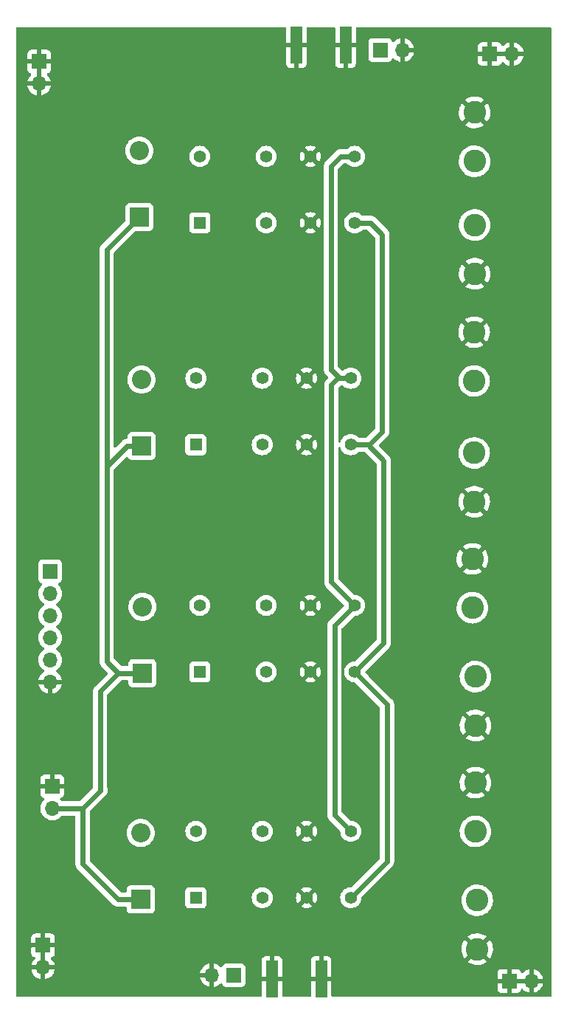
<source format=gbr>
%TF.GenerationSoftware,KiCad,Pcbnew,(6.0.2)*%
%TF.CreationDate,2022-11-21T15:37:21-08:00*%
%TF.ProjectId,preselector,70726573-656c-4656-9374-6f722e6b6963,rev?*%
%TF.SameCoordinates,PX5028050PY8f935f0*%
%TF.FileFunction,Copper,L2,Bot*%
%TF.FilePolarity,Positive*%
%FSLAX46Y46*%
G04 Gerber Fmt 4.6, Leading zero omitted, Abs format (unit mm)*
G04 Created by KiCad (PCBNEW (6.0.2)) date 2022-11-21 15:37:21*
%MOMM*%
%LPD*%
G01*
G04 APERTURE LIST*
%TA.AperFunction,ComponentPad*%
%ADD10R,1.700000X1.700000*%
%TD*%
%TA.AperFunction,ComponentPad*%
%ADD11O,1.700000X1.700000*%
%TD*%
%TA.AperFunction,ComponentPad*%
%ADD12C,2.600000*%
%TD*%
%TA.AperFunction,SMDPad,CuDef*%
%ADD13R,1.350000X4.200000*%
%TD*%
%TA.AperFunction,ComponentPad*%
%ADD14R,2.200000X2.200000*%
%TD*%
%TA.AperFunction,ComponentPad*%
%ADD15O,2.200000X2.200000*%
%TD*%
%TA.AperFunction,ComponentPad*%
%ADD16R,1.400000X1.400000*%
%TD*%
%TA.AperFunction,ComponentPad*%
%ADD17C,1.400000*%
%TD*%
%TA.AperFunction,ViaPad*%
%ADD18C,0.800000*%
%TD*%
%TA.AperFunction,Conductor*%
%ADD19C,0.609600*%
%TD*%
G04 APERTURE END LIST*
D10*
%TO.P,J3,1,Pin_1*%
%TO.N,GND*%
X3600000Y6425000D03*
D11*
%TO.P,J3,2,Pin_2*%
X3600000Y3885000D03*
%TD*%
D10*
%TO.P,J9,1,Pin_1*%
%TO.N,Net-(J7-Pad1)*%
X25500000Y3000000D03*
D11*
%TO.P,J9,2,Pin_2*%
%TO.N,GND*%
X22960000Y3000000D03*
%TD*%
D12*
%TO.P,L6,1,1*%
%TO.N,Net-(C13-Pad1)*%
X53250000Y37250000D03*
%TO.P,L6,2,2*%
%TO.N,GND*%
X53250000Y31650000D03*
%TD*%
D10*
%TO.P,J2,1,Pin_1*%
%TO.N,GND*%
X57125000Y2350000D03*
D11*
%TO.P,J2,2,Pin_2*%
X59665000Y2350000D03*
%TD*%
D12*
%TO.P,L7,1,1*%
%TO.N,Net-(C14-Pad1)*%
X53250000Y19500000D03*
%TO.P,L7,2,2*%
%TO.N,GND*%
X53250000Y25100000D03*
%TD*%
D10*
%TO.P,J6,1,Pin_1*%
%TO.N,GND*%
X4650000Y24675000D03*
D11*
%TO.P,J6,2,Pin_2*%
%TO.N,/VDD12*%
X4650000Y22135000D03*
%TD*%
D12*
%TO.P,L3,1,1*%
%TO.N,Net-(C5-Pad1)*%
X53150000Y96350000D03*
%TO.P,L3,2,2*%
%TO.N,GND*%
X53150000Y101950000D03*
%TD*%
%TO.P,L2,1,1*%
%TO.N,Net-(C4-Pad1)*%
X53100000Y62900000D03*
%TO.P,L2,2,2*%
%TO.N,GND*%
X53100000Y57300000D03*
%TD*%
D10*
%TO.P,J5,1,Pin_1*%
%TO.N,GND*%
X3150000Y107775000D03*
D11*
%TO.P,J5,2,Pin_2*%
X3150000Y105235000D03*
%TD*%
D12*
%TO.P,L5,1,1*%
%TO.N,Net-(C12-Pad1)*%
X53450000Y11600000D03*
%TO.P,L5,2,2*%
%TO.N,GND*%
X53450000Y6000000D03*
%TD*%
D13*
%TO.P,J7,2,Ext*%
%TO.N,GND*%
X35525000Y2600000D03*
X29875000Y2600000D03*
%TD*%
D10*
%TO.P,J10,1,Pin_1*%
%TO.N,Net-(J8-Pad1)*%
X42310000Y109100000D03*
D11*
%TO.P,J10,2,Pin_2*%
%TO.N,GND*%
X44850000Y109100000D03*
%TD*%
D14*
%TO.P,D4,1,K*%
%TO.N,/VDD12*%
X14800000Y11690000D03*
D15*
%TO.P,D4,2,A*%
%TO.N,Net-(D4-Pad2)*%
X14800000Y19310000D03*
%TD*%
D16*
%TO.P,K3,1*%
%TO.N,/VDD12*%
X21592500Y37787500D03*
D17*
%TO.P,K3,4*%
%TO.N,Net-(C13-Pad2)*%
X29212500Y37787500D03*
%TO.P,K3,6*%
%TO.N,GND*%
X34292500Y37787500D03*
%TO.P,K3,8*%
%TO.N,Net-(J7-Pad1)*%
X39372500Y37787500D03*
%TO.P,K3,9*%
%TO.N,Net-(J8-Pad1)*%
X39372500Y45407500D03*
%TO.P,K3,11*%
%TO.N,GND*%
X34292500Y45407500D03*
%TO.P,K3,13*%
%TO.N,Net-(C17-Pad1)*%
X29212500Y45407500D03*
%TO.P,K3,16*%
%TO.N,Net-(D3-Pad2)*%
X21592500Y45407500D03*
%TD*%
D12*
%TO.P,L1,1,1*%
%TO.N,Net-(C3-Pad1)*%
X53150000Y89050000D03*
%TO.P,L1,2,2*%
%TO.N,GND*%
X53150000Y83450000D03*
%TD*%
D14*
%TO.P,D1,1,K*%
%TO.N,/VDD12*%
X14650000Y89950000D03*
D15*
%TO.P,D1,2,A*%
%TO.N,Net-(D1-Pad2)*%
X14650000Y97570000D03*
%TD*%
D13*
%TO.P,J8,2,Ext*%
%TO.N,GND*%
X38325000Y109687500D03*
X32675000Y109687500D03*
%TD*%
D10*
%TO.P,J1,1,Pin_1*%
%TO.N,/40M*%
X4400000Y49330000D03*
D11*
%TO.P,J1,2,Pin_2*%
%TO.N,/30M*%
X4400000Y46790000D03*
%TO.P,J1,3,Pin_3*%
%TO.N,/20M*%
X4400000Y44250000D03*
%TO.P,J1,4,Pin_4*%
%TO.N,/17M*%
X4400000Y41710000D03*
%TO.P,J1,5,Pin_5*%
%TO.N,/15M*%
X4400000Y39170000D03*
%TO.P,J1,6,Pin_6*%
%TO.N,GND*%
X4400000Y36630000D03*
%TD*%
D14*
%TO.P,D3,1,K*%
%TO.N,/VDD12*%
X15000000Y37640000D03*
D15*
%TO.P,D3,2,A*%
%TO.N,Net-(D3-Pad2)*%
X15000000Y45260000D03*
%TD*%
D12*
%TO.P,L8,1,1*%
%TO.N,Net-(C15-Pad1)*%
X52900000Y45150000D03*
%TO.P,L8,2,2*%
%TO.N,GND*%
X52900000Y50750000D03*
%TD*%
D16*
%TO.P,K4,1*%
%TO.N,/VDD12*%
X21142500Y11887500D03*
D17*
%TO.P,K4,4*%
%TO.N,Net-(C12-Pad2)*%
X28762500Y11887500D03*
%TO.P,K4,6*%
%TO.N,GND*%
X33842500Y11887500D03*
%TO.P,K4,8*%
%TO.N,Net-(J7-Pad1)*%
X38922500Y11887500D03*
%TO.P,K4,9*%
%TO.N,Net-(J8-Pad1)*%
X38922500Y19507500D03*
%TO.P,K4,11*%
%TO.N,GND*%
X33842500Y19507500D03*
%TO.P,K4,13*%
%TO.N,Net-(C16-Pad1)*%
X28762500Y19507500D03*
%TO.P,K4,16*%
%TO.N,Net-(D4-Pad2)*%
X21142500Y19507500D03*
%TD*%
D16*
%TO.P,K1,1*%
%TO.N,/VDD12*%
X21592500Y89287500D03*
D17*
%TO.P,K1,4*%
%TO.N,Net-(C3-Pad2)*%
X29212500Y89287500D03*
%TO.P,K1,6*%
%TO.N,GND*%
X34292500Y89287500D03*
%TO.P,K1,8*%
%TO.N,Net-(J7-Pad1)*%
X39372500Y89287500D03*
%TO.P,K1,9*%
%TO.N,Net-(J8-Pad1)*%
X39372500Y96907500D03*
%TO.P,K1,11*%
%TO.N,GND*%
X34292500Y96907500D03*
%TO.P,K1,13*%
%TO.N,Net-(C7-Pad1)*%
X29212500Y96907500D03*
%TO.P,K1,16*%
%TO.N,Net-(D1-Pad2)*%
X21592500Y96907500D03*
%TD*%
D12*
%TO.P,L4,1,1*%
%TO.N,Net-(C6-Pad1)*%
X53100000Y71150000D03*
%TO.P,L4,2,2*%
%TO.N,GND*%
X53100000Y76750000D03*
%TD*%
D10*
%TO.P,J4,1,Pin_1*%
%TO.N,GND*%
X54900000Y108650000D03*
D11*
%TO.P,J4,2,Pin_2*%
X57440000Y108650000D03*
%TD*%
D16*
%TO.P,K2,1*%
%TO.N,/VDD12*%
X21142500Y63837500D03*
D17*
%TO.P,K2,4*%
%TO.N,Net-(C4-Pad2)*%
X28762500Y63837500D03*
%TO.P,K2,6*%
%TO.N,GND*%
X33842500Y63837500D03*
%TO.P,K2,8*%
%TO.N,Net-(J7-Pad1)*%
X38922500Y63837500D03*
%TO.P,K2,9*%
%TO.N,Net-(J8-Pad1)*%
X38922500Y71457500D03*
%TO.P,K2,11*%
%TO.N,GND*%
X33842500Y71457500D03*
%TO.P,K2,13*%
%TO.N,Net-(C8-Pad1)*%
X28762500Y71457500D03*
%TO.P,K2,16*%
%TO.N,Net-(D2-Pad2)*%
X21142500Y71457500D03*
%TD*%
D14*
%TO.P,D2,1,K*%
%TO.N,/VDD12*%
X14900000Y63690000D03*
D15*
%TO.P,D2,2,A*%
%TO.N,Net-(D2-Pad2)*%
X14900000Y71310000D03*
%TD*%
D18*
%TO.N,GND*%
X9500000Y106350000D03*
X14800000Y56350000D03*
X17350000Y7500000D03*
X20100000Y47750000D03*
X19100000Y99950000D03*
X38050000Y3400000D03*
X13350000Y47700000D03*
X20850000Y74800000D03*
X30850000Y81150000D03*
X30650000Y29250000D03*
X17750000Y33150000D03*
X2500000Y56900000D03*
X5600000Y15150000D03*
X17500000Y59800000D03*
X40900000Y105250000D03*
X5350000Y29950000D03*
X30850000Y55800000D03*
X15100000Y81850000D03*
X14300000Y74450000D03*
X12200000Y21400000D03*
X18249999Y21950003D03*
X11650000Y99050000D03*
X29900000Y109600000D03*
X18150000Y106600000D03*
X18050000Y85150000D03*
X3350000Y97650000D03*
X2250000Y81950000D03*
X15400000Y29800000D03*
X27900000Y5650000D03*
%TD*%
D19*
%TO.N,/VDD12*%
X12210000Y11690000D02*
X14800000Y11690000D01*
X4650000Y22135000D02*
X8135000Y22135000D01*
X13240000Y63690000D02*
X14900000Y63690000D01*
X10900000Y61350000D02*
X13240000Y63690000D01*
X12240000Y37640000D02*
X15000000Y37640000D01*
X8135000Y22135000D02*
X8135000Y15765000D01*
X10900000Y38980000D02*
X10900000Y61350000D01*
X12240000Y37640000D02*
X10900000Y38980000D01*
X8135000Y22135000D02*
X10200000Y24200000D01*
X10150000Y35550000D02*
X12240000Y37640000D01*
X10900000Y86200000D02*
X14650000Y89950000D01*
X8135000Y15765000D02*
X12210000Y11690000D01*
X10150000Y24250000D02*
X10150000Y35550000D01*
X10200000Y24200000D02*
X10150000Y24250000D01*
X10900000Y61350000D02*
X10900000Y86200000D01*
%TO.N,Net-(J7-Pad1)*%
X40950000Y63750000D02*
X42700000Y62000000D01*
X43100000Y34060000D02*
X43100000Y16065000D01*
X42700000Y41115000D02*
X39372500Y37787500D01*
X40950000Y63750000D02*
X40862500Y63837500D01*
X42700000Y62000000D02*
X42700000Y41115000D01*
X39372500Y89287500D02*
X41212500Y89287500D01*
X42550000Y87950000D02*
X42550000Y65350000D01*
X42550000Y65350000D02*
X40950000Y63750000D01*
X40862500Y63837500D02*
X38922500Y63837500D01*
X39372500Y37787500D02*
X43100000Y34060000D01*
X41212500Y89287500D02*
X42550000Y87950000D01*
X43100000Y16065000D02*
X38922500Y11887500D01*
%TO.N,Net-(J8-Pad1)*%
X38922500Y71457500D02*
X37457500Y71457500D01*
X37642500Y71457500D02*
X38922500Y71457500D01*
X37457500Y71457500D02*
X36700000Y70700000D01*
X36650000Y72450000D02*
X37642500Y71457500D01*
X39372500Y96907500D02*
X37757500Y96907500D01*
X37050000Y43085000D02*
X37050000Y21380000D01*
X36650000Y95800000D02*
X36650000Y72450000D01*
X37757500Y96907500D02*
X36650000Y95800000D01*
X36700000Y48080000D02*
X39372500Y45407500D01*
X36700000Y70700000D02*
X36700000Y48080000D01*
X39372500Y45407500D02*
X37050000Y43085000D01*
X37050000Y21380000D02*
X38922500Y19507500D01*
%TD*%
%TA.AperFunction,Conductor*%
%TO.N,GND*%
G36*
X31434121Y111721998D02*
G01*
X31480614Y111668342D01*
X31492000Y111616000D01*
X31492000Y109959615D01*
X31496475Y109944376D01*
X31497865Y109943171D01*
X31505548Y109941500D01*
X33839884Y109941500D01*
X33855123Y109945975D01*
X33856328Y109947365D01*
X33857999Y109955048D01*
X33857999Y111616000D01*
X33878001Y111684121D01*
X33931657Y111730614D01*
X33983999Y111742000D01*
X37016000Y111742000D01*
X37084121Y111721998D01*
X37130614Y111668342D01*
X37142000Y111616000D01*
X37142000Y109959615D01*
X37146475Y109944376D01*
X37147865Y109943171D01*
X37155548Y109941500D01*
X39489884Y109941500D01*
X39505123Y109945975D01*
X39506328Y109947365D01*
X39507999Y109955048D01*
X39507999Y111616000D01*
X39528001Y111684121D01*
X39581657Y111730614D01*
X39633999Y111742000D01*
X61816000Y111742000D01*
X61884121Y111721998D01*
X61930614Y111668342D01*
X61942000Y111616000D01*
X61942000Y634000D01*
X61921998Y565879D01*
X61868342Y519386D01*
X61816000Y508000D01*
X36834000Y508000D01*
X36765879Y528002D01*
X36719386Y581658D01*
X36708000Y634000D01*
X36708000Y1455331D01*
X55767001Y1455331D01*
X55767371Y1448510D01*
X55772895Y1397648D01*
X55776521Y1382396D01*
X55821676Y1261946D01*
X55830214Y1246351D01*
X55906715Y1144276D01*
X55919276Y1131715D01*
X56021351Y1055214D01*
X56036946Y1046676D01*
X56157394Y1001522D01*
X56172649Y997895D01*
X56223514Y992369D01*
X56230328Y992000D01*
X56852885Y992000D01*
X56868124Y996475D01*
X56869329Y997865D01*
X56871000Y1005548D01*
X56871000Y1010116D01*
X57379000Y1010116D01*
X57383475Y994877D01*
X57384865Y993672D01*
X57392548Y992001D01*
X58019669Y992001D01*
X58026490Y992371D01*
X58077352Y997895D01*
X58092604Y1001521D01*
X58213054Y1046676D01*
X58228649Y1055214D01*
X58330724Y1131715D01*
X58343285Y1144276D01*
X58419786Y1246351D01*
X58428325Y1261948D01*
X58469425Y1371582D01*
X58512066Y1428347D01*
X58578628Y1453047D01*
X58647977Y1437840D01*
X58682645Y1409850D01*
X58708219Y1380326D01*
X58715580Y1373117D01*
X58879434Y1237084D01*
X58887881Y1231169D01*
X59071756Y1123721D01*
X59081042Y1119271D01*
X59280001Y1043297D01*
X59289899Y1040421D01*
X59393250Y1019394D01*
X59407299Y1020590D01*
X59411000Y1030935D01*
X59411000Y1031483D01*
X59919000Y1031483D01*
X59923064Y1017641D01*
X59936478Y1015607D01*
X59943184Y1016466D01*
X59953262Y1018608D01*
X60157255Y1079809D01*
X60166842Y1083567D01*
X60358095Y1177261D01*
X60366945Y1182536D01*
X60540328Y1306208D01*
X60548200Y1312861D01*
X60699052Y1463188D01*
X60705730Y1471035D01*
X60830003Y1643980D01*
X60835313Y1652817D01*
X60929670Y1843733D01*
X60933469Y1853328D01*
X60995377Y2057090D01*
X60997555Y2067163D01*
X60998986Y2078038D01*
X60996775Y2092222D01*
X60983617Y2096000D01*
X59937115Y2096000D01*
X59921876Y2091525D01*
X59920671Y2090135D01*
X59919000Y2082452D01*
X59919000Y1031483D01*
X59411000Y1031483D01*
X59411000Y2077885D01*
X59406525Y2093124D01*
X59405135Y2094329D01*
X59397452Y2096000D01*
X57397115Y2096000D01*
X57381876Y2091525D01*
X57380671Y2090135D01*
X57379000Y2082452D01*
X57379000Y1010116D01*
X56871000Y1010116D01*
X56871000Y2077885D01*
X56866525Y2093124D01*
X56865135Y2094329D01*
X56857452Y2096000D01*
X55785116Y2096000D01*
X55769877Y2091525D01*
X55768672Y2090135D01*
X55767001Y2082452D01*
X55767001Y1455331D01*
X36708000Y1455331D01*
X36708000Y2327885D01*
X36703525Y2343124D01*
X36702135Y2344329D01*
X36694452Y2346000D01*
X34360116Y2346000D01*
X34344877Y2341525D01*
X34343672Y2340135D01*
X34342001Y2332452D01*
X34342001Y634000D01*
X34321999Y565879D01*
X34268343Y519386D01*
X34216001Y508000D01*
X31184000Y508000D01*
X31115879Y528002D01*
X31069386Y581658D01*
X31058000Y634000D01*
X31058000Y2327885D01*
X31053525Y2343124D01*
X31052135Y2344329D01*
X31044452Y2346000D01*
X28710116Y2346000D01*
X28694877Y2341525D01*
X28693672Y2340135D01*
X28692001Y2332452D01*
X28692001Y634000D01*
X28671999Y565879D01*
X28618343Y519386D01*
X28566001Y508000D01*
X634000Y508000D01*
X565879Y528002D01*
X519386Y581658D01*
X508000Y634000D01*
X508000Y3617034D01*
X2268257Y3617034D01*
X2298565Y3482554D01*
X2301645Y3472725D01*
X2381770Y3275397D01*
X2386413Y3266206D01*
X2497694Y3084612D01*
X2503777Y3076301D01*
X2643213Y2915333D01*
X2650580Y2908117D01*
X2814434Y2772084D01*
X2822881Y2766169D01*
X3006756Y2658721D01*
X3016042Y2654271D01*
X3215001Y2578297D01*
X3224899Y2575421D01*
X3328250Y2554394D01*
X3342299Y2555590D01*
X3346000Y2565935D01*
X3346000Y2566483D01*
X3854000Y2566483D01*
X3858064Y2552641D01*
X3871478Y2550607D01*
X3878184Y2551466D01*
X3888262Y2553608D01*
X4092255Y2614809D01*
X4101842Y2618567D01*
X4293095Y2712261D01*
X4301945Y2717536D01*
X4322271Y2732034D01*
X21628257Y2732034D01*
X21658565Y2597554D01*
X21661645Y2587725D01*
X21741770Y2390397D01*
X21746413Y2381206D01*
X21857694Y2199612D01*
X21863777Y2191301D01*
X22003213Y2030333D01*
X22010580Y2023117D01*
X22174434Y1887084D01*
X22182881Y1881169D01*
X22366756Y1773721D01*
X22376042Y1769271D01*
X22575001Y1693297D01*
X22584899Y1690421D01*
X22688250Y1669394D01*
X22702299Y1670590D01*
X22706000Y1680935D01*
X22706000Y1681483D01*
X23214000Y1681483D01*
X23218064Y1667641D01*
X23231478Y1665607D01*
X23238184Y1666466D01*
X23248262Y1668608D01*
X23452255Y1729809D01*
X23461842Y1733567D01*
X23653095Y1827261D01*
X23661945Y1832536D01*
X23835328Y1956208D01*
X23843193Y1962855D01*
X23947897Y2067195D01*
X24010268Y2101111D01*
X24081075Y2095923D01*
X24137837Y2053277D01*
X24154819Y2022174D01*
X24199385Y1903295D01*
X24286739Y1786739D01*
X24403295Y1699385D01*
X24539684Y1648255D01*
X24601866Y1641500D01*
X26398134Y1641500D01*
X26460316Y1648255D01*
X26596705Y1699385D01*
X26713261Y1786739D01*
X26800615Y1903295D01*
X26851745Y2039684D01*
X26858500Y2101866D01*
X26858500Y2622115D01*
X55767000Y2622115D01*
X55771475Y2606876D01*
X55772865Y2605671D01*
X55780548Y2604000D01*
X56852885Y2604000D01*
X56868124Y2608475D01*
X56869329Y2609865D01*
X56871000Y2617548D01*
X56871000Y2622115D01*
X57379000Y2622115D01*
X57383475Y2606876D01*
X57384865Y2605671D01*
X57392548Y2604000D01*
X59392885Y2604000D01*
X59408124Y2608475D01*
X59409329Y2609865D01*
X59411000Y2617548D01*
X59411000Y2622115D01*
X59919000Y2622115D01*
X59923475Y2606876D01*
X59924865Y2605671D01*
X59932548Y2604000D01*
X60983344Y2604000D01*
X60996875Y2607973D01*
X60998180Y2617053D01*
X60956214Y2784125D01*
X60952894Y2793876D01*
X60867972Y2989186D01*
X60863105Y2998261D01*
X60747426Y3177074D01*
X60741136Y3185243D01*
X60597806Y3342760D01*
X60590273Y3349785D01*
X60423139Y3481778D01*
X60414552Y3487483D01*
X60228117Y3590401D01*
X60218705Y3594631D01*
X60017959Y3665720D01*
X60007988Y3668354D01*
X59936837Y3681028D01*
X59923540Y3679568D01*
X59919000Y3665011D01*
X59919000Y2622115D01*
X59411000Y2622115D01*
X59411000Y3666898D01*
X59407082Y3680242D01*
X59392806Y3682229D01*
X59354324Y3676340D01*
X59344288Y3673949D01*
X59141868Y3607788D01*
X59132359Y3603791D01*
X58943463Y3505458D01*
X58934738Y3499964D01*
X58764433Y3372095D01*
X58756726Y3365252D01*
X58679094Y3284015D01*
X58617570Y3248585D01*
X58546657Y3252042D01*
X58488871Y3293288D01*
X58470018Y3326836D01*
X58428324Y3438054D01*
X58419786Y3453649D01*
X58343285Y3555724D01*
X58330724Y3568285D01*
X58228649Y3644786D01*
X58213054Y3653324D01*
X58092606Y3698478D01*
X58077351Y3702105D01*
X58026486Y3707631D01*
X58019672Y3708000D01*
X57397115Y3708000D01*
X57381876Y3703525D01*
X57380671Y3702135D01*
X57379000Y3694452D01*
X57379000Y2622115D01*
X56871000Y2622115D01*
X56871000Y3689884D01*
X56866525Y3705123D01*
X56865135Y3706328D01*
X56857452Y3707999D01*
X56230331Y3707999D01*
X56223510Y3707629D01*
X56172648Y3702105D01*
X56157396Y3698479D01*
X56036946Y3653324D01*
X56021351Y3644786D01*
X55919276Y3568285D01*
X55906715Y3555724D01*
X55830214Y3453649D01*
X55821676Y3438054D01*
X55776522Y3317606D01*
X55772895Y3302351D01*
X55767369Y3251486D01*
X55767000Y3244672D01*
X55767000Y2622115D01*
X26858500Y2622115D01*
X26858500Y2872115D01*
X28692000Y2872115D01*
X28696475Y2856876D01*
X28697865Y2855671D01*
X28705548Y2854000D01*
X29602885Y2854000D01*
X29618124Y2858475D01*
X29619329Y2859865D01*
X29621000Y2867548D01*
X29621000Y2872115D01*
X30129000Y2872115D01*
X30133475Y2856876D01*
X30134865Y2855671D01*
X30142548Y2854000D01*
X31039884Y2854000D01*
X31055123Y2858475D01*
X31056328Y2859865D01*
X31057999Y2867548D01*
X31057999Y2872115D01*
X34342000Y2872115D01*
X34346475Y2856876D01*
X34347865Y2855671D01*
X34355548Y2854000D01*
X35252885Y2854000D01*
X35268124Y2858475D01*
X35269329Y2859865D01*
X35271000Y2867548D01*
X35271000Y2872115D01*
X35779000Y2872115D01*
X35783475Y2856876D01*
X35784865Y2855671D01*
X35792548Y2854000D01*
X36689884Y2854000D01*
X36705123Y2858475D01*
X36706328Y2859865D01*
X36707999Y2867548D01*
X36707999Y4555094D01*
X52369839Y4555094D01*
X52378553Y4543573D01*
X52485452Y4465191D01*
X52493351Y4460255D01*
X52722905Y4339481D01*
X52731454Y4335764D01*
X52976327Y4250251D01*
X52985336Y4247837D01*
X53240166Y4199456D01*
X53249423Y4198402D01*
X53508607Y4188217D01*
X53517921Y4188543D01*
X53775753Y4216780D01*
X53784930Y4218481D01*
X54035758Y4284519D01*
X54044574Y4287555D01*
X54282880Y4389938D01*
X54291167Y4394252D01*
X54511718Y4530734D01*
X54519268Y4536220D01*
X54524559Y4540699D01*
X54532997Y4553503D01*
X54526935Y4563855D01*
X53462812Y5627978D01*
X53448868Y5635592D01*
X53447035Y5635461D01*
X53440420Y5631210D01*
X52376497Y4567287D01*
X52369839Y4555094D01*
X36707999Y4555094D01*
X36707999Y4744669D01*
X36707629Y4751490D01*
X36702105Y4802352D01*
X36698479Y4817604D01*
X36653324Y4938054D01*
X36644786Y4953649D01*
X36568285Y5055724D01*
X36555724Y5068285D01*
X36453649Y5144786D01*
X36438054Y5153324D01*
X36317606Y5198478D01*
X36302351Y5202105D01*
X36251486Y5207631D01*
X36244672Y5208000D01*
X35797115Y5208000D01*
X35781876Y5203525D01*
X35780671Y5202135D01*
X35779000Y5194452D01*
X35779000Y2872115D01*
X35271000Y2872115D01*
X35271000Y5189884D01*
X35266525Y5205123D01*
X35265135Y5206328D01*
X35257452Y5207999D01*
X34805331Y5207999D01*
X34798510Y5207629D01*
X34747648Y5202105D01*
X34732396Y5198479D01*
X34611946Y5153324D01*
X34596351Y5144786D01*
X34494276Y5068285D01*
X34481715Y5055724D01*
X34405214Y4953649D01*
X34396676Y4938054D01*
X34351522Y4817606D01*
X34347895Y4802351D01*
X34342369Y4751486D01*
X34342000Y4744672D01*
X34342000Y2872115D01*
X31057999Y2872115D01*
X31057999Y4744669D01*
X31057629Y4751490D01*
X31052105Y4802352D01*
X31048479Y4817604D01*
X31003324Y4938054D01*
X30994786Y4953649D01*
X30918285Y5055724D01*
X30905724Y5068285D01*
X30803649Y5144786D01*
X30788054Y5153324D01*
X30667606Y5198478D01*
X30652351Y5202105D01*
X30601486Y5207631D01*
X30594672Y5208000D01*
X30147115Y5208000D01*
X30131876Y5203525D01*
X30130671Y5202135D01*
X30129000Y5194452D01*
X30129000Y2872115D01*
X29621000Y2872115D01*
X29621000Y5189884D01*
X29616525Y5205123D01*
X29615135Y5206328D01*
X29607452Y5207999D01*
X29155331Y5207999D01*
X29148510Y5207629D01*
X29097648Y5202105D01*
X29082396Y5198479D01*
X28961946Y5153324D01*
X28946351Y5144786D01*
X28844276Y5068285D01*
X28831715Y5055724D01*
X28755214Y4953649D01*
X28746676Y4938054D01*
X28701522Y4817606D01*
X28697895Y4802351D01*
X28692369Y4751486D01*
X28692000Y4744672D01*
X28692000Y2872115D01*
X26858500Y2872115D01*
X26858500Y3898134D01*
X26851745Y3960316D01*
X26800615Y4096705D01*
X26713261Y4213261D01*
X26596705Y4300615D01*
X26460316Y4351745D01*
X26398134Y4358500D01*
X24601866Y4358500D01*
X24539684Y4351745D01*
X24403295Y4300615D01*
X24286739Y4213261D01*
X24199385Y4096705D01*
X24196233Y4088297D01*
X24196232Y4088295D01*
X24154722Y3977567D01*
X24112081Y3920802D01*
X24045519Y3896102D01*
X23976170Y3911309D01*
X23943546Y3936996D01*
X23892799Y3992766D01*
X23885273Y3999785D01*
X23718139Y4131778D01*
X23709552Y4137483D01*
X23523117Y4240401D01*
X23513705Y4244631D01*
X23312959Y4315720D01*
X23302988Y4318354D01*
X23231837Y4331028D01*
X23218540Y4329568D01*
X23214000Y4315011D01*
X23214000Y1681483D01*
X22706000Y1681483D01*
X22706000Y2727885D01*
X22701525Y2743124D01*
X22700135Y2744329D01*
X22692452Y2746000D01*
X21643225Y2746000D01*
X21629694Y2742027D01*
X21628257Y2732034D01*
X4322271Y2732034D01*
X4475328Y2841208D01*
X4483200Y2847861D01*
X4634052Y2998188D01*
X4640730Y3006035D01*
X4765003Y3178980D01*
X4770313Y3187817D01*
X4808863Y3265817D01*
X21624389Y3265817D01*
X21625912Y3257393D01*
X21638292Y3254000D01*
X22687885Y3254000D01*
X22703124Y3258475D01*
X22704329Y3259865D01*
X22706000Y3267548D01*
X22706000Y4316898D01*
X22702082Y4330242D01*
X22687806Y4332229D01*
X22649324Y4326340D01*
X22639288Y4323949D01*
X22436868Y4257788D01*
X22427359Y4253791D01*
X22238463Y4155458D01*
X22229738Y4149964D01*
X22059433Y4022095D01*
X22051726Y4015252D01*
X21904590Y3861283D01*
X21898104Y3853273D01*
X21778098Y3677351D01*
X21773000Y3668377D01*
X21683338Y3475217D01*
X21679775Y3465530D01*
X21624389Y3265817D01*
X4808863Y3265817D01*
X4864670Y3378733D01*
X4868469Y3388328D01*
X4930377Y3592090D01*
X4932555Y3602163D01*
X4933986Y3613038D01*
X4931775Y3627222D01*
X4918617Y3631000D01*
X3872115Y3631000D01*
X3856876Y3626525D01*
X3855671Y3625135D01*
X3854000Y3617452D01*
X3854000Y2566483D01*
X3346000Y2566483D01*
X3346000Y3612885D01*
X3341525Y3628124D01*
X3340135Y3629329D01*
X3332452Y3631000D01*
X2283225Y3631000D01*
X2269694Y3627027D01*
X2268257Y3617034D01*
X508000Y3617034D01*
X508000Y5530331D01*
X2242001Y5530331D01*
X2242371Y5523510D01*
X2247895Y5472648D01*
X2251521Y5457396D01*
X2296676Y5336946D01*
X2305214Y5321351D01*
X2381715Y5219276D01*
X2394276Y5206715D01*
X2496351Y5130214D01*
X2511946Y5121676D01*
X2621337Y5080667D01*
X2678101Y5038025D01*
X2702801Y4971464D01*
X2687594Y4902115D01*
X2668201Y4875634D01*
X2544590Y4746283D01*
X2538104Y4738273D01*
X2418098Y4562351D01*
X2413000Y4553377D01*
X2323338Y4360217D01*
X2319775Y4350530D01*
X2264389Y4150817D01*
X2265912Y4142393D01*
X2278292Y4139000D01*
X3327885Y4139000D01*
X3343124Y4143475D01*
X3344329Y4144865D01*
X3346000Y4152548D01*
X3346000Y4157115D01*
X3854000Y4157115D01*
X3858475Y4141876D01*
X3859865Y4140671D01*
X3867548Y4139000D01*
X4918344Y4139000D01*
X4931875Y4142973D01*
X4933180Y4152053D01*
X4891214Y4319125D01*
X4887894Y4328876D01*
X4802972Y4524186D01*
X4798105Y4533261D01*
X4682426Y4712074D01*
X4676136Y4720243D01*
X4531931Y4878721D01*
X4500879Y4942567D01*
X4509273Y5013066D01*
X4554450Y5067834D01*
X4580894Y5081503D01*
X4688054Y5121676D01*
X4703649Y5130214D01*
X4805724Y5206715D01*
X4818285Y5219276D01*
X4894786Y5321351D01*
X4903324Y5336946D01*
X4948478Y5457394D01*
X4952105Y5472649D01*
X4957631Y5523514D01*
X4958000Y5530328D01*
X4958000Y6042789D01*
X51637775Y6042789D01*
X51650220Y5783712D01*
X51651356Y5774457D01*
X51701961Y5520055D01*
X51704449Y5511083D01*
X51792095Y5266967D01*
X51795895Y5258432D01*
X51918658Y5029958D01*
X51923666Y5022096D01*
X51993720Y4928284D01*
X52004979Y4919835D01*
X52017397Y4926607D01*
X53077978Y5987188D01*
X53084356Y5998868D01*
X53814408Y5998868D01*
X53814539Y5997035D01*
X53818790Y5990420D01*
X54886094Y4923116D01*
X54898474Y4916356D01*
X54906815Y4922600D01*
X55040832Y5130952D01*
X55045275Y5139136D01*
X55151807Y5375630D01*
X55154997Y5384395D01*
X55225402Y5634028D01*
X55227262Y5643170D01*
X55260187Y5901981D01*
X55260668Y5908267D01*
X55262987Y5996840D01*
X55262836Y6003149D01*
X55243501Y6263337D01*
X55242125Y6272543D01*
X55184878Y6525533D01*
X55182154Y6534444D01*
X55088143Y6776194D01*
X55084132Y6784603D01*
X54955422Y7009798D01*
X54950211Y7017524D01*
X54906996Y7072342D01*
X54895071Y7080813D01*
X54883537Y7074327D01*
X53822022Y6012812D01*
X53814408Y5998868D01*
X53084356Y5998868D01*
X53085592Y6001132D01*
X53085461Y6002965D01*
X53081210Y6009580D01*
X52015816Y7074974D01*
X52002507Y7082242D01*
X51992472Y7075122D01*
X51976937Y7056444D01*
X51971531Y7048865D01*
X51836965Y6827109D01*
X51832736Y6818808D01*
X51732432Y6579611D01*
X51729471Y6570761D01*
X51665628Y6319375D01*
X51664006Y6310178D01*
X51638020Y6052115D01*
X51637775Y6042789D01*
X4958000Y6042789D01*
X4958000Y6152885D01*
X4953525Y6168124D01*
X4952135Y6169329D01*
X4944452Y6171000D01*
X3872115Y6171000D01*
X3856876Y6166525D01*
X3855671Y6165135D01*
X3854000Y6157452D01*
X3854000Y4157115D01*
X3346000Y4157115D01*
X3346000Y6152885D01*
X3341525Y6168124D01*
X3340135Y6169329D01*
X3332452Y6171000D01*
X2260116Y6171000D01*
X2244877Y6166525D01*
X2243672Y6165135D01*
X2242001Y6157452D01*
X2242001Y5530331D01*
X508000Y5530331D01*
X508000Y6697115D01*
X2242000Y6697115D01*
X2246475Y6681876D01*
X2247865Y6680671D01*
X2255548Y6679000D01*
X3327885Y6679000D01*
X3343124Y6683475D01*
X3344329Y6684865D01*
X3346000Y6692548D01*
X3346000Y6697115D01*
X3854000Y6697115D01*
X3858475Y6681876D01*
X3859865Y6680671D01*
X3867548Y6679000D01*
X4939884Y6679000D01*
X4955123Y6683475D01*
X4956328Y6684865D01*
X4957999Y6692548D01*
X4957999Y7319669D01*
X4957629Y7326490D01*
X4952105Y7377352D01*
X4948479Y7392604D01*
X4927970Y7447311D01*
X52367102Y7447311D01*
X52371675Y7437535D01*
X53437188Y6372022D01*
X53451132Y6364408D01*
X53452965Y6364539D01*
X53459580Y6368790D01*
X54524349Y7433559D01*
X54530733Y7445249D01*
X54521321Y7457359D01*
X54374045Y7559529D01*
X54366010Y7564262D01*
X54133376Y7678984D01*
X54124743Y7682472D01*
X53877703Y7761550D01*
X53868643Y7763726D01*
X53612630Y7805420D01*
X53603343Y7806232D01*
X53343992Y7809627D01*
X53334681Y7809057D01*
X53077682Y7774081D01*
X53068546Y7772140D01*
X52819543Y7699561D01*
X52810800Y7696293D01*
X52575252Y7587704D01*
X52567097Y7583184D01*
X52376240Y7458053D01*
X52367102Y7447311D01*
X4927970Y7447311D01*
X4903324Y7513054D01*
X4894786Y7528649D01*
X4818285Y7630724D01*
X4805724Y7643285D01*
X4703649Y7719786D01*
X4688054Y7728324D01*
X4567606Y7773478D01*
X4552351Y7777105D01*
X4501486Y7782631D01*
X4494672Y7783000D01*
X3872115Y7783000D01*
X3856876Y7778525D01*
X3855671Y7777135D01*
X3854000Y7769452D01*
X3854000Y6697115D01*
X3346000Y6697115D01*
X3346000Y7764884D01*
X3341525Y7780123D01*
X3340135Y7781328D01*
X3332452Y7782999D01*
X2705331Y7782999D01*
X2698510Y7782629D01*
X2647648Y7777105D01*
X2632396Y7773479D01*
X2511946Y7728324D01*
X2496351Y7719786D01*
X2394276Y7643285D01*
X2381715Y7630724D01*
X2305214Y7528649D01*
X2296676Y7513054D01*
X2251522Y7392606D01*
X2247895Y7377351D01*
X2242369Y7326486D01*
X2242000Y7319672D01*
X2242000Y6697115D01*
X508000Y6697115D01*
X508000Y22168305D01*
X3287251Y22168305D01*
X3300110Y21945285D01*
X3301247Y21940239D01*
X3301248Y21940233D01*
X3324959Y21835025D01*
X3349222Y21727361D01*
X3433266Y21520384D01*
X3435965Y21515980D01*
X3514045Y21388565D01*
X3549987Y21329912D01*
X3696250Y21161062D01*
X3868126Y21018368D01*
X4061000Y20905662D01*
X4269692Y20825970D01*
X4274760Y20824939D01*
X4274763Y20824938D01*
X4323173Y20815089D01*
X4488597Y20781433D01*
X4493772Y20781243D01*
X4493774Y20781243D01*
X4706673Y20773436D01*
X4706677Y20773436D01*
X4711837Y20773247D01*
X4716957Y20773903D01*
X4716959Y20773903D01*
X4928288Y20800975D01*
X4928289Y20800975D01*
X4933416Y20801632D01*
X4938366Y20803117D01*
X5142429Y20864339D01*
X5142434Y20864341D01*
X5147384Y20865826D01*
X5347994Y20964104D01*
X5529860Y21093827D01*
X5688096Y21251511D01*
X5700827Y21269228D01*
X5756822Y21312875D01*
X5803148Y21321700D01*
X7195700Y21321700D01*
X7263821Y21301698D01*
X7310314Y21248042D01*
X7321700Y21195700D01*
X7321700Y15774217D01*
X7321693Y15772897D01*
X7320744Y15682291D01*
X7325720Y15659279D01*
X7329967Y15639635D01*
X7332028Y15627051D01*
X7335650Y15594760D01*
X7336893Y15583675D01*
X7339208Y15577028D01*
X7348002Y15551774D01*
X7352164Y15536964D01*
X7359302Y15503949D01*
X7362280Y15497562D01*
X7362281Y15497560D01*
X7377752Y15464381D01*
X7382547Y15452573D01*
X7396899Y15411361D01*
X7400632Y15405387D01*
X7414797Y15382718D01*
X7422133Y15369208D01*
X7436415Y15338581D01*
X7455796Y15313595D01*
X7463169Y15304090D01*
X7470462Y15293636D01*
X7493589Y15256624D01*
X7498554Y15251625D01*
X7498555Y15251623D01*
X7522356Y15227656D01*
X7522953Y15227018D01*
X7523473Y15226347D01*
X7549731Y15200089D01*
X7622159Y15127154D01*
X7623200Y15126494D01*
X7624435Y15125385D01*
X11628289Y11121531D01*
X11629218Y11120594D01*
X11645636Y11103829D01*
X11692718Y11055750D01*
X11698636Y11051936D01*
X11698641Y11051932D01*
X11729407Y11032105D01*
X11739760Y11024666D01*
X11773869Y10997437D01*
X11780209Y10994372D01*
X11780214Y10994369D01*
X11804279Y10982735D01*
X11817692Y10975208D01*
X11840164Y10960726D01*
X11840171Y10960723D01*
X11846090Y10956908D01*
X11887111Y10941977D01*
X11898851Y10937018D01*
X11931801Y10921089D01*
X11931803Y10921088D01*
X11938144Y10918023D01*
X11971064Y10910423D01*
X11985799Y10906057D01*
X12010928Y10896911D01*
X12010934Y10896909D01*
X12017549Y10894502D01*
X12041919Y10891424D01*
X12060859Y10889031D01*
X12073400Y10886797D01*
X12115930Y10876978D01*
X12122976Y10876953D01*
X12122979Y10876953D01*
X12156739Y10876835D01*
X12157632Y10876806D01*
X12158470Y10876700D01*
X12195533Y10876700D01*
X12195972Y10876699D01*
X12294859Y10876354D01*
X12294864Y10876354D01*
X12298392Y10876342D01*
X12299595Y10876611D01*
X12301240Y10876700D01*
X13065500Y10876700D01*
X13133621Y10856698D01*
X13180114Y10803042D01*
X13191500Y10750700D01*
X13191500Y10541866D01*
X13198255Y10479684D01*
X13249385Y10343295D01*
X13336739Y10226739D01*
X13453295Y10139385D01*
X13589684Y10088255D01*
X13651866Y10081500D01*
X15948134Y10081500D01*
X16010316Y10088255D01*
X16146705Y10139385D01*
X16263261Y10226739D01*
X16350615Y10343295D01*
X16401745Y10479684D01*
X16408500Y10541866D01*
X16408500Y11139366D01*
X19934000Y11139366D01*
X19940755Y11077184D01*
X19991885Y10940795D01*
X20079239Y10824239D01*
X20195795Y10736885D01*
X20332184Y10685755D01*
X20394366Y10679000D01*
X21890634Y10679000D01*
X21952816Y10685755D01*
X22089205Y10736885D01*
X22205761Y10824239D01*
X22293115Y10940795D01*
X22344245Y11077184D01*
X22351000Y11139366D01*
X22351000Y11887500D01*
X27549384Y11887500D01*
X27567814Y11676845D01*
X27569238Y11671532D01*
X27569238Y11671530D01*
X27614676Y11501955D01*
X27622544Y11472590D01*
X27624866Y11467609D01*
X27624867Y11467608D01*
X27668333Y11374396D01*
X27711911Y11280942D01*
X27833199Y11107724D01*
X27982724Y10958199D01*
X28155942Y10836911D01*
X28160920Y10834590D01*
X28160923Y10834588D01*
X28228574Y10803042D01*
X28347590Y10747544D01*
X28352898Y10746122D01*
X28352900Y10746121D01*
X28546530Y10694238D01*
X28546532Y10694238D01*
X28551845Y10692814D01*
X28762500Y10674384D01*
X28973155Y10692814D01*
X28978468Y10694238D01*
X28978470Y10694238D01*
X29172100Y10746121D01*
X29172102Y10746122D01*
X29177410Y10747544D01*
X29296426Y10803042D01*
X29364077Y10834588D01*
X29364080Y10834590D01*
X29369058Y10836911D01*
X29420940Y10873239D01*
X33192794Y10873239D01*
X33202090Y10861224D01*
X33231689Y10840499D01*
X33241177Y10835021D01*
X33422777Y10750341D01*
X33433071Y10746593D01*
X33626622Y10694731D01*
X33637409Y10692829D01*
X33837025Y10675365D01*
X33847975Y10675365D01*
X34047591Y10692829D01*
X34058378Y10694731D01*
X34251929Y10746593D01*
X34262223Y10750341D01*
X34443823Y10835021D01*
X34453311Y10840499D01*
X34483748Y10861811D01*
X34492123Y10872288D01*
X34485054Y10885736D01*
X33855312Y11515478D01*
X33841368Y11523092D01*
X33839535Y11522961D01*
X33832920Y11518710D01*
X33199224Y10885014D01*
X33192794Y10873239D01*
X29420940Y10873239D01*
X29542276Y10958199D01*
X29691801Y11107724D01*
X29813089Y11280942D01*
X29856668Y11374396D01*
X29900133Y11467608D01*
X29900134Y11467609D01*
X29902456Y11472590D01*
X29910325Y11501955D01*
X29955762Y11671530D01*
X29955762Y11671532D01*
X29957186Y11676845D01*
X29975137Y11882025D01*
X32630365Y11882025D01*
X32647829Y11682409D01*
X32649731Y11671622D01*
X32701593Y11478071D01*
X32705341Y11467777D01*
X32790021Y11286177D01*
X32795499Y11276689D01*
X32816811Y11246252D01*
X32827288Y11237877D01*
X32840736Y11244946D01*
X33470478Y11874688D01*
X33476856Y11886368D01*
X34206908Y11886368D01*
X34207039Y11884535D01*
X34211290Y11877920D01*
X34844986Y11244224D01*
X34856761Y11237794D01*
X34868776Y11247090D01*
X34889501Y11276689D01*
X34894979Y11286177D01*
X34979659Y11467777D01*
X34983407Y11478071D01*
X35035269Y11671622D01*
X35037171Y11682409D01*
X35054635Y11882025D01*
X35054635Y11892975D01*
X35037171Y12092591D01*
X35035269Y12103378D01*
X34983407Y12296929D01*
X34979659Y12307223D01*
X34894979Y12488823D01*
X34889501Y12498311D01*
X34868189Y12528748D01*
X34857712Y12537123D01*
X34844264Y12530054D01*
X34214522Y11900312D01*
X34206908Y11886368D01*
X33476856Y11886368D01*
X33478092Y11888632D01*
X33477961Y11890465D01*
X33473710Y11897080D01*
X32840014Y12530776D01*
X32828239Y12537206D01*
X32816224Y12527910D01*
X32795499Y12498311D01*
X32790021Y12488823D01*
X32705341Y12307223D01*
X32701593Y12296929D01*
X32649731Y12103378D01*
X32647829Y12092591D01*
X32630365Y11892975D01*
X32630365Y11882025D01*
X29975137Y11882025D01*
X29975616Y11887500D01*
X29957186Y12098155D01*
X29902456Y12302410D01*
X29813089Y12494058D01*
X29691801Y12667276D01*
X29542276Y12816801D01*
X29419582Y12902712D01*
X33192877Y12902712D01*
X33199946Y12889264D01*
X33829688Y12259522D01*
X33843632Y12251908D01*
X33845465Y12252039D01*
X33852080Y12256290D01*
X34485776Y12889986D01*
X34492206Y12901761D01*
X34482910Y12913776D01*
X34453311Y12934501D01*
X34443823Y12939979D01*
X34262223Y13024659D01*
X34251929Y13028407D01*
X34058378Y13080269D01*
X34047591Y13082171D01*
X33847975Y13099635D01*
X33837025Y13099635D01*
X33637409Y13082171D01*
X33626622Y13080269D01*
X33433071Y13028407D01*
X33422777Y13024659D01*
X33241177Y12939979D01*
X33231689Y12934501D01*
X33201252Y12913189D01*
X33192877Y12902712D01*
X29419582Y12902712D01*
X29369058Y12938089D01*
X29364080Y12940410D01*
X29364077Y12940412D01*
X29182392Y13025133D01*
X29182391Y13025134D01*
X29177410Y13027456D01*
X29172102Y13028878D01*
X29172100Y13028879D01*
X28978470Y13080762D01*
X28978468Y13080762D01*
X28973155Y13082186D01*
X28762500Y13100616D01*
X28551845Y13082186D01*
X28546532Y13080762D01*
X28546530Y13080762D01*
X28352900Y13028879D01*
X28352898Y13028878D01*
X28347590Y13027456D01*
X28342609Y13025134D01*
X28342608Y13025133D01*
X28160923Y12940412D01*
X28160920Y12940410D01*
X28155942Y12938089D01*
X27982724Y12816801D01*
X27833199Y12667276D01*
X27711911Y12494058D01*
X27622544Y12302410D01*
X27567814Y12098155D01*
X27549384Y11887500D01*
X22351000Y11887500D01*
X22351000Y12635634D01*
X22344245Y12697816D01*
X22293115Y12834205D01*
X22205761Y12950761D01*
X22089205Y13038115D01*
X21952816Y13089245D01*
X21890634Y13096000D01*
X20394366Y13096000D01*
X20332184Y13089245D01*
X20195795Y13038115D01*
X20079239Y12950761D01*
X19991885Y12834205D01*
X19940755Y12697816D01*
X19934000Y12635634D01*
X19934000Y11139366D01*
X16408500Y11139366D01*
X16408500Y12838134D01*
X16401745Y12900316D01*
X16350615Y13036705D01*
X16263261Y13153261D01*
X16146705Y13240615D01*
X16010316Y13291745D01*
X15948134Y13298500D01*
X13651866Y13298500D01*
X13589684Y13291745D01*
X13453295Y13240615D01*
X13336739Y13153261D01*
X13249385Y13036705D01*
X13198255Y12900316D01*
X13191500Y12838134D01*
X13191500Y12629300D01*
X13171498Y12561179D01*
X13117842Y12514686D01*
X13065500Y12503300D01*
X12599070Y12503300D01*
X12530949Y12523302D01*
X12509975Y12540205D01*
X8985205Y16064975D01*
X8951179Y16127287D01*
X8948300Y16154070D01*
X8948300Y19310000D01*
X13186526Y19310000D01*
X13206391Y19057597D01*
X13265495Y18811409D01*
X13362384Y18577498D01*
X13494672Y18361624D01*
X13659102Y18169102D01*
X13851624Y18004672D01*
X14067498Y17872384D01*
X14072068Y17870491D01*
X14072072Y17870489D01*
X14296836Y17777389D01*
X14301409Y17775495D01*
X14386032Y17755179D01*
X14542784Y17717546D01*
X14542790Y17717545D01*
X14547597Y17716391D01*
X14800000Y17696526D01*
X15052403Y17716391D01*
X15057210Y17717545D01*
X15057216Y17717546D01*
X15213968Y17755179D01*
X15298591Y17775495D01*
X15303164Y17777389D01*
X15527928Y17870489D01*
X15527932Y17870491D01*
X15532502Y17872384D01*
X15748376Y18004672D01*
X15940898Y18169102D01*
X16105328Y18361624D01*
X16237616Y18577498D01*
X16334505Y18811409D01*
X16393609Y19057597D01*
X16413474Y19310000D01*
X16397930Y19507500D01*
X19929384Y19507500D01*
X19947814Y19296845D01*
X19949238Y19291532D01*
X19949238Y19291530D01*
X19991468Y19133928D01*
X20002544Y19092590D01*
X20004866Y19087609D01*
X20004867Y19087608D01*
X20018862Y19057597D01*
X20091911Y18900942D01*
X20213199Y18727724D01*
X20362724Y18578199D01*
X20535942Y18456911D01*
X20540920Y18454590D01*
X20540923Y18454588D01*
X20721592Y18370341D01*
X20727590Y18367544D01*
X20732898Y18366122D01*
X20732900Y18366121D01*
X20926530Y18314238D01*
X20926532Y18314238D01*
X20931845Y18312814D01*
X21142500Y18294384D01*
X21353155Y18312814D01*
X21358468Y18314238D01*
X21358470Y18314238D01*
X21552100Y18366121D01*
X21552102Y18366122D01*
X21557410Y18367544D01*
X21563408Y18370341D01*
X21744077Y18454588D01*
X21744080Y18454590D01*
X21749058Y18456911D01*
X21922276Y18578199D01*
X22071801Y18727724D01*
X22193089Y18900942D01*
X22266139Y19057597D01*
X22280133Y19087608D01*
X22280134Y19087609D01*
X22282456Y19092590D01*
X22293533Y19133928D01*
X22335762Y19291530D01*
X22335762Y19291532D01*
X22337186Y19296845D01*
X22355616Y19507500D01*
X27549384Y19507500D01*
X27567814Y19296845D01*
X27569238Y19291532D01*
X27569238Y19291530D01*
X27611468Y19133928D01*
X27622544Y19092590D01*
X27624866Y19087609D01*
X27624867Y19087608D01*
X27638862Y19057597D01*
X27711911Y18900942D01*
X27833199Y18727724D01*
X27982724Y18578199D01*
X28155942Y18456911D01*
X28160920Y18454590D01*
X28160923Y18454588D01*
X28341592Y18370341D01*
X28347590Y18367544D01*
X28352898Y18366122D01*
X28352900Y18366121D01*
X28546530Y18314238D01*
X28546532Y18314238D01*
X28551845Y18312814D01*
X28762500Y18294384D01*
X28973155Y18312814D01*
X28978468Y18314238D01*
X28978470Y18314238D01*
X29172100Y18366121D01*
X29172102Y18366122D01*
X29177410Y18367544D01*
X29183408Y18370341D01*
X29364077Y18454588D01*
X29364080Y18454590D01*
X29369058Y18456911D01*
X29420940Y18493239D01*
X33192794Y18493239D01*
X33202090Y18481224D01*
X33231689Y18460499D01*
X33241177Y18455021D01*
X33422777Y18370341D01*
X33433071Y18366593D01*
X33626622Y18314731D01*
X33637409Y18312829D01*
X33837025Y18295365D01*
X33847975Y18295365D01*
X34047591Y18312829D01*
X34058378Y18314731D01*
X34251929Y18366593D01*
X34262223Y18370341D01*
X34443823Y18455021D01*
X34453311Y18460499D01*
X34483748Y18481811D01*
X34492123Y18492288D01*
X34485054Y18505736D01*
X33855312Y19135478D01*
X33841368Y19143092D01*
X33839535Y19142961D01*
X33832920Y19138710D01*
X33199224Y18505014D01*
X33192794Y18493239D01*
X29420940Y18493239D01*
X29542276Y18578199D01*
X29691801Y18727724D01*
X29813089Y18900942D01*
X29886139Y19057597D01*
X29900133Y19087608D01*
X29900134Y19087609D01*
X29902456Y19092590D01*
X29913533Y19133928D01*
X29955762Y19291530D01*
X29955762Y19291532D01*
X29957186Y19296845D01*
X29975137Y19502025D01*
X32630365Y19502025D01*
X32647829Y19302409D01*
X32649731Y19291622D01*
X32701593Y19098071D01*
X32705341Y19087777D01*
X32790021Y18906177D01*
X32795499Y18896689D01*
X32816811Y18866252D01*
X32827288Y18857877D01*
X32840736Y18864946D01*
X33470478Y19494688D01*
X33476856Y19506368D01*
X34206908Y19506368D01*
X34207039Y19504535D01*
X34211290Y19497920D01*
X34844986Y18864224D01*
X34856761Y18857794D01*
X34868776Y18867090D01*
X34889501Y18896689D01*
X34894979Y18906177D01*
X34979659Y19087777D01*
X34983407Y19098071D01*
X35035269Y19291622D01*
X35037171Y19302409D01*
X35054635Y19502025D01*
X35054635Y19512975D01*
X35037171Y19712591D01*
X35035269Y19723378D01*
X34983407Y19916929D01*
X34979659Y19927223D01*
X34894979Y20108823D01*
X34889501Y20118311D01*
X34868189Y20148748D01*
X34857712Y20157123D01*
X34844264Y20150054D01*
X34214522Y19520312D01*
X34206908Y19506368D01*
X33476856Y19506368D01*
X33478092Y19508632D01*
X33477961Y19510465D01*
X33473710Y19517080D01*
X32840014Y20150776D01*
X32828239Y20157206D01*
X32816224Y20147910D01*
X32795499Y20118311D01*
X32790021Y20108823D01*
X32705341Y19927223D01*
X32701593Y19916929D01*
X32649731Y19723378D01*
X32647829Y19712591D01*
X32630365Y19512975D01*
X32630365Y19502025D01*
X29975137Y19502025D01*
X29975616Y19507500D01*
X29957186Y19718155D01*
X29955762Y19723470D01*
X29903879Y19917100D01*
X29903878Y19917102D01*
X29902456Y19922410D01*
X29900133Y19927392D01*
X29815412Y20109077D01*
X29815410Y20109080D01*
X29813089Y20114058D01*
X29691801Y20287276D01*
X29542276Y20436801D01*
X29419582Y20522712D01*
X33192877Y20522712D01*
X33199946Y20509264D01*
X33829688Y19879522D01*
X33843632Y19871908D01*
X33845465Y19872039D01*
X33852080Y19876290D01*
X34485776Y20509986D01*
X34492206Y20521761D01*
X34482910Y20533776D01*
X34453311Y20554501D01*
X34443823Y20559979D01*
X34262223Y20644659D01*
X34251929Y20648407D01*
X34058378Y20700269D01*
X34047591Y20702171D01*
X33847975Y20719635D01*
X33837025Y20719635D01*
X33637409Y20702171D01*
X33626622Y20700269D01*
X33433071Y20648407D01*
X33422777Y20644659D01*
X33241177Y20559979D01*
X33231689Y20554501D01*
X33201252Y20533189D01*
X33192877Y20522712D01*
X29419582Y20522712D01*
X29369058Y20558089D01*
X29364080Y20560410D01*
X29364077Y20560412D01*
X29182392Y20645133D01*
X29182391Y20645134D01*
X29177410Y20647456D01*
X29172102Y20648878D01*
X29172100Y20648879D01*
X28978470Y20700762D01*
X28978468Y20700762D01*
X28973155Y20702186D01*
X28762500Y20720616D01*
X28551845Y20702186D01*
X28546532Y20700762D01*
X28546530Y20700762D01*
X28352900Y20648879D01*
X28352898Y20648878D01*
X28347590Y20647456D01*
X28342609Y20645134D01*
X28342608Y20645133D01*
X28160923Y20560412D01*
X28160920Y20560410D01*
X28155942Y20558089D01*
X27982724Y20436801D01*
X27833199Y20287276D01*
X27711911Y20114058D01*
X27709590Y20109080D01*
X27709588Y20109077D01*
X27624867Y19927392D01*
X27622544Y19922410D01*
X27621122Y19917102D01*
X27621121Y19917100D01*
X27569238Y19723470D01*
X27567814Y19718155D01*
X27549384Y19507500D01*
X22355616Y19507500D01*
X22337186Y19718155D01*
X22335762Y19723470D01*
X22283879Y19917100D01*
X22283878Y19917102D01*
X22282456Y19922410D01*
X22280133Y19927392D01*
X22195412Y20109077D01*
X22195410Y20109080D01*
X22193089Y20114058D01*
X22071801Y20287276D01*
X21922276Y20436801D01*
X21749058Y20558089D01*
X21744080Y20560410D01*
X21744077Y20560412D01*
X21562392Y20645133D01*
X21562391Y20645134D01*
X21557410Y20647456D01*
X21552102Y20648878D01*
X21552100Y20648879D01*
X21358470Y20700762D01*
X21358468Y20700762D01*
X21353155Y20702186D01*
X21142500Y20720616D01*
X20931845Y20702186D01*
X20926532Y20700762D01*
X20926530Y20700762D01*
X20732900Y20648879D01*
X20732898Y20648878D01*
X20727590Y20647456D01*
X20722609Y20645134D01*
X20722608Y20645133D01*
X20540923Y20560412D01*
X20540920Y20560410D01*
X20535942Y20558089D01*
X20362724Y20436801D01*
X20213199Y20287276D01*
X20091911Y20114058D01*
X20089590Y20109080D01*
X20089588Y20109077D01*
X20004867Y19927392D01*
X20002544Y19922410D01*
X20001122Y19917102D01*
X20001121Y19917100D01*
X19949238Y19723470D01*
X19947814Y19718155D01*
X19929384Y19507500D01*
X16397930Y19507500D01*
X16393609Y19562403D01*
X16382936Y19606862D01*
X16344235Y19768063D01*
X16334505Y19808591D01*
X16330002Y19819462D01*
X16239511Y20037928D01*
X16239509Y20037932D01*
X16237616Y20042502D01*
X16105328Y20258376D01*
X15940898Y20450898D01*
X15748376Y20615328D01*
X15532502Y20747616D01*
X15527932Y20749509D01*
X15527928Y20749511D01*
X15303164Y20842611D01*
X15303162Y20842612D01*
X15298591Y20844505D01*
X15200289Y20868105D01*
X15057216Y20902454D01*
X15057210Y20902455D01*
X15052403Y20903609D01*
X14800000Y20923474D01*
X14547597Y20903609D01*
X14542790Y20902455D01*
X14542784Y20902454D01*
X14399711Y20868105D01*
X14301409Y20844505D01*
X14296838Y20842612D01*
X14296836Y20842611D01*
X14072072Y20749511D01*
X14072068Y20749509D01*
X14067498Y20747616D01*
X13851624Y20615328D01*
X13659102Y20450898D01*
X13494672Y20258376D01*
X13362384Y20042502D01*
X13360491Y20037932D01*
X13360489Y20037928D01*
X13269998Y19819462D01*
X13265495Y19808591D01*
X13255765Y19768063D01*
X13217065Y19606862D01*
X13206391Y19562403D01*
X13186526Y19310000D01*
X8948300Y19310000D01*
X8948300Y21745930D01*
X8968302Y21814051D01*
X8985205Y21835025D01*
X10735353Y23585173D01*
X10746528Y23595095D01*
X10769133Y23612884D01*
X10769136Y23612887D01*
X10774674Y23617245D01*
X10793667Y23640699D01*
X10804105Y23653588D01*
X10806031Y23655851D01*
X10807530Y23657350D01*
X10809723Y23660097D01*
X10809731Y23660106D01*
X10833643Y23690059D01*
X10834193Y23690743D01*
X10885444Y23754033D01*
X10889502Y23759044D01*
X10890773Y23761626D01*
X10892563Y23763869D01*
X10930873Y23843116D01*
X10931190Y23843766D01*
X10967210Y23916968D01*
X10967211Y23916971D01*
X10970060Y23922761D01*
X10970726Y23925556D01*
X10971977Y23928144D01*
X10991759Y24013829D01*
X10991960Y24014685D01*
X11010846Y24093960D01*
X11010846Y24093962D01*
X11012346Y24100257D01*
X11012376Y24103132D01*
X11013022Y24105930D01*
X11013330Y24193967D01*
X11013335Y24194725D01*
X11014188Y24276244D01*
X11014256Y24282709D01*
X11013649Y24285517D01*
X11013659Y24288392D01*
X10994473Y24374224D01*
X10994308Y24374972D01*
X10977066Y24454724D01*
X10977066Y24454725D01*
X10975698Y24461051D01*
X10974482Y24463658D01*
X10973856Y24466460D01*
X10971080Y24472306D01*
X10970927Y24472761D01*
X10970445Y24473954D01*
X10970159Y24474785D01*
X10963300Y24515789D01*
X10963300Y35160930D01*
X10983302Y35229051D01*
X11000205Y35250025D01*
X12539975Y36789795D01*
X12602287Y36823821D01*
X12629070Y36826700D01*
X13265500Y36826700D01*
X13333621Y36806698D01*
X13380114Y36753042D01*
X13391500Y36700700D01*
X13391500Y36491866D01*
X13398255Y36429684D01*
X13449385Y36293295D01*
X13536739Y36176739D01*
X13653295Y36089385D01*
X13789684Y36038255D01*
X13851866Y36031500D01*
X16148134Y36031500D01*
X16210316Y36038255D01*
X16346705Y36089385D01*
X16463261Y36176739D01*
X16550615Y36293295D01*
X16601745Y36429684D01*
X16608500Y36491866D01*
X16608500Y37039366D01*
X20384000Y37039366D01*
X20390755Y36977184D01*
X20441885Y36840795D01*
X20529239Y36724239D01*
X20645795Y36636885D01*
X20782184Y36585755D01*
X20844366Y36579000D01*
X22340634Y36579000D01*
X22402816Y36585755D01*
X22539205Y36636885D01*
X22655761Y36724239D01*
X22743115Y36840795D01*
X22794245Y36977184D01*
X22801000Y37039366D01*
X22801000Y37787500D01*
X27999384Y37787500D01*
X28017814Y37576845D01*
X28019238Y37571532D01*
X28019238Y37571530D01*
X28049907Y37457074D01*
X28072544Y37372590D01*
X28074866Y37367609D01*
X28074867Y37367608D01*
X28129709Y37250000D01*
X28161911Y37180942D01*
X28283199Y37007724D01*
X28432724Y36858199D01*
X28605942Y36736911D01*
X28610920Y36734590D01*
X28610923Y36734588D01*
X28791592Y36650341D01*
X28797590Y36647544D01*
X28802898Y36646122D01*
X28802900Y36646121D01*
X28996530Y36594238D01*
X28996532Y36594238D01*
X29001845Y36592814D01*
X29212500Y36574384D01*
X29423155Y36592814D01*
X29428468Y36594238D01*
X29428470Y36594238D01*
X29622100Y36646121D01*
X29622102Y36646122D01*
X29627410Y36647544D01*
X29633408Y36650341D01*
X29814077Y36734588D01*
X29814080Y36734590D01*
X29819058Y36736911D01*
X29870940Y36773239D01*
X33642794Y36773239D01*
X33652090Y36761224D01*
X33681689Y36740499D01*
X33691177Y36735021D01*
X33872777Y36650341D01*
X33883071Y36646593D01*
X34076622Y36594731D01*
X34087409Y36592829D01*
X34287025Y36575365D01*
X34297975Y36575365D01*
X34497591Y36592829D01*
X34508378Y36594731D01*
X34701929Y36646593D01*
X34712223Y36650341D01*
X34893823Y36735021D01*
X34903311Y36740499D01*
X34933748Y36761811D01*
X34942123Y36772288D01*
X34935054Y36785736D01*
X34305312Y37415478D01*
X34291368Y37423092D01*
X34289535Y37422961D01*
X34282920Y37418710D01*
X33649224Y36785014D01*
X33642794Y36773239D01*
X29870940Y36773239D01*
X29992276Y36858199D01*
X30141801Y37007724D01*
X30263089Y37180942D01*
X30295292Y37250000D01*
X30350133Y37367608D01*
X30350134Y37367609D01*
X30352456Y37372590D01*
X30375094Y37457074D01*
X30405762Y37571530D01*
X30405762Y37571532D01*
X30407186Y37576845D01*
X30425137Y37782025D01*
X33080365Y37782025D01*
X33097829Y37582409D01*
X33099731Y37571622D01*
X33151593Y37378071D01*
X33155341Y37367777D01*
X33240021Y37186177D01*
X33245499Y37176689D01*
X33266811Y37146252D01*
X33277288Y37137877D01*
X33290736Y37144946D01*
X33920478Y37774688D01*
X33926856Y37786368D01*
X34656908Y37786368D01*
X34657039Y37784535D01*
X34661290Y37777920D01*
X35294986Y37144224D01*
X35306761Y37137794D01*
X35318776Y37147090D01*
X35339501Y37176689D01*
X35344979Y37186177D01*
X35429659Y37367777D01*
X35433407Y37378071D01*
X35485269Y37571622D01*
X35487171Y37582409D01*
X35504635Y37782025D01*
X35504635Y37792975D01*
X35487171Y37992591D01*
X35485269Y38003378D01*
X35433407Y38196929D01*
X35429659Y38207223D01*
X35344979Y38388823D01*
X35339501Y38398311D01*
X35318189Y38428748D01*
X35307712Y38437123D01*
X35294264Y38430054D01*
X34664522Y37800312D01*
X34656908Y37786368D01*
X33926856Y37786368D01*
X33928092Y37788632D01*
X33927961Y37790465D01*
X33923710Y37797080D01*
X33290014Y38430776D01*
X33278239Y38437206D01*
X33266224Y38427910D01*
X33245499Y38398311D01*
X33240021Y38388823D01*
X33155341Y38207223D01*
X33151593Y38196929D01*
X33099731Y38003378D01*
X33097829Y37992591D01*
X33080365Y37792975D01*
X33080365Y37782025D01*
X30425137Y37782025D01*
X30425616Y37787500D01*
X30407186Y37998155D01*
X30398449Y38030762D01*
X30353879Y38197100D01*
X30353878Y38197102D01*
X30352456Y38202410D01*
X30287703Y38341273D01*
X30265412Y38389077D01*
X30265410Y38389080D01*
X30263089Y38394058D01*
X30141801Y38567276D01*
X29992276Y38716801D01*
X29869582Y38802712D01*
X33642877Y38802712D01*
X33649946Y38789264D01*
X34279688Y38159522D01*
X34293632Y38151908D01*
X34295465Y38152039D01*
X34302080Y38156290D01*
X34935776Y38789986D01*
X34942206Y38801761D01*
X34932910Y38813776D01*
X34903311Y38834501D01*
X34893823Y38839979D01*
X34712223Y38924659D01*
X34701929Y38928407D01*
X34508378Y38980269D01*
X34497591Y38982171D01*
X34297975Y38999635D01*
X34287025Y38999635D01*
X34087409Y38982171D01*
X34076622Y38980269D01*
X33883071Y38928407D01*
X33872777Y38924659D01*
X33691177Y38839979D01*
X33681689Y38834501D01*
X33651252Y38813189D01*
X33642877Y38802712D01*
X29869582Y38802712D01*
X29819058Y38838089D01*
X29814080Y38840410D01*
X29814077Y38840412D01*
X29632392Y38925133D01*
X29632391Y38925134D01*
X29627410Y38927456D01*
X29622102Y38928878D01*
X29622100Y38928879D01*
X29428470Y38980762D01*
X29428468Y38980762D01*
X29423155Y38982186D01*
X29212500Y39000616D01*
X29001845Y38982186D01*
X28996532Y38980762D01*
X28996530Y38980762D01*
X28802900Y38928879D01*
X28802898Y38928878D01*
X28797590Y38927456D01*
X28792609Y38925134D01*
X28792608Y38925133D01*
X28610923Y38840412D01*
X28610920Y38840410D01*
X28605942Y38838089D01*
X28432724Y38716801D01*
X28283199Y38567276D01*
X28161911Y38394058D01*
X28159590Y38389080D01*
X28159588Y38389077D01*
X28137297Y38341273D01*
X28072544Y38202410D01*
X28071122Y38197102D01*
X28071121Y38197100D01*
X28026551Y38030762D01*
X28017814Y37998155D01*
X27999384Y37787500D01*
X22801000Y37787500D01*
X22801000Y38535634D01*
X22794245Y38597816D01*
X22743115Y38734205D01*
X22655761Y38850761D01*
X22539205Y38938115D01*
X22402816Y38989245D01*
X22340634Y38996000D01*
X20844366Y38996000D01*
X20782184Y38989245D01*
X20645795Y38938115D01*
X20529239Y38850761D01*
X20441885Y38734205D01*
X20390755Y38597816D01*
X20384000Y38535634D01*
X20384000Y37039366D01*
X16608500Y37039366D01*
X16608500Y38788134D01*
X16601745Y38850316D01*
X16550615Y38986705D01*
X16463261Y39103261D01*
X16346705Y39190615D01*
X16210316Y39241745D01*
X16148134Y39248500D01*
X13851866Y39248500D01*
X13789684Y39241745D01*
X13653295Y39190615D01*
X13536739Y39103261D01*
X13449385Y38986705D01*
X13398255Y38850316D01*
X13391500Y38788134D01*
X13391500Y38579300D01*
X13371498Y38511179D01*
X13317842Y38464686D01*
X13265500Y38453300D01*
X12629070Y38453300D01*
X12560949Y38473302D01*
X12539975Y38490205D01*
X11750205Y39279975D01*
X11716179Y39342287D01*
X11713300Y39369070D01*
X11713300Y45260000D01*
X13386526Y45260000D01*
X13406391Y45007597D01*
X13407545Y45002790D01*
X13407546Y45002784D01*
X13434765Y44889410D01*
X13465495Y44761409D01*
X13467388Y44756838D01*
X13467389Y44756836D01*
X13559598Y44534225D01*
X13562384Y44527498D01*
X13694672Y44311624D01*
X13859102Y44119102D01*
X14051624Y43954672D01*
X14267498Y43822384D01*
X14272068Y43820491D01*
X14272072Y43820489D01*
X14496836Y43727389D01*
X14501409Y43725495D01*
X14586032Y43705179D01*
X14742784Y43667546D01*
X14742790Y43667545D01*
X14747597Y43666391D01*
X15000000Y43646526D01*
X15252403Y43666391D01*
X15257210Y43667545D01*
X15257216Y43667546D01*
X15413968Y43705179D01*
X15498591Y43725495D01*
X15503164Y43727389D01*
X15727928Y43820489D01*
X15727932Y43820491D01*
X15732502Y43822384D01*
X15948376Y43954672D01*
X16140898Y44119102D01*
X16305328Y44311624D01*
X16437616Y44527498D01*
X16440403Y44534225D01*
X16532611Y44756836D01*
X16532612Y44756838D01*
X16534505Y44761409D01*
X16565235Y44889410D01*
X16592454Y45002784D01*
X16592455Y45002790D01*
X16593609Y45007597D01*
X16613474Y45260000D01*
X16601865Y45407500D01*
X20379384Y45407500D01*
X20397814Y45196845D01*
X20399238Y45191532D01*
X20399238Y45191530D01*
X20449813Y45002784D01*
X20452544Y44992590D01*
X20454866Y44987609D01*
X20454867Y44987608D01*
X20500658Y44889410D01*
X20541911Y44800942D01*
X20663199Y44627724D01*
X20812724Y44478199D01*
X20985942Y44356911D01*
X20990920Y44354590D01*
X20990923Y44354588D01*
X21171592Y44270341D01*
X21177590Y44267544D01*
X21182898Y44266122D01*
X21182900Y44266121D01*
X21376530Y44214238D01*
X21376532Y44214238D01*
X21381845Y44212814D01*
X21592500Y44194384D01*
X21803155Y44212814D01*
X21808468Y44214238D01*
X21808470Y44214238D01*
X22002100Y44266121D01*
X22002102Y44266122D01*
X22007410Y44267544D01*
X22013408Y44270341D01*
X22194077Y44354588D01*
X22194080Y44354590D01*
X22199058Y44356911D01*
X22372276Y44478199D01*
X22521801Y44627724D01*
X22643089Y44800942D01*
X22684343Y44889410D01*
X22730133Y44987608D01*
X22730134Y44987609D01*
X22732456Y44992590D01*
X22735188Y45002784D01*
X22785762Y45191530D01*
X22785762Y45191532D01*
X22787186Y45196845D01*
X22805616Y45407500D01*
X27999384Y45407500D01*
X28017814Y45196845D01*
X28019238Y45191532D01*
X28019238Y45191530D01*
X28069813Y45002784D01*
X28072544Y44992590D01*
X28074866Y44987609D01*
X28074867Y44987608D01*
X28120658Y44889410D01*
X28161911Y44800942D01*
X28283199Y44627724D01*
X28432724Y44478199D01*
X28605942Y44356911D01*
X28610920Y44354590D01*
X28610923Y44354588D01*
X28791592Y44270341D01*
X28797590Y44267544D01*
X28802898Y44266122D01*
X28802900Y44266121D01*
X28996530Y44214238D01*
X28996532Y44214238D01*
X29001845Y44212814D01*
X29212500Y44194384D01*
X29423155Y44212814D01*
X29428468Y44214238D01*
X29428470Y44214238D01*
X29622100Y44266121D01*
X29622102Y44266122D01*
X29627410Y44267544D01*
X29633408Y44270341D01*
X29814077Y44354588D01*
X29814080Y44354590D01*
X29819058Y44356911D01*
X29870940Y44393239D01*
X33642794Y44393239D01*
X33652090Y44381224D01*
X33681689Y44360499D01*
X33691177Y44355021D01*
X33872777Y44270341D01*
X33883071Y44266593D01*
X34076622Y44214731D01*
X34087409Y44212829D01*
X34287025Y44195365D01*
X34297975Y44195365D01*
X34497591Y44212829D01*
X34508378Y44214731D01*
X34701929Y44266593D01*
X34712223Y44270341D01*
X34893823Y44355021D01*
X34903311Y44360499D01*
X34933748Y44381811D01*
X34942123Y44392288D01*
X34935054Y44405736D01*
X34305312Y45035478D01*
X34291368Y45043092D01*
X34289535Y45042961D01*
X34282920Y45038710D01*
X33649224Y44405014D01*
X33642794Y44393239D01*
X29870940Y44393239D01*
X29992276Y44478199D01*
X30141801Y44627724D01*
X30263089Y44800942D01*
X30304343Y44889410D01*
X30350133Y44987608D01*
X30350134Y44987609D01*
X30352456Y44992590D01*
X30355188Y45002784D01*
X30405762Y45191530D01*
X30405762Y45191532D01*
X30407186Y45196845D01*
X30425137Y45402025D01*
X33080365Y45402025D01*
X33097829Y45202409D01*
X33099731Y45191622D01*
X33151593Y44998071D01*
X33155341Y44987777D01*
X33240021Y44806177D01*
X33245499Y44796689D01*
X33266811Y44766252D01*
X33277288Y44757877D01*
X33290736Y44764946D01*
X33920478Y45394688D01*
X33926856Y45406368D01*
X34656908Y45406368D01*
X34657039Y45404535D01*
X34661290Y45397920D01*
X35294986Y44764224D01*
X35306761Y44757794D01*
X35318776Y44767090D01*
X35339501Y44796689D01*
X35344979Y44806177D01*
X35429659Y44987777D01*
X35433407Y44998071D01*
X35485269Y45191622D01*
X35487171Y45202409D01*
X35504635Y45402025D01*
X35504635Y45412975D01*
X35487171Y45612591D01*
X35485269Y45623378D01*
X35433407Y45816929D01*
X35429659Y45827223D01*
X35344979Y46008823D01*
X35339501Y46018311D01*
X35318189Y46048748D01*
X35307712Y46057123D01*
X35294264Y46050054D01*
X34664522Y45420312D01*
X34656908Y45406368D01*
X33926856Y45406368D01*
X33928092Y45408632D01*
X33927961Y45410465D01*
X33923710Y45417080D01*
X33290014Y46050776D01*
X33278239Y46057206D01*
X33266224Y46047910D01*
X33245499Y46018311D01*
X33240021Y46008823D01*
X33155341Y45827223D01*
X33151593Y45816929D01*
X33099731Y45623378D01*
X33097829Y45612591D01*
X33080365Y45412975D01*
X33080365Y45402025D01*
X30425137Y45402025D01*
X30425616Y45407500D01*
X30407186Y45618155D01*
X30389383Y45684598D01*
X30353879Y45817100D01*
X30353878Y45817102D01*
X30352456Y45822410D01*
X30284088Y45969026D01*
X30265412Y46009077D01*
X30265410Y46009080D01*
X30263089Y46014058D01*
X30141801Y46187276D01*
X29992276Y46336801D01*
X29869582Y46422712D01*
X33642877Y46422712D01*
X33649946Y46409264D01*
X34279688Y45779522D01*
X34293632Y45771908D01*
X34295465Y45772039D01*
X34302080Y45776290D01*
X34935776Y46409986D01*
X34942206Y46421761D01*
X34932910Y46433776D01*
X34903311Y46454501D01*
X34893823Y46459979D01*
X34712223Y46544659D01*
X34701929Y46548407D01*
X34508378Y46600269D01*
X34497591Y46602171D01*
X34297975Y46619635D01*
X34287025Y46619635D01*
X34087409Y46602171D01*
X34076622Y46600269D01*
X33883071Y46548407D01*
X33872777Y46544659D01*
X33691177Y46459979D01*
X33681689Y46454501D01*
X33651252Y46433189D01*
X33642877Y46422712D01*
X29869582Y46422712D01*
X29819058Y46458089D01*
X29814080Y46460410D01*
X29814077Y46460412D01*
X29632392Y46545133D01*
X29632391Y46545134D01*
X29627410Y46547456D01*
X29622102Y46548878D01*
X29622100Y46548879D01*
X29428470Y46600762D01*
X29428468Y46600762D01*
X29423155Y46602186D01*
X29212500Y46620616D01*
X29001845Y46602186D01*
X28996532Y46600762D01*
X28996530Y46600762D01*
X28802900Y46548879D01*
X28802898Y46548878D01*
X28797590Y46547456D01*
X28792609Y46545134D01*
X28792608Y46545133D01*
X28610923Y46460412D01*
X28610920Y46460410D01*
X28605942Y46458089D01*
X28432724Y46336801D01*
X28283199Y46187276D01*
X28161911Y46014058D01*
X28159590Y46009080D01*
X28159588Y46009077D01*
X28140912Y45969026D01*
X28072544Y45822410D01*
X28071122Y45817102D01*
X28071121Y45817100D01*
X28035617Y45684598D01*
X28017814Y45618155D01*
X27999384Y45407500D01*
X22805616Y45407500D01*
X22787186Y45618155D01*
X22769383Y45684598D01*
X22733879Y45817100D01*
X22733878Y45817102D01*
X22732456Y45822410D01*
X22664088Y45969026D01*
X22645412Y46009077D01*
X22645410Y46009080D01*
X22643089Y46014058D01*
X22521801Y46187276D01*
X22372276Y46336801D01*
X22199058Y46458089D01*
X22194080Y46460410D01*
X22194077Y46460412D01*
X22012392Y46545133D01*
X22012391Y46545134D01*
X22007410Y46547456D01*
X22002102Y46548878D01*
X22002100Y46548879D01*
X21808470Y46600762D01*
X21808468Y46600762D01*
X21803155Y46602186D01*
X21592500Y46620616D01*
X21381845Y46602186D01*
X21376532Y46600762D01*
X21376530Y46600762D01*
X21182900Y46548879D01*
X21182898Y46548878D01*
X21177590Y46547456D01*
X21172609Y46545134D01*
X21172608Y46545133D01*
X20990923Y46460412D01*
X20990920Y46460410D01*
X20985942Y46458089D01*
X20812724Y46336801D01*
X20663199Y46187276D01*
X20541911Y46014058D01*
X20539590Y46009080D01*
X20539588Y46009077D01*
X20520912Y45969026D01*
X20452544Y45822410D01*
X20451122Y45817102D01*
X20451121Y45817100D01*
X20415617Y45684598D01*
X20397814Y45618155D01*
X20379384Y45407500D01*
X16601865Y45407500D01*
X16593609Y45512403D01*
X16573904Y45594484D01*
X16535660Y45753779D01*
X16534505Y45758591D01*
X16525835Y45779522D01*
X16439511Y45987928D01*
X16439509Y45987932D01*
X16437616Y45992502D01*
X16305328Y46208376D01*
X16140898Y46400898D01*
X15948376Y46565328D01*
X15732502Y46697616D01*
X15727932Y46699509D01*
X15727928Y46699511D01*
X15503164Y46792611D01*
X15503162Y46792612D01*
X15498591Y46794505D01*
X15400106Y46818149D01*
X15257216Y46852454D01*
X15257210Y46852455D01*
X15252403Y46853609D01*
X15000000Y46873474D01*
X14747597Y46853609D01*
X14742790Y46852455D01*
X14742784Y46852454D01*
X14599894Y46818149D01*
X14501409Y46794505D01*
X14496838Y46792612D01*
X14496836Y46792611D01*
X14272072Y46699511D01*
X14272068Y46699509D01*
X14267498Y46697616D01*
X14051624Y46565328D01*
X13859102Y46400898D01*
X13694672Y46208376D01*
X13562384Y45992502D01*
X13560491Y45987932D01*
X13560489Y45987928D01*
X13474165Y45779522D01*
X13465495Y45758591D01*
X13464340Y45753779D01*
X13426097Y45594484D01*
X13406391Y45512403D01*
X13386526Y45260000D01*
X11713300Y45260000D01*
X11713300Y60960930D01*
X11733302Y61029051D01*
X11750205Y61050025D01*
X13127593Y62427413D01*
X13189905Y62461439D01*
X13260720Y62456374D01*
X13317556Y62413827D01*
X13334670Y62382547D01*
X13349385Y62343295D01*
X13436739Y62226739D01*
X13553295Y62139385D01*
X13689684Y62088255D01*
X13751866Y62081500D01*
X16048134Y62081500D01*
X16110316Y62088255D01*
X16246705Y62139385D01*
X16363261Y62226739D01*
X16450615Y62343295D01*
X16501745Y62479684D01*
X16508500Y62541866D01*
X16508500Y63089366D01*
X19934000Y63089366D01*
X19940755Y63027184D01*
X19991885Y62890795D01*
X20079239Y62774239D01*
X20195795Y62686885D01*
X20332184Y62635755D01*
X20394366Y62629000D01*
X21890634Y62629000D01*
X21952816Y62635755D01*
X22089205Y62686885D01*
X22205761Y62774239D01*
X22293115Y62890795D01*
X22344245Y63027184D01*
X22351000Y63089366D01*
X22351000Y63837500D01*
X27549384Y63837500D01*
X27567814Y63626845D01*
X27569238Y63621532D01*
X27569238Y63621530D01*
X27603263Y63494549D01*
X27622544Y63422590D01*
X27711911Y63230942D01*
X27833199Y63057724D01*
X27982724Y62908199D01*
X28155942Y62786911D01*
X28160920Y62784590D01*
X28160923Y62784588D01*
X28341592Y62700341D01*
X28347590Y62697544D01*
X28352898Y62696122D01*
X28352900Y62696121D01*
X28546530Y62644238D01*
X28546532Y62644238D01*
X28551845Y62642814D01*
X28762500Y62624384D01*
X28973155Y62642814D01*
X28978468Y62644238D01*
X28978470Y62644238D01*
X29172100Y62696121D01*
X29172102Y62696122D01*
X29177410Y62697544D01*
X29183408Y62700341D01*
X29364077Y62784588D01*
X29364080Y62784590D01*
X29369058Y62786911D01*
X29420940Y62823239D01*
X33192794Y62823239D01*
X33202090Y62811224D01*
X33231689Y62790499D01*
X33241177Y62785021D01*
X33422777Y62700341D01*
X33433071Y62696593D01*
X33626622Y62644731D01*
X33637409Y62642829D01*
X33837025Y62625365D01*
X33847975Y62625365D01*
X34047591Y62642829D01*
X34058378Y62644731D01*
X34251929Y62696593D01*
X34262223Y62700341D01*
X34443823Y62785021D01*
X34453311Y62790499D01*
X34483748Y62811811D01*
X34492123Y62822288D01*
X34485054Y62835736D01*
X33855312Y63465478D01*
X33841368Y63473092D01*
X33839535Y63472961D01*
X33832920Y63468710D01*
X33199224Y62835014D01*
X33192794Y62823239D01*
X29420940Y62823239D01*
X29542276Y62908199D01*
X29691801Y63057724D01*
X29813089Y63230942D01*
X29902456Y63422590D01*
X29921738Y63494549D01*
X29955762Y63621530D01*
X29955762Y63621532D01*
X29957186Y63626845D01*
X29975137Y63832025D01*
X32630365Y63832025D01*
X32647829Y63632409D01*
X32649731Y63621622D01*
X32701593Y63428071D01*
X32705341Y63417777D01*
X32790021Y63236177D01*
X32795499Y63226689D01*
X32816811Y63196252D01*
X32827288Y63187877D01*
X32840736Y63194946D01*
X33470478Y63824688D01*
X33476856Y63836368D01*
X34206908Y63836368D01*
X34207039Y63834535D01*
X34211290Y63827920D01*
X34844986Y63194224D01*
X34856761Y63187794D01*
X34868776Y63197090D01*
X34889501Y63226689D01*
X34894979Y63236177D01*
X34979659Y63417777D01*
X34983407Y63428071D01*
X35035269Y63621622D01*
X35037171Y63632409D01*
X35054635Y63832025D01*
X35054635Y63842975D01*
X35037171Y64042591D01*
X35035269Y64053378D01*
X34983407Y64246929D01*
X34979659Y64257223D01*
X34894979Y64438823D01*
X34889501Y64448311D01*
X34868189Y64478748D01*
X34857712Y64487123D01*
X34844264Y64480054D01*
X34214522Y63850312D01*
X34206908Y63836368D01*
X33476856Y63836368D01*
X33478092Y63838632D01*
X33477961Y63840465D01*
X33473710Y63847080D01*
X32840014Y64480776D01*
X32828239Y64487206D01*
X32816224Y64477910D01*
X32795499Y64448311D01*
X32790021Y64438823D01*
X32705341Y64257223D01*
X32701593Y64246929D01*
X32649731Y64053378D01*
X32647829Y64042591D01*
X32630365Y63842975D01*
X32630365Y63832025D01*
X29975137Y63832025D01*
X29975616Y63837500D01*
X29957186Y64048155D01*
X29940237Y64111410D01*
X29903879Y64247100D01*
X29903878Y64247102D01*
X29902456Y64252410D01*
X29891797Y64275269D01*
X29815412Y64439077D01*
X29815410Y64439080D01*
X29813089Y64444058D01*
X29691801Y64617276D01*
X29542276Y64766801D01*
X29419582Y64852712D01*
X33192877Y64852712D01*
X33199946Y64839264D01*
X33829688Y64209522D01*
X33843632Y64201908D01*
X33845465Y64202039D01*
X33852080Y64206290D01*
X34485776Y64839986D01*
X34492206Y64851761D01*
X34482910Y64863776D01*
X34453311Y64884501D01*
X34443823Y64889979D01*
X34262223Y64974659D01*
X34251929Y64978407D01*
X34058378Y65030269D01*
X34047591Y65032171D01*
X33847975Y65049635D01*
X33837025Y65049635D01*
X33637409Y65032171D01*
X33626622Y65030269D01*
X33433071Y64978407D01*
X33422777Y64974659D01*
X33241177Y64889979D01*
X33231689Y64884501D01*
X33201252Y64863189D01*
X33192877Y64852712D01*
X29419582Y64852712D01*
X29369058Y64888089D01*
X29364080Y64890410D01*
X29364077Y64890412D01*
X29182392Y64975133D01*
X29182391Y64975134D01*
X29177410Y64977456D01*
X29172102Y64978878D01*
X29172100Y64978879D01*
X28978470Y65030762D01*
X28978468Y65030762D01*
X28973155Y65032186D01*
X28762500Y65050616D01*
X28551845Y65032186D01*
X28546532Y65030762D01*
X28546530Y65030762D01*
X28352900Y64978879D01*
X28352898Y64978878D01*
X28347590Y64977456D01*
X28342609Y64975134D01*
X28342608Y64975133D01*
X28160923Y64890412D01*
X28160920Y64890410D01*
X28155942Y64888089D01*
X27982724Y64766801D01*
X27833199Y64617276D01*
X27711911Y64444058D01*
X27709590Y64439080D01*
X27709588Y64439077D01*
X27633203Y64275269D01*
X27622544Y64252410D01*
X27621122Y64247102D01*
X27621121Y64247100D01*
X27584763Y64111410D01*
X27567814Y64048155D01*
X27549384Y63837500D01*
X22351000Y63837500D01*
X22351000Y64585634D01*
X22344245Y64647816D01*
X22293115Y64784205D01*
X22205761Y64900761D01*
X22089205Y64988115D01*
X21952816Y65039245D01*
X21890634Y65046000D01*
X20394366Y65046000D01*
X20332184Y65039245D01*
X20195795Y64988115D01*
X20079239Y64900761D01*
X19991885Y64784205D01*
X19940755Y64647816D01*
X19934000Y64585634D01*
X19934000Y63089366D01*
X16508500Y63089366D01*
X16508500Y64838134D01*
X16501745Y64900316D01*
X16450615Y65036705D01*
X16363261Y65153261D01*
X16246705Y65240615D01*
X16110316Y65291745D01*
X16048134Y65298500D01*
X13751866Y65298500D01*
X13689684Y65291745D01*
X13553295Y65240615D01*
X13436739Y65153261D01*
X13349385Y65036705D01*
X13298255Y64900316D01*
X13291500Y64838134D01*
X13291500Y64630177D01*
X13271498Y64562056D01*
X13217842Y64515563D01*
X13171265Y64505686D01*
X13171345Y64504894D01*
X13164337Y64504182D01*
X13157291Y64504256D01*
X13150405Y64502767D01*
X13150403Y64502767D01*
X13131670Y64498716D01*
X13114630Y64495032D01*
X13102051Y64492972D01*
X13065671Y64488892D01*
X13065668Y64488891D01*
X13058675Y64488107D01*
X13029393Y64477910D01*
X13026774Y64476998D01*
X13011964Y64472836D01*
X12985839Y64467188D01*
X12985836Y64467187D01*
X12978949Y64465698D01*
X12972562Y64462720D01*
X12972560Y64462719D01*
X12939390Y64447251D01*
X12927581Y64442455D01*
X12886361Y64428101D01*
X12880386Y64424367D01*
X12880381Y64424365D01*
X12857720Y64410205D01*
X12844201Y64402864D01*
X12819963Y64391562D01*
X12819959Y64391560D01*
X12813582Y64388586D01*
X12808023Y64384274D01*
X12808015Y64384269D01*
X12779092Y64361833D01*
X12768634Y64354537D01*
X12738466Y64335686D01*
X12731624Y64331411D01*
X12726624Y64326445D01*
X12726622Y64326444D01*
X12702656Y64302644D01*
X12702018Y64302047D01*
X12701347Y64301527D01*
X12675089Y64275269D01*
X12608882Y64209522D01*
X12602154Y64202841D01*
X12601494Y64201800D01*
X12600385Y64200565D01*
X11928395Y63528575D01*
X11866083Y63494549D01*
X11795268Y63499614D01*
X11738432Y63542161D01*
X11713621Y63608681D01*
X11713300Y63617670D01*
X11713300Y71310000D01*
X13286526Y71310000D01*
X13306391Y71057597D01*
X13307545Y71052790D01*
X13307546Y71052784D01*
X13336679Y70931436D01*
X13365495Y70811409D01*
X13367388Y70806838D01*
X13367389Y70806836D01*
X13450042Y70607295D01*
X13462384Y70577498D01*
X13594672Y70361624D01*
X13759102Y70169102D01*
X13951624Y70004672D01*
X14167498Y69872384D01*
X14172068Y69870491D01*
X14172072Y69870489D01*
X14396836Y69777389D01*
X14401409Y69775495D01*
X14486032Y69755179D01*
X14642784Y69717546D01*
X14642790Y69717545D01*
X14647597Y69716391D01*
X14900000Y69696526D01*
X15152403Y69716391D01*
X15157210Y69717545D01*
X15157216Y69717546D01*
X15313968Y69755179D01*
X15398591Y69775495D01*
X15403164Y69777389D01*
X15627928Y69870489D01*
X15627932Y69870491D01*
X15632502Y69872384D01*
X15848376Y70004672D01*
X16040898Y70169102D01*
X16205328Y70361624D01*
X16337616Y70577498D01*
X16349959Y70607295D01*
X16432611Y70806836D01*
X16432612Y70806838D01*
X16434505Y70811409D01*
X16463321Y70931436D01*
X16492454Y71052784D01*
X16492455Y71052790D01*
X16493609Y71057597D01*
X16513474Y71310000D01*
X16501865Y71457500D01*
X19929384Y71457500D01*
X19947814Y71246845D01*
X19949238Y71241532D01*
X19949238Y71241530D01*
X20000035Y71051955D01*
X20002544Y71042590D01*
X20004866Y71037609D01*
X20004867Y71037608D01*
X20069468Y70899072D01*
X20091911Y70850942D01*
X20213199Y70677724D01*
X20362724Y70528199D01*
X20535942Y70406911D01*
X20540920Y70404590D01*
X20540923Y70404588D01*
X20624023Y70365838D01*
X20727590Y70317544D01*
X20732898Y70316122D01*
X20732900Y70316121D01*
X20926530Y70264238D01*
X20926532Y70264238D01*
X20931845Y70262814D01*
X21142500Y70244384D01*
X21353155Y70262814D01*
X21358468Y70264238D01*
X21358470Y70264238D01*
X21552100Y70316121D01*
X21552102Y70316122D01*
X21557410Y70317544D01*
X21660977Y70365838D01*
X21744077Y70404588D01*
X21744080Y70404590D01*
X21749058Y70406911D01*
X21922276Y70528199D01*
X22071801Y70677724D01*
X22193089Y70850942D01*
X22215533Y70899072D01*
X22280133Y71037608D01*
X22280134Y71037609D01*
X22282456Y71042590D01*
X22284966Y71051955D01*
X22335762Y71241530D01*
X22335762Y71241532D01*
X22337186Y71246845D01*
X22355616Y71457500D01*
X27549384Y71457500D01*
X27567814Y71246845D01*
X27569238Y71241532D01*
X27569238Y71241530D01*
X27620035Y71051955D01*
X27622544Y71042590D01*
X27624866Y71037609D01*
X27624867Y71037608D01*
X27689468Y70899072D01*
X27711911Y70850942D01*
X27833199Y70677724D01*
X27982724Y70528199D01*
X28155942Y70406911D01*
X28160920Y70404590D01*
X28160923Y70404588D01*
X28244023Y70365838D01*
X28347590Y70317544D01*
X28352898Y70316122D01*
X28352900Y70316121D01*
X28546530Y70264238D01*
X28546532Y70264238D01*
X28551845Y70262814D01*
X28762500Y70244384D01*
X28973155Y70262814D01*
X28978468Y70264238D01*
X28978470Y70264238D01*
X29172100Y70316121D01*
X29172102Y70316122D01*
X29177410Y70317544D01*
X29280977Y70365838D01*
X29364077Y70404588D01*
X29364080Y70404590D01*
X29369058Y70406911D01*
X29420940Y70443239D01*
X33192794Y70443239D01*
X33202090Y70431224D01*
X33231689Y70410499D01*
X33241177Y70405021D01*
X33422777Y70320341D01*
X33433071Y70316593D01*
X33626622Y70264731D01*
X33637409Y70262829D01*
X33837025Y70245365D01*
X33847975Y70245365D01*
X34047591Y70262829D01*
X34058378Y70264731D01*
X34251929Y70316593D01*
X34262223Y70320341D01*
X34443823Y70405021D01*
X34453311Y70410499D01*
X34483748Y70431811D01*
X34492123Y70442288D01*
X34485054Y70455736D01*
X33855312Y71085478D01*
X33841368Y71093092D01*
X33839535Y71092961D01*
X33832920Y71088710D01*
X33199224Y70455014D01*
X33192794Y70443239D01*
X29420940Y70443239D01*
X29542276Y70528199D01*
X29691801Y70677724D01*
X29813089Y70850942D01*
X29835533Y70899072D01*
X29900133Y71037608D01*
X29900134Y71037609D01*
X29902456Y71042590D01*
X29904966Y71051955D01*
X29955762Y71241530D01*
X29955762Y71241532D01*
X29957186Y71246845D01*
X29975137Y71452025D01*
X32630365Y71452025D01*
X32647829Y71252409D01*
X32649731Y71241622D01*
X32701593Y71048071D01*
X32705341Y71037777D01*
X32790021Y70856177D01*
X32795499Y70846689D01*
X32816811Y70816252D01*
X32827288Y70807877D01*
X32840736Y70814946D01*
X33470478Y71444688D01*
X33476856Y71456368D01*
X34206908Y71456368D01*
X34207039Y71454535D01*
X34211290Y71447920D01*
X34844986Y70814224D01*
X34856761Y70807794D01*
X34868776Y70817090D01*
X34889501Y70846689D01*
X34894979Y70856177D01*
X34979659Y71037777D01*
X34983407Y71048071D01*
X35035269Y71241622D01*
X35037171Y71252409D01*
X35054635Y71452025D01*
X35054635Y71462975D01*
X35037171Y71662591D01*
X35035269Y71673378D01*
X34983407Y71866929D01*
X34979659Y71877223D01*
X34894979Y72058823D01*
X34889501Y72068311D01*
X34868189Y72098748D01*
X34857712Y72107123D01*
X34844264Y72100054D01*
X34214522Y71470312D01*
X34206908Y71456368D01*
X33476856Y71456368D01*
X33478092Y71458632D01*
X33477961Y71460465D01*
X33473710Y71467080D01*
X32840014Y72100776D01*
X32828239Y72107206D01*
X32816224Y72097910D01*
X32795499Y72068311D01*
X32790021Y72058823D01*
X32705341Y71877223D01*
X32701593Y71866929D01*
X32649731Y71673378D01*
X32647829Y71662591D01*
X32630365Y71462975D01*
X32630365Y71452025D01*
X29975137Y71452025D01*
X29975616Y71457500D01*
X29957186Y71668155D01*
X29902456Y71872410D01*
X29896544Y71885089D01*
X29815412Y72059077D01*
X29815410Y72059080D01*
X29813089Y72064058D01*
X29691801Y72237276D01*
X29542276Y72386801D01*
X29419582Y72472712D01*
X33192877Y72472712D01*
X33199946Y72459264D01*
X33829688Y71829522D01*
X33843632Y71821908D01*
X33845465Y71822039D01*
X33852080Y71826290D01*
X34393081Y72367291D01*
X35835744Y72367291D01*
X35837233Y72360404D01*
X35844967Y72324635D01*
X35847028Y72312051D01*
X35851893Y72268675D01*
X35856947Y72254162D01*
X35863002Y72236774D01*
X35867164Y72221964D01*
X35874302Y72188949D01*
X35877280Y72182562D01*
X35877281Y72182560D01*
X35892752Y72149381D01*
X35897547Y72137573D01*
X35911899Y72096361D01*
X35915632Y72090387D01*
X35929797Y72067718D01*
X35937133Y72054208D01*
X35951415Y72023581D01*
X35970796Y71998595D01*
X35978169Y71989090D01*
X35985462Y71978636D01*
X36008589Y71941624D01*
X36013554Y71936625D01*
X36013555Y71936623D01*
X36037356Y71912656D01*
X36037953Y71912018D01*
X36038473Y71911347D01*
X36064731Y71885089D01*
X36127473Y71821908D01*
X36137159Y71812154D01*
X36138200Y71811494D01*
X36139435Y71810385D01*
X36310725Y71639095D01*
X36344751Y71576783D01*
X36339686Y71505968D01*
X36310725Y71460905D01*
X36131531Y71281711D01*
X36130594Y71280782D01*
X36065750Y71217282D01*
X36061936Y71211364D01*
X36061932Y71211359D01*
X36042105Y71180593D01*
X36034666Y71170240D01*
X36007437Y71136131D01*
X36004372Y71129791D01*
X36004369Y71129786D01*
X35992735Y71105721D01*
X35985208Y71092308D01*
X35970726Y71069836D01*
X35970723Y71069829D01*
X35966908Y71063910D01*
X35964498Y71057290D01*
X35964498Y71057289D01*
X35951979Y71022893D01*
X35947019Y71011152D01*
X35928023Y70971856D01*
X35920423Y70938936D01*
X35916057Y70924201D01*
X35906911Y70899072D01*
X35906909Y70899066D01*
X35904502Y70892451D01*
X35903620Y70885468D01*
X35899031Y70849141D01*
X35896797Y70836600D01*
X35886978Y70794070D01*
X35886953Y70787024D01*
X35886953Y70787021D01*
X35886835Y70753259D01*
X35886805Y70752366D01*
X35886700Y70751530D01*
X35886700Y70714594D01*
X35886699Y70714154D01*
X35886445Y70641321D01*
X35886341Y70611608D01*
X35886611Y70610402D01*
X35886700Y70608753D01*
X35886700Y48089217D01*
X35886693Y48087897D01*
X35885744Y47997291D01*
X35887233Y47990404D01*
X35894967Y47954635D01*
X35897028Y47942051D01*
X35899742Y47917857D01*
X35901893Y47898675D01*
X35904208Y47892028D01*
X35913002Y47866774D01*
X35917164Y47851964D01*
X35924302Y47818949D01*
X35927280Y47812562D01*
X35927281Y47812560D01*
X35942752Y47779381D01*
X35947547Y47767573D01*
X35961899Y47726361D01*
X35965632Y47720387D01*
X35979797Y47697718D01*
X35987133Y47684208D01*
X36001415Y47653581D01*
X36009166Y47643589D01*
X36028169Y47619090D01*
X36035462Y47608636D01*
X36058589Y47571624D01*
X36063554Y47566625D01*
X36063555Y47566623D01*
X36087356Y47542656D01*
X36087953Y47542018D01*
X36088473Y47541347D01*
X36114731Y47515089D01*
X36187159Y47442154D01*
X36188200Y47441494D01*
X36189435Y47440385D01*
X38122958Y45506862D01*
X38156984Y45444550D01*
X38159863Y45417767D01*
X38159863Y45412975D01*
X38159384Y45407500D01*
X38159863Y45402025D01*
X38159863Y45397233D01*
X38139861Y45329112D01*
X38122958Y45308138D01*
X36481531Y43666711D01*
X36480594Y43665782D01*
X36423455Y43609827D01*
X36415750Y43602282D01*
X36411936Y43596364D01*
X36411932Y43596359D01*
X36392105Y43565593D01*
X36384666Y43555240D01*
X36357437Y43521131D01*
X36354372Y43514791D01*
X36354369Y43514786D01*
X36342735Y43490721D01*
X36335208Y43477308D01*
X36320726Y43454836D01*
X36320723Y43454829D01*
X36316908Y43448910D01*
X36314498Y43442290D01*
X36314498Y43442289D01*
X36301979Y43407893D01*
X36297018Y43396149D01*
X36282829Y43366797D01*
X36278023Y43356856D01*
X36270423Y43323936D01*
X36266057Y43309201D01*
X36256911Y43284072D01*
X36256909Y43284066D01*
X36254502Y43277451D01*
X36253620Y43270468D01*
X36249031Y43234141D01*
X36246797Y43221600D01*
X36236978Y43179070D01*
X36236953Y43172024D01*
X36236953Y43172021D01*
X36236835Y43138259D01*
X36236805Y43137366D01*
X36236700Y43136530D01*
X36236700Y43099594D01*
X36236699Y43099154D01*
X36236489Y43038886D01*
X36236341Y42996608D01*
X36236611Y42995402D01*
X36236700Y42993753D01*
X36236700Y21389217D01*
X36236693Y21387897D01*
X36235744Y21297291D01*
X36243367Y21262037D01*
X36244967Y21254635D01*
X36247028Y21242051D01*
X36251893Y21198675D01*
X36257869Y21181514D01*
X36263002Y21166774D01*
X36267164Y21151964D01*
X36274302Y21118949D01*
X36277280Y21112562D01*
X36277281Y21112560D01*
X36292752Y21079381D01*
X36297547Y21067573D01*
X36311899Y21026361D01*
X36315632Y21020387D01*
X36329797Y20997718D01*
X36337133Y20984208D01*
X36351415Y20953581D01*
X36360888Y20941369D01*
X36378169Y20919090D01*
X36385462Y20908636D01*
X36408589Y20871624D01*
X36413554Y20866625D01*
X36413555Y20866623D01*
X36437356Y20842656D01*
X36437953Y20842018D01*
X36438473Y20841347D01*
X36464731Y20815089D01*
X36523198Y20756213D01*
X36537159Y20742154D01*
X36538200Y20741494D01*
X36539435Y20740385D01*
X37672958Y19606862D01*
X37706984Y19544550D01*
X37709863Y19517767D01*
X37709863Y19512975D01*
X37709384Y19507500D01*
X37727814Y19296845D01*
X37729238Y19291532D01*
X37729238Y19291530D01*
X37771468Y19133928D01*
X37782544Y19092590D01*
X37784866Y19087609D01*
X37784867Y19087608D01*
X37798862Y19057597D01*
X37871911Y18900942D01*
X37993199Y18727724D01*
X38142724Y18578199D01*
X38315942Y18456911D01*
X38320920Y18454590D01*
X38320923Y18454588D01*
X38501592Y18370341D01*
X38507590Y18367544D01*
X38512898Y18366122D01*
X38512900Y18366121D01*
X38706530Y18314238D01*
X38706532Y18314238D01*
X38711845Y18312814D01*
X38922500Y18294384D01*
X39133155Y18312814D01*
X39138468Y18314238D01*
X39138470Y18314238D01*
X39332100Y18366121D01*
X39332102Y18366122D01*
X39337410Y18367544D01*
X39343408Y18370341D01*
X39524077Y18454588D01*
X39524080Y18454590D01*
X39529058Y18456911D01*
X39702276Y18578199D01*
X39851801Y18727724D01*
X39973089Y18900942D01*
X40046139Y19057597D01*
X40060133Y19087608D01*
X40060134Y19087609D01*
X40062456Y19092590D01*
X40073533Y19133928D01*
X40115762Y19291530D01*
X40115762Y19291532D01*
X40117186Y19296845D01*
X40135616Y19507500D01*
X40117186Y19718155D01*
X40115762Y19723470D01*
X40063879Y19917100D01*
X40063878Y19917102D01*
X40062456Y19922410D01*
X40060133Y19927392D01*
X39975412Y20109077D01*
X39975410Y20109080D01*
X39973089Y20114058D01*
X39851801Y20287276D01*
X39702276Y20436801D01*
X39529058Y20558089D01*
X39524080Y20560410D01*
X39524077Y20560412D01*
X39342392Y20645133D01*
X39342391Y20645134D01*
X39337410Y20647456D01*
X39332102Y20648878D01*
X39332100Y20648879D01*
X39138470Y20700762D01*
X39138468Y20700762D01*
X39133155Y20702186D01*
X38922500Y20720616D01*
X38917025Y20720137D01*
X38912233Y20720137D01*
X38844112Y20740139D01*
X38823138Y20757042D01*
X37900205Y21679975D01*
X37866179Y21742287D01*
X37863300Y21769070D01*
X37863300Y42695930D01*
X37883302Y42764051D01*
X37900205Y42785025D01*
X39273138Y44157958D01*
X39335450Y44191984D01*
X39362233Y44194863D01*
X39367025Y44194863D01*
X39372500Y44194384D01*
X39583155Y44212814D01*
X39588468Y44214238D01*
X39588470Y44214238D01*
X39782100Y44266121D01*
X39782102Y44266122D01*
X39787410Y44267544D01*
X39793408Y44270341D01*
X39974077Y44354588D01*
X39974080Y44354590D01*
X39979058Y44356911D01*
X40152276Y44478199D01*
X40301801Y44627724D01*
X40423089Y44800942D01*
X40464343Y44889410D01*
X40510133Y44987608D01*
X40510134Y44987609D01*
X40512456Y44992590D01*
X40515188Y45002784D01*
X40565762Y45191530D01*
X40565762Y45191532D01*
X40567186Y45196845D01*
X40585616Y45407500D01*
X40567186Y45618155D01*
X40549383Y45684598D01*
X40513879Y45817100D01*
X40513878Y45817102D01*
X40512456Y45822410D01*
X40444088Y45969026D01*
X40425412Y46009077D01*
X40425410Y46009080D01*
X40423089Y46014058D01*
X40301801Y46187276D01*
X40152276Y46336801D01*
X39979058Y46458089D01*
X39974080Y46460410D01*
X39974077Y46460412D01*
X39792392Y46545133D01*
X39792391Y46545134D01*
X39787410Y46547456D01*
X39782102Y46548878D01*
X39782100Y46548879D01*
X39588470Y46600762D01*
X39588468Y46600762D01*
X39583155Y46602186D01*
X39372500Y46620616D01*
X39367025Y46620137D01*
X39362233Y46620137D01*
X39294112Y46640139D01*
X39273138Y46657042D01*
X37550205Y48379975D01*
X37516179Y48442287D01*
X37513300Y48469070D01*
X37513300Y63470356D01*
X37533302Y63538477D01*
X37586958Y63584970D01*
X37657232Y63595074D01*
X37721812Y63565580D01*
X37761007Y63502967D01*
X37782544Y63422590D01*
X37871911Y63230942D01*
X37993199Y63057724D01*
X38142724Y62908199D01*
X38315942Y62786911D01*
X38320920Y62784590D01*
X38320923Y62784588D01*
X38501592Y62700341D01*
X38507590Y62697544D01*
X38512898Y62696122D01*
X38512900Y62696121D01*
X38706530Y62644238D01*
X38706532Y62644238D01*
X38711845Y62642814D01*
X38922500Y62624384D01*
X39133155Y62642814D01*
X39138468Y62644238D01*
X39138470Y62644238D01*
X39332100Y62696121D01*
X39332102Y62696122D01*
X39337410Y62697544D01*
X39343408Y62700341D01*
X39524077Y62784588D01*
X39524080Y62784590D01*
X39529058Y62786911D01*
X39702276Y62908199D01*
X39781372Y62987295D01*
X39843684Y63021321D01*
X39870467Y63024200D01*
X40473430Y63024200D01*
X40541551Y63004198D01*
X40562525Y62987295D01*
X41849795Y61700025D01*
X41883821Y61637713D01*
X41886700Y61610930D01*
X41886700Y41504069D01*
X41866698Y41435948D01*
X41849795Y41414974D01*
X39471862Y39037042D01*
X39409550Y39003016D01*
X39382767Y39000137D01*
X39377975Y39000137D01*
X39372500Y39000616D01*
X39161845Y38982186D01*
X39156532Y38980762D01*
X39156530Y38980762D01*
X38962900Y38928879D01*
X38962898Y38928878D01*
X38957590Y38927456D01*
X38952609Y38925134D01*
X38952608Y38925133D01*
X38770923Y38840412D01*
X38770920Y38840410D01*
X38765942Y38838089D01*
X38592724Y38716801D01*
X38443199Y38567276D01*
X38321911Y38394058D01*
X38319590Y38389080D01*
X38319588Y38389077D01*
X38297297Y38341273D01*
X38232544Y38202410D01*
X38231122Y38197102D01*
X38231121Y38197100D01*
X38186551Y38030762D01*
X38177814Y37998155D01*
X38159384Y37787500D01*
X38177814Y37576845D01*
X38179238Y37571532D01*
X38179238Y37571530D01*
X38209907Y37457074D01*
X38232544Y37372590D01*
X38234866Y37367609D01*
X38234867Y37367608D01*
X38289709Y37250000D01*
X38321911Y37180942D01*
X38443199Y37007724D01*
X38592724Y36858199D01*
X38765942Y36736911D01*
X38770920Y36734590D01*
X38770923Y36734588D01*
X38951592Y36650341D01*
X38957590Y36647544D01*
X38962898Y36646122D01*
X38962900Y36646121D01*
X39156530Y36594238D01*
X39156532Y36594238D01*
X39161845Y36592814D01*
X39361287Y36575365D01*
X39367025Y36574863D01*
X39372500Y36574384D01*
X39377975Y36574863D01*
X39382767Y36574863D01*
X39450888Y36554861D01*
X39471862Y36537958D01*
X42249795Y33760025D01*
X42283821Y33697713D01*
X42286700Y33670930D01*
X42286700Y16454070D01*
X42266698Y16385949D01*
X42249795Y16364975D01*
X39021862Y13137042D01*
X38959550Y13103016D01*
X38932767Y13100137D01*
X38927975Y13100137D01*
X38922500Y13100616D01*
X38711845Y13082186D01*
X38706532Y13080762D01*
X38706530Y13080762D01*
X38512900Y13028879D01*
X38512898Y13028878D01*
X38507590Y13027456D01*
X38502609Y13025134D01*
X38502608Y13025133D01*
X38320923Y12940412D01*
X38320920Y12940410D01*
X38315942Y12938089D01*
X38142724Y12816801D01*
X37993199Y12667276D01*
X37871911Y12494058D01*
X37782544Y12302410D01*
X37727814Y12098155D01*
X37709384Y11887500D01*
X37727814Y11676845D01*
X37729238Y11671532D01*
X37729238Y11671530D01*
X37774676Y11501955D01*
X37782544Y11472590D01*
X37784866Y11467609D01*
X37784867Y11467608D01*
X37828333Y11374396D01*
X37871911Y11280942D01*
X37993199Y11107724D01*
X38142724Y10958199D01*
X38315942Y10836911D01*
X38320920Y10834590D01*
X38320923Y10834588D01*
X38388574Y10803042D01*
X38507590Y10747544D01*
X38512898Y10746122D01*
X38512900Y10746121D01*
X38706530Y10694238D01*
X38706532Y10694238D01*
X38711845Y10692814D01*
X38922500Y10674384D01*
X39133155Y10692814D01*
X39138468Y10694238D01*
X39138470Y10694238D01*
X39332100Y10746121D01*
X39332102Y10746122D01*
X39337410Y10747544D01*
X39456426Y10803042D01*
X39524077Y10834588D01*
X39524080Y10834590D01*
X39529058Y10836911D01*
X39702276Y10958199D01*
X39851801Y11107724D01*
X39973089Y11280942D01*
X40016668Y11374396D01*
X40060133Y11467608D01*
X40060134Y11467609D01*
X40062456Y11472590D01*
X40070325Y11501955D01*
X40109316Y11647474D01*
X51637050Y11647474D01*
X51649947Y11378981D01*
X51702388Y11115344D01*
X51793220Y10862354D01*
X51795432Y10858238D01*
X51795433Y10858235D01*
X51808139Y10834588D01*
X51920450Y10625569D01*
X51923241Y10621832D01*
X51923245Y10621825D01*
X52035720Y10471204D01*
X52081281Y10410190D01*
X52084590Y10406910D01*
X52084595Y10406904D01*
X52259097Y10233919D01*
X52272180Y10220950D01*
X52275942Y10218192D01*
X52275945Y10218189D01*
X52388299Y10135808D01*
X52488954Y10062005D01*
X52493089Y10059829D01*
X52493093Y10059827D01*
X52722698Y9939025D01*
X52726840Y9936846D01*
X52980613Y9848225D01*
X52985206Y9847353D01*
X53240109Y9798958D01*
X53240112Y9798958D01*
X53244698Y9798087D01*
X53372370Y9793071D01*
X53508625Y9787717D01*
X53508630Y9787717D01*
X53513293Y9787534D01*
X53617607Y9798958D01*
X53775844Y9816287D01*
X53775850Y9816288D01*
X53780497Y9816797D01*
X53785021Y9817988D01*
X54035918Y9884044D01*
X54035920Y9884045D01*
X54040441Y9885235D01*
X54044738Y9887081D01*
X54283120Y9989498D01*
X54283122Y9989499D01*
X54287414Y9991343D01*
X54448505Y10091029D01*
X54512017Y10130331D01*
X54512021Y10130334D01*
X54515990Y10132790D01*
X54721149Y10306470D01*
X54898382Y10508566D01*
X54917617Y10538469D01*
X55041269Y10730709D01*
X55043797Y10734639D01*
X55154199Y10979722D01*
X55177060Y11060782D01*
X55225893Y11233928D01*
X55225894Y11233931D01*
X55227163Y11238432D01*
X55245043Y11378981D01*
X55260688Y11501955D01*
X55260688Y11501959D01*
X55261086Y11505085D01*
X55261558Y11523092D01*
X55263488Y11596840D01*
X55263571Y11600000D01*
X55258255Y11671530D01*
X55243996Y11863410D01*
X55243996Y11863413D01*
X55243650Y11868063D01*
X55238013Y11892975D01*
X55185361Y12125669D01*
X55185360Y12125674D01*
X55184327Y12130237D01*
X55086902Y12380762D01*
X54953518Y12614136D01*
X54936571Y12635634D01*
X54796821Y12812906D01*
X54787105Y12825231D01*
X54591317Y13009409D01*
X54407336Y13137042D01*
X54374299Y13159961D01*
X54374296Y13159963D01*
X54370457Y13162626D01*
X54366264Y13164694D01*
X54133564Y13279449D01*
X54133561Y13279450D01*
X54129376Y13281514D01*
X54106081Y13288971D01*
X54027621Y13314086D01*
X53873370Y13363462D01*
X53868763Y13364212D01*
X53868760Y13364213D01*
X53612674Y13405919D01*
X53612675Y13405919D01*
X53608063Y13406670D01*
X53477719Y13408376D01*
X53343961Y13410127D01*
X53343958Y13410127D01*
X53339284Y13410188D01*
X53072937Y13373940D01*
X52814874Y13298722D01*
X52570763Y13186185D01*
X52566854Y13183622D01*
X52349881Y13041369D01*
X52349876Y13041365D01*
X52345968Y13038803D01*
X52145426Y12859812D01*
X51973544Y12653146D01*
X51971121Y12649153D01*
X51877007Y12494058D01*
X51834096Y12423344D01*
X51832287Y12419030D01*
X51832285Y12419026D01*
X51783384Y12302410D01*
X51730148Y12175455D01*
X51663981Y11914923D01*
X51637050Y11647474D01*
X40109316Y11647474D01*
X40115762Y11671530D01*
X40115762Y11671532D01*
X40117186Y11676845D01*
X40135616Y11887500D01*
X40135137Y11892975D01*
X40135137Y11897767D01*
X40155139Y11965888D01*
X40172042Y11986862D01*
X43668469Y15483289D01*
X43669406Y15484218D01*
X43729218Y15542790D01*
X43729219Y15542791D01*
X43734250Y15547718D01*
X43738064Y15553636D01*
X43738068Y15553641D01*
X43757895Y15584407D01*
X43765334Y15594760D01*
X43788170Y15623366D01*
X43792563Y15628869D01*
X43795628Y15635209D01*
X43795631Y15635214D01*
X43807265Y15659279D01*
X43814792Y15672692D01*
X43829274Y15695164D01*
X43829277Y15695171D01*
X43833092Y15701090D01*
X43848023Y15742111D01*
X43852982Y15753851D01*
X43868911Y15786801D01*
X43868912Y15786803D01*
X43871977Y15793144D01*
X43879577Y15826064D01*
X43883943Y15840799D01*
X43893089Y15865928D01*
X43893091Y15865934D01*
X43895498Y15872549D01*
X43900969Y15915859D01*
X43903203Y15928400D01*
X43913022Y15970930D01*
X43913165Y16011739D01*
X43913194Y16012632D01*
X43913300Y16013470D01*
X43913300Y16050685D01*
X43913350Y16064975D01*
X43913646Y16149859D01*
X43913646Y16149864D01*
X43913658Y16153392D01*
X43913389Y16154595D01*
X43913300Y16156240D01*
X43913300Y19547474D01*
X51437050Y19547474D01*
X51437274Y19542808D01*
X51437274Y19542803D01*
X51443738Y19408242D01*
X51449947Y19278981D01*
X51502388Y19015344D01*
X51593220Y18762354D01*
X51720450Y18525569D01*
X51723241Y18521832D01*
X51723245Y18521825D01*
X51773454Y18454588D01*
X51881281Y18310190D01*
X51884590Y18306910D01*
X51884595Y18306904D01*
X52019817Y18172858D01*
X52072180Y18120950D01*
X52075942Y18118192D01*
X52075945Y18118189D01*
X52188299Y18035808D01*
X52288954Y17962005D01*
X52293089Y17959829D01*
X52293093Y17959827D01*
X52522698Y17839025D01*
X52526840Y17836846D01*
X52780613Y17748225D01*
X52785206Y17747353D01*
X53040109Y17698958D01*
X53040112Y17698958D01*
X53044698Y17698087D01*
X53172370Y17693071D01*
X53308625Y17687717D01*
X53308630Y17687717D01*
X53313293Y17687534D01*
X53417607Y17698958D01*
X53575844Y17716287D01*
X53575850Y17716288D01*
X53580497Y17716797D01*
X53585021Y17717988D01*
X53835918Y17784044D01*
X53835920Y17784045D01*
X53840441Y17785235D01*
X53844738Y17787081D01*
X54083120Y17889498D01*
X54083122Y17889499D01*
X54087414Y17891343D01*
X54206071Y17964770D01*
X54312017Y18030331D01*
X54312021Y18030334D01*
X54315990Y18032790D01*
X54521149Y18206470D01*
X54698382Y18408566D01*
X54727985Y18454588D01*
X54841269Y18630709D01*
X54843797Y18634639D01*
X54954199Y18879722D01*
X54960184Y18900942D01*
X55025893Y19133928D01*
X55025894Y19133931D01*
X55027163Y19138432D01*
X55045043Y19278981D01*
X55060688Y19401955D01*
X55060688Y19401959D01*
X55061086Y19405085D01*
X55063571Y19500000D01*
X55043650Y19768063D01*
X55042619Y19772621D01*
X54985361Y20025669D01*
X54985360Y20025674D01*
X54984327Y20030237D01*
X54886902Y20280762D01*
X54753518Y20514136D01*
X54746758Y20522712D01*
X54671710Y20617910D01*
X54587105Y20725231D01*
X54391317Y20909409D01*
X54229490Y21021673D01*
X54174299Y21059961D01*
X54174296Y21059963D01*
X54170457Y21062626D01*
X54148202Y21073601D01*
X53933564Y21179449D01*
X53933561Y21179450D01*
X53929376Y21181514D01*
X53896531Y21192028D01*
X53720455Y21248390D01*
X53673370Y21263462D01*
X53668763Y21264212D01*
X53668760Y21264213D01*
X53412674Y21305919D01*
X53412675Y21305919D01*
X53408063Y21306670D01*
X53277719Y21308376D01*
X53143961Y21310127D01*
X53143958Y21310127D01*
X53139284Y21310188D01*
X52872937Y21273940D01*
X52868451Y21272632D01*
X52868449Y21272632D01*
X52839565Y21264213D01*
X52614874Y21198722D01*
X52610621Y21196762D01*
X52610620Y21196761D01*
X52580634Y21182937D01*
X52370763Y21086185D01*
X52366854Y21083622D01*
X52149881Y20941369D01*
X52149876Y20941365D01*
X52145968Y20938803D01*
X52066758Y20868105D01*
X51960479Y20773247D01*
X51945426Y20759812D01*
X51773544Y20553146D01*
X51634096Y20323344D01*
X51632287Y20319030D01*
X51632285Y20319026D01*
X51544247Y20109077D01*
X51530148Y20075455D01*
X51463981Y19814923D01*
X51437050Y19547474D01*
X43913300Y19547474D01*
X43913300Y23655094D01*
X52169839Y23655094D01*
X52178553Y23643573D01*
X52285452Y23565191D01*
X52293351Y23560255D01*
X52522905Y23439481D01*
X52531454Y23435764D01*
X52776327Y23350251D01*
X52785336Y23347837D01*
X53040166Y23299456D01*
X53049423Y23298402D01*
X53308607Y23288217D01*
X53317921Y23288543D01*
X53575753Y23316780D01*
X53584930Y23318481D01*
X53835758Y23384519D01*
X53844574Y23387555D01*
X54082880Y23489938D01*
X54091167Y23494252D01*
X54311718Y23630734D01*
X54319268Y23636220D01*
X54324559Y23640699D01*
X54332997Y23653503D01*
X54326935Y23663855D01*
X53262812Y24727978D01*
X53248868Y24735592D01*
X53247035Y24735461D01*
X53240420Y24731210D01*
X52176497Y23667287D01*
X52169839Y23655094D01*
X43913300Y23655094D01*
X43913300Y25142789D01*
X51437775Y25142789D01*
X51450220Y24883712D01*
X51451356Y24874457D01*
X51501961Y24620055D01*
X51504449Y24611083D01*
X51592095Y24366967D01*
X51595895Y24358432D01*
X51718658Y24129958D01*
X51723666Y24122096D01*
X51793720Y24028284D01*
X51804979Y24019835D01*
X51817397Y24026607D01*
X52877978Y25087188D01*
X52884356Y25098868D01*
X53614408Y25098868D01*
X53614539Y25097035D01*
X53618790Y25090420D01*
X54686094Y24023116D01*
X54698474Y24016356D01*
X54706815Y24022600D01*
X54840832Y24230952D01*
X54845275Y24239136D01*
X54951807Y24475630D01*
X54954997Y24484395D01*
X55025402Y24734028D01*
X55027262Y24743170D01*
X55060187Y25001981D01*
X55060668Y25008267D01*
X55062987Y25096840D01*
X55062836Y25103149D01*
X55043501Y25363337D01*
X55042125Y25372543D01*
X54984878Y25625533D01*
X54982154Y25634444D01*
X54888143Y25876194D01*
X54884132Y25884603D01*
X54755422Y26109798D01*
X54750211Y26117524D01*
X54706996Y26172342D01*
X54695071Y26180813D01*
X54683537Y26174327D01*
X53622022Y25112812D01*
X53614408Y25098868D01*
X52884356Y25098868D01*
X52885592Y25101132D01*
X52885461Y25102965D01*
X52881210Y25109580D01*
X51815816Y26174974D01*
X51802507Y26182242D01*
X51792472Y26175122D01*
X51776937Y26156444D01*
X51771531Y26148865D01*
X51636965Y25927109D01*
X51632736Y25918808D01*
X51532432Y25679611D01*
X51529471Y25670761D01*
X51465628Y25419375D01*
X51464006Y25410178D01*
X51438020Y25152115D01*
X51437775Y25142789D01*
X43913300Y25142789D01*
X43913300Y26547311D01*
X52167102Y26547311D01*
X52171675Y26537535D01*
X53237188Y25472022D01*
X53251132Y25464408D01*
X53252965Y25464539D01*
X53259580Y25468790D01*
X54324349Y26533559D01*
X54330733Y26545249D01*
X54321321Y26557359D01*
X54174045Y26659529D01*
X54166010Y26664262D01*
X53933376Y26778984D01*
X53924743Y26782472D01*
X53677703Y26861550D01*
X53668643Y26863726D01*
X53412630Y26905420D01*
X53403343Y26906232D01*
X53143992Y26909627D01*
X53134681Y26909057D01*
X52877682Y26874081D01*
X52868546Y26872140D01*
X52619543Y26799561D01*
X52610800Y26796293D01*
X52375252Y26687704D01*
X52367097Y26683184D01*
X52176240Y26558053D01*
X52167102Y26547311D01*
X43913300Y26547311D01*
X43913300Y30205094D01*
X52169839Y30205094D01*
X52178553Y30193573D01*
X52285452Y30115191D01*
X52293351Y30110255D01*
X52522905Y29989481D01*
X52531454Y29985764D01*
X52776327Y29900251D01*
X52785336Y29897837D01*
X53040166Y29849456D01*
X53049423Y29848402D01*
X53308607Y29838217D01*
X53317921Y29838543D01*
X53575753Y29866780D01*
X53584930Y29868481D01*
X53835758Y29934519D01*
X53844574Y29937555D01*
X54082880Y30039938D01*
X54091167Y30044252D01*
X54311718Y30180734D01*
X54319268Y30186220D01*
X54324559Y30190699D01*
X54332997Y30203503D01*
X54326935Y30213855D01*
X53262812Y31277978D01*
X53248868Y31285592D01*
X53247035Y31285461D01*
X53240420Y31281210D01*
X52176497Y30217287D01*
X52169839Y30205094D01*
X43913300Y30205094D01*
X43913300Y31692789D01*
X51437775Y31692789D01*
X51450220Y31433712D01*
X51451356Y31424457D01*
X51501961Y31170055D01*
X51504449Y31161083D01*
X51592095Y30916967D01*
X51595895Y30908432D01*
X51718658Y30679958D01*
X51723666Y30672096D01*
X51793720Y30578284D01*
X51804979Y30569835D01*
X51817397Y30576607D01*
X52877978Y31637188D01*
X52884356Y31648868D01*
X53614408Y31648868D01*
X53614539Y31647035D01*
X53618790Y31640420D01*
X54686094Y30573116D01*
X54698474Y30566356D01*
X54706815Y30572600D01*
X54840832Y30780952D01*
X54845275Y30789136D01*
X54951807Y31025630D01*
X54954997Y31034395D01*
X55025402Y31284028D01*
X55027262Y31293170D01*
X55060187Y31551981D01*
X55060668Y31558267D01*
X55062987Y31646840D01*
X55062836Y31653149D01*
X55043501Y31913337D01*
X55042125Y31922543D01*
X54984878Y32175533D01*
X54982154Y32184444D01*
X54888143Y32426194D01*
X54884132Y32434603D01*
X54755422Y32659798D01*
X54750211Y32667524D01*
X54706996Y32722342D01*
X54695071Y32730813D01*
X54683537Y32724327D01*
X53622022Y31662812D01*
X53614408Y31648868D01*
X52884356Y31648868D01*
X52885592Y31651132D01*
X52885461Y31652965D01*
X52881210Y31659580D01*
X51815816Y32724974D01*
X51802507Y32732242D01*
X51792472Y32725122D01*
X51776937Y32706444D01*
X51771531Y32698865D01*
X51636965Y32477109D01*
X51632736Y32468808D01*
X51532432Y32229611D01*
X51529471Y32220761D01*
X51465628Y31969375D01*
X51464006Y31960178D01*
X51438020Y31702115D01*
X51437775Y31692789D01*
X43913300Y31692789D01*
X43913300Y33097311D01*
X52167102Y33097311D01*
X52171675Y33087535D01*
X53237188Y32022022D01*
X53251132Y32014408D01*
X53252965Y32014539D01*
X53259580Y32018790D01*
X54324349Y33083559D01*
X54330733Y33095249D01*
X54321321Y33107359D01*
X54174045Y33209529D01*
X54166010Y33214262D01*
X53933376Y33328984D01*
X53924743Y33332472D01*
X53677703Y33411550D01*
X53668643Y33413726D01*
X53412630Y33455420D01*
X53403343Y33456232D01*
X53143992Y33459627D01*
X53134681Y33459057D01*
X52877682Y33424081D01*
X52868546Y33422140D01*
X52619543Y33349561D01*
X52610800Y33346293D01*
X52375252Y33237704D01*
X52367097Y33233184D01*
X52176240Y33108053D01*
X52167102Y33097311D01*
X43913300Y33097311D01*
X43913300Y34050783D01*
X43913307Y34052103D01*
X43914182Y34135662D01*
X43914256Y34142709D01*
X43905032Y34185370D01*
X43902972Y34197949D01*
X43898892Y34234329D01*
X43898891Y34234332D01*
X43898107Y34241325D01*
X43886998Y34273226D01*
X43882836Y34288036D01*
X43877187Y34314162D01*
X43875698Y34321051D01*
X43872719Y34327440D01*
X43857248Y34360619D01*
X43852452Y34372429D01*
X43840416Y34406990D01*
X43838101Y34413639D01*
X43820202Y34442283D01*
X43812867Y34455792D01*
X43798585Y34486419D01*
X43771831Y34520910D01*
X43764537Y34531366D01*
X43745145Y34562400D01*
X43741411Y34568376D01*
X43712644Y34597344D01*
X43712047Y34597982D01*
X43711527Y34598653D01*
X43685269Y34624911D01*
X43612841Y34697846D01*
X43611800Y34698506D01*
X43610565Y34699615D01*
X41012706Y37297474D01*
X51437050Y37297474D01*
X51449947Y37028981D01*
X51502388Y36765344D01*
X51593220Y36512354D01*
X51595432Y36508238D01*
X51595433Y36508235D01*
X51676220Y36357885D01*
X51720450Y36275569D01*
X51723241Y36271832D01*
X51723245Y36271825D01*
X51756304Y36227554D01*
X51881281Y36060190D01*
X51884590Y36056910D01*
X51884595Y36056904D01*
X52018685Y35923980D01*
X52072180Y35870950D01*
X52075942Y35868192D01*
X52075945Y35868189D01*
X52188299Y35785808D01*
X52288954Y35712005D01*
X52293089Y35709829D01*
X52293093Y35709827D01*
X52515407Y35592861D01*
X52526840Y35586846D01*
X52780613Y35498225D01*
X52785206Y35497353D01*
X53040109Y35448958D01*
X53040112Y35448958D01*
X53044698Y35448087D01*
X53172370Y35443071D01*
X53308625Y35437717D01*
X53308630Y35437717D01*
X53313293Y35437534D01*
X53417607Y35448958D01*
X53575844Y35466287D01*
X53575850Y35466288D01*
X53580497Y35466797D01*
X53585021Y35467988D01*
X53835918Y35534044D01*
X53835920Y35534045D01*
X53840441Y35535235D01*
X53907752Y35564154D01*
X54083120Y35639498D01*
X54083122Y35639499D01*
X54087414Y35641343D01*
X54206071Y35714770D01*
X54312017Y35780331D01*
X54312021Y35780334D01*
X54315990Y35782790D01*
X54521149Y35956470D01*
X54698382Y36158566D01*
X54710072Y36176739D01*
X54841269Y36380709D01*
X54843797Y36384639D01*
X54954199Y36629722D01*
X54959225Y36647544D01*
X55025893Y36883928D01*
X55025894Y36883931D01*
X55027163Y36888432D01*
X55045043Y37028981D01*
X55060688Y37151955D01*
X55060688Y37151959D01*
X55061086Y37155085D01*
X55061894Y37185923D01*
X55063488Y37246840D01*
X55063571Y37250000D01*
X55051033Y37418710D01*
X55043996Y37513408D01*
X55043996Y37513409D01*
X55043650Y37518063D01*
X55031531Y37571622D01*
X54985361Y37775669D01*
X54985360Y37775674D01*
X54984327Y37780237D01*
X54886902Y38030762D01*
X54753518Y38264136D01*
X54732571Y38290708D01*
X54651096Y38394058D01*
X54587105Y38475231D01*
X54391317Y38659409D01*
X54234751Y38768024D01*
X54174299Y38809961D01*
X54174296Y38809963D01*
X54170457Y38812626D01*
X54166264Y38814694D01*
X53933564Y38929449D01*
X53933561Y38929450D01*
X53929376Y38931514D01*
X53908755Y38938115D01*
X53827621Y38964086D01*
X53673370Y39013462D01*
X53668763Y39014212D01*
X53668760Y39014213D01*
X53412674Y39055919D01*
X53412675Y39055919D01*
X53408063Y39056670D01*
X53277719Y39058376D01*
X53143961Y39060127D01*
X53143958Y39060127D01*
X53139284Y39060188D01*
X52872937Y39023940D01*
X52614874Y38948722D01*
X52610621Y38946762D01*
X52610620Y38946761D01*
X52577547Y38931514D01*
X52370763Y38836185D01*
X52366854Y38833622D01*
X52149881Y38691369D01*
X52149876Y38691365D01*
X52145968Y38688803D01*
X52122872Y38668189D01*
X51970529Y38532217D01*
X51945426Y38509812D01*
X51773544Y38303146D01*
X51634096Y38073344D01*
X51632287Y38069030D01*
X51632285Y38069026D01*
X51556713Y37888805D01*
X51530148Y37825455D01*
X51463981Y37564923D01*
X51437050Y37297474D01*
X41012706Y37297474D01*
X40622042Y37688138D01*
X40588016Y37750450D01*
X40585137Y37777233D01*
X40585137Y37782025D01*
X40585616Y37787500D01*
X40585137Y37792975D01*
X40585137Y37797767D01*
X40605139Y37865888D01*
X40622042Y37886862D01*
X43268469Y40533289D01*
X43269406Y40534218D01*
X43329218Y40592790D01*
X43329219Y40592791D01*
X43334250Y40597718D01*
X43357899Y40634414D01*
X43365329Y40644754D01*
X43392563Y40678870D01*
X43395632Y40685218D01*
X43407266Y40709282D01*
X43414792Y40722694D01*
X43423407Y40736062D01*
X43433092Y40751090D01*
X43448025Y40792119D01*
X43452980Y40803849D01*
X43462172Y40822863D01*
X43471977Y40843145D01*
X43479575Y40876056D01*
X43483945Y40890806D01*
X43493086Y40915922D01*
X43493086Y40915923D01*
X43495498Y40922549D01*
X43500969Y40965859D01*
X43503203Y40978400D01*
X43513022Y41020930D01*
X43513165Y41061741D01*
X43513195Y41062634D01*
X43513300Y41063470D01*
X43513300Y41100560D01*
X43513659Y41203392D01*
X43513389Y41204598D01*
X43513300Y41206247D01*
X43513300Y45197474D01*
X51087050Y45197474D01*
X51087274Y45192808D01*
X51087274Y45192803D01*
X51093738Y45058242D01*
X51099947Y44928981D01*
X51152388Y44665344D01*
X51243220Y44412354D01*
X51245432Y44408238D01*
X51245433Y44408235D01*
X51321030Y44267544D01*
X51370450Y44175569D01*
X51373241Y44171832D01*
X51373245Y44171825D01*
X51457820Y44058566D01*
X51531281Y43960190D01*
X51534590Y43956910D01*
X51534595Y43956904D01*
X51718863Y43774238D01*
X51722180Y43770950D01*
X51725942Y43768192D01*
X51725945Y43768189D01*
X51864344Y43666711D01*
X51938954Y43612005D01*
X51943089Y43609829D01*
X51943093Y43609827D01*
X52172698Y43489025D01*
X52176840Y43486846D01*
X52204153Y43477308D01*
X52420101Y43401896D01*
X52430613Y43398225D01*
X52435206Y43397353D01*
X52690109Y43348958D01*
X52690112Y43348958D01*
X52694698Y43348087D01*
X52822370Y43343071D01*
X52958625Y43337717D01*
X52958630Y43337717D01*
X52963293Y43337534D01*
X53067607Y43348958D01*
X53225844Y43366287D01*
X53225850Y43366288D01*
X53230497Y43366797D01*
X53341983Y43396149D01*
X53485918Y43434044D01*
X53485920Y43434045D01*
X53490441Y43435235D01*
X53512965Y43444912D01*
X53733120Y43539498D01*
X53733122Y43539499D01*
X53737414Y43541343D01*
X53889383Y43635384D01*
X53962017Y43680331D01*
X53962021Y43680334D01*
X53965990Y43682790D01*
X54171149Y43856470D01*
X54348382Y44058566D01*
X54493797Y44284639D01*
X54604199Y44529722D01*
X54641209Y44660949D01*
X54675893Y44783928D01*
X54675894Y44783931D01*
X54677163Y44788432D01*
X54690009Y44889410D01*
X54710688Y45051955D01*
X54710688Y45051959D01*
X54711086Y45055085D01*
X54711784Y45081723D01*
X54713488Y45146840D01*
X54713571Y45150000D01*
X54709697Y45202128D01*
X54693996Y45413408D01*
X54693996Y45413409D01*
X54693650Y45418063D01*
X54687657Y45444550D01*
X54635361Y45675669D01*
X54635360Y45675674D01*
X54634327Y45680237D01*
X54536902Y45930762D01*
X54403518Y46164136D01*
X54382206Y46191171D01*
X54305723Y46288189D01*
X54237105Y46375231D01*
X54041317Y46559409D01*
X53884751Y46668024D01*
X53824299Y46709961D01*
X53824296Y46709963D01*
X53820457Y46712626D01*
X53816264Y46714694D01*
X53583564Y46829449D01*
X53583561Y46829450D01*
X53579376Y46831514D01*
X53531745Y46846761D01*
X53448293Y46873474D01*
X53323370Y46913462D01*
X53318763Y46914212D01*
X53318760Y46914213D01*
X53062674Y46955919D01*
X53062675Y46955919D01*
X53058063Y46956670D01*
X52927719Y46958376D01*
X52793961Y46960127D01*
X52793958Y46960127D01*
X52789284Y46960188D01*
X52522937Y46923940D01*
X52264874Y46848722D01*
X52020763Y46736185D01*
X52001278Y46723410D01*
X51799881Y46591369D01*
X51799876Y46591365D01*
X51795968Y46588803D01*
X51769667Y46565328D01*
X51608814Y46421761D01*
X51595426Y46409812D01*
X51423544Y46203146D01*
X51421121Y46199153D01*
X51329853Y46048748D01*
X51284096Y45973344D01*
X51282287Y45969030D01*
X51282285Y45969026D01*
X51222823Y45827223D01*
X51180148Y45725455D01*
X51113981Y45464923D01*
X51087050Y45197474D01*
X43513300Y45197474D01*
X43513300Y49305094D01*
X51819839Y49305094D01*
X51828553Y49293573D01*
X51935452Y49215191D01*
X51943351Y49210255D01*
X52172905Y49089481D01*
X52181454Y49085764D01*
X52426327Y49000251D01*
X52435336Y48997837D01*
X52690166Y48949456D01*
X52699423Y48948402D01*
X52958607Y48938217D01*
X52967921Y48938543D01*
X53225753Y48966780D01*
X53234930Y48968481D01*
X53485758Y49034519D01*
X53494574Y49037555D01*
X53732880Y49139938D01*
X53741167Y49144252D01*
X53961718Y49280734D01*
X53969268Y49286220D01*
X53974559Y49290699D01*
X53982997Y49303503D01*
X53976935Y49313855D01*
X52912812Y50377978D01*
X52898868Y50385592D01*
X52897035Y50385461D01*
X52890420Y50381210D01*
X51826497Y49317287D01*
X51819839Y49305094D01*
X43513300Y49305094D01*
X43513300Y50792789D01*
X51087775Y50792789D01*
X51100220Y50533712D01*
X51101356Y50524457D01*
X51151961Y50270055D01*
X51154449Y50261083D01*
X51242095Y50016967D01*
X51245895Y50008432D01*
X51368658Y49779958D01*
X51373666Y49772096D01*
X51443720Y49678284D01*
X51454979Y49669835D01*
X51467397Y49676607D01*
X52527978Y50737188D01*
X52534356Y50748868D01*
X53264408Y50748868D01*
X53264539Y50747035D01*
X53268790Y50740420D01*
X54336094Y49673116D01*
X54348474Y49666356D01*
X54356815Y49672600D01*
X54490832Y49880952D01*
X54495275Y49889136D01*
X54601807Y50125630D01*
X54604997Y50134395D01*
X54675402Y50384028D01*
X54677262Y50393170D01*
X54710187Y50651981D01*
X54710668Y50658267D01*
X54712987Y50746840D01*
X54712836Y50753149D01*
X54693501Y51013337D01*
X54692125Y51022543D01*
X54634878Y51275533D01*
X54632154Y51284444D01*
X54538143Y51526194D01*
X54534132Y51534603D01*
X54405422Y51759798D01*
X54400211Y51767524D01*
X54356996Y51822342D01*
X54345071Y51830813D01*
X54333537Y51824327D01*
X53272022Y50762812D01*
X53264408Y50748868D01*
X52534356Y50748868D01*
X52535592Y50751132D01*
X52535461Y50752965D01*
X52531210Y50759580D01*
X51465816Y51824974D01*
X51452507Y51832242D01*
X51442472Y51825122D01*
X51426937Y51806444D01*
X51421531Y51798865D01*
X51286965Y51577109D01*
X51282736Y51568808D01*
X51182432Y51329611D01*
X51179471Y51320761D01*
X51115628Y51069375D01*
X51114006Y51060178D01*
X51088020Y50802115D01*
X51087775Y50792789D01*
X43513300Y50792789D01*
X43513300Y52197311D01*
X51817102Y52197311D01*
X51821675Y52187535D01*
X52887188Y51122022D01*
X52901132Y51114408D01*
X52902965Y51114539D01*
X52909580Y51118790D01*
X53974349Y52183559D01*
X53980733Y52195249D01*
X53971321Y52207359D01*
X53824045Y52309529D01*
X53816010Y52314262D01*
X53583376Y52428984D01*
X53574743Y52432472D01*
X53327703Y52511550D01*
X53318643Y52513726D01*
X53062630Y52555420D01*
X53053343Y52556232D01*
X52793992Y52559627D01*
X52784681Y52559057D01*
X52527682Y52524081D01*
X52518546Y52522140D01*
X52269543Y52449561D01*
X52260800Y52446293D01*
X52025252Y52337704D01*
X52017097Y52333184D01*
X51826240Y52208053D01*
X51817102Y52197311D01*
X43513300Y52197311D01*
X43513300Y55855094D01*
X52019839Y55855094D01*
X52028553Y55843573D01*
X52135452Y55765191D01*
X52143351Y55760255D01*
X52372905Y55639481D01*
X52381454Y55635764D01*
X52626327Y55550251D01*
X52635336Y55547837D01*
X52890166Y55499456D01*
X52899423Y55498402D01*
X53158607Y55488217D01*
X53167921Y55488543D01*
X53425753Y55516780D01*
X53434930Y55518481D01*
X53685758Y55584519D01*
X53694574Y55587555D01*
X53932880Y55689938D01*
X53941167Y55694252D01*
X54161718Y55830734D01*
X54169268Y55836220D01*
X54174559Y55840699D01*
X54182997Y55853503D01*
X54176935Y55863855D01*
X53112812Y56927978D01*
X53098868Y56935592D01*
X53097035Y56935461D01*
X53090420Y56931210D01*
X52026497Y55867287D01*
X52019839Y55855094D01*
X43513300Y55855094D01*
X43513300Y57342789D01*
X51287775Y57342789D01*
X51300220Y57083712D01*
X51301356Y57074457D01*
X51351961Y56820055D01*
X51354449Y56811083D01*
X51442095Y56566967D01*
X51445895Y56558432D01*
X51568658Y56329958D01*
X51573666Y56322096D01*
X51643720Y56228284D01*
X51654979Y56219835D01*
X51667397Y56226607D01*
X52727978Y57287188D01*
X52734356Y57298868D01*
X53464408Y57298868D01*
X53464539Y57297035D01*
X53468790Y57290420D01*
X54536094Y56223116D01*
X54548474Y56216356D01*
X54556815Y56222600D01*
X54690832Y56430952D01*
X54695275Y56439136D01*
X54801807Y56675630D01*
X54804997Y56684395D01*
X54875402Y56934028D01*
X54877262Y56943170D01*
X54910187Y57201981D01*
X54910668Y57208267D01*
X54912987Y57296840D01*
X54912836Y57303149D01*
X54893501Y57563337D01*
X54892125Y57572543D01*
X54834878Y57825533D01*
X54832154Y57834444D01*
X54738143Y58076194D01*
X54734132Y58084603D01*
X54605422Y58309798D01*
X54600211Y58317524D01*
X54556996Y58372342D01*
X54545071Y58380813D01*
X54533537Y58374327D01*
X53472022Y57312812D01*
X53464408Y57298868D01*
X52734356Y57298868D01*
X52735592Y57301132D01*
X52735461Y57302965D01*
X52731210Y57309580D01*
X51665816Y58374974D01*
X51652507Y58382242D01*
X51642472Y58375122D01*
X51626937Y58356444D01*
X51621531Y58348865D01*
X51486965Y58127109D01*
X51482736Y58118808D01*
X51382432Y57879611D01*
X51379471Y57870761D01*
X51315628Y57619375D01*
X51314006Y57610178D01*
X51288020Y57352115D01*
X51287775Y57342789D01*
X43513300Y57342789D01*
X43513300Y58747311D01*
X52017102Y58747311D01*
X52021675Y58737535D01*
X53087188Y57672022D01*
X53101132Y57664408D01*
X53102965Y57664539D01*
X53109580Y57668790D01*
X54174349Y58733559D01*
X54180733Y58745249D01*
X54171321Y58757359D01*
X54024045Y58859529D01*
X54016010Y58864262D01*
X53783376Y58978984D01*
X53774743Y58982472D01*
X53527703Y59061550D01*
X53518643Y59063726D01*
X53262630Y59105420D01*
X53253343Y59106232D01*
X52993992Y59109627D01*
X52984681Y59109057D01*
X52727682Y59074081D01*
X52718546Y59072140D01*
X52469543Y58999561D01*
X52460800Y58996293D01*
X52225252Y58887704D01*
X52217097Y58883184D01*
X52026240Y58758053D01*
X52017102Y58747311D01*
X43513300Y58747311D01*
X43513300Y61990737D01*
X43513307Y61992056D01*
X43514182Y62075661D01*
X43514256Y62082709D01*
X43505032Y62125370D01*
X43502972Y62137949D01*
X43498892Y62174329D01*
X43498891Y62174332D01*
X43498107Y62181325D01*
X43486998Y62213226D01*
X43482836Y62228036D01*
X43477188Y62254161D01*
X43477187Y62254164D01*
X43475698Y62261051D01*
X43466992Y62279722D01*
X43457251Y62300610D01*
X43452453Y62312424D01*
X43440417Y62346988D01*
X43438101Y62353639D01*
X43434367Y62359614D01*
X43434365Y62359619D01*
X43420205Y62382280D01*
X43412864Y62395799D01*
X43401562Y62420037D01*
X43401560Y62420041D01*
X43398586Y62426418D01*
X43394274Y62431977D01*
X43394269Y62431985D01*
X43371833Y62460908D01*
X43364537Y62471366D01*
X43345146Y62502399D01*
X43345145Y62502401D01*
X43341411Y62508376D01*
X43312644Y62537344D01*
X43312047Y62537982D01*
X43311527Y62538653D01*
X43285269Y62564911D01*
X43259044Y62591320D01*
X43215335Y62635335D01*
X43215331Y62635339D01*
X43212841Y62637846D01*
X43211800Y62638506D01*
X43210565Y62639615D01*
X42902706Y62947474D01*
X51287050Y62947474D01*
X51287274Y62942808D01*
X51287274Y62942803D01*
X51290118Y62883609D01*
X51299947Y62678981D01*
X51352388Y62415344D01*
X51443220Y62162354D01*
X51445432Y62158238D01*
X51445433Y62158235D01*
X51482314Y62089597D01*
X51570450Y61925569D01*
X51573241Y61921832D01*
X51573245Y61921825D01*
X51654887Y61812494D01*
X51731281Y61710190D01*
X51734590Y61706910D01*
X51734595Y61706904D01*
X51918863Y61524238D01*
X51922180Y61520950D01*
X51925942Y61518192D01*
X51925945Y61518189D01*
X52038299Y61435808D01*
X52138954Y61362005D01*
X52143089Y61359829D01*
X52143093Y61359827D01*
X52332828Y61260002D01*
X52376840Y61236846D01*
X52630613Y61148225D01*
X52635206Y61147353D01*
X52890109Y61098958D01*
X52890112Y61098958D01*
X52894698Y61098087D01*
X53022370Y61093071D01*
X53158625Y61087717D01*
X53158630Y61087717D01*
X53163293Y61087534D01*
X53267607Y61098958D01*
X53425844Y61116287D01*
X53425850Y61116288D01*
X53430497Y61116797D01*
X53435021Y61117988D01*
X53685918Y61184044D01*
X53685920Y61184045D01*
X53690441Y61185235D01*
X53694738Y61187081D01*
X53933120Y61289498D01*
X53933122Y61289499D01*
X53937414Y61291343D01*
X54056071Y61364770D01*
X54162017Y61430331D01*
X54162021Y61430334D01*
X54165990Y61432790D01*
X54371149Y61606470D01*
X54548382Y61808566D01*
X54693797Y62034639D01*
X54804199Y62279722D01*
X54820102Y62336109D01*
X54875893Y62533928D01*
X54875894Y62533931D01*
X54877163Y62538432D01*
X54895043Y62678981D01*
X54910688Y62801955D01*
X54910688Y62801959D01*
X54911086Y62805085D01*
X54911537Y62822288D01*
X54913488Y62896840D01*
X54913571Y62900000D01*
X54901850Y63057724D01*
X54893996Y63163408D01*
X54893996Y63163409D01*
X54893650Y63168063D01*
X54892619Y63172621D01*
X54835361Y63425669D01*
X54835360Y63425674D01*
X54834327Y63430237D01*
X54736902Y63680762D01*
X54603518Y63914136D01*
X54437105Y64125231D01*
X54241317Y64309409D01*
X54049536Y64442453D01*
X54024299Y64459961D01*
X54024296Y64459963D01*
X54020457Y64462626D01*
X54014228Y64465698D01*
X53783564Y64579449D01*
X53783561Y64579450D01*
X53779376Y64581514D01*
X53766506Y64585634D01*
X53655487Y64621171D01*
X53523370Y64663462D01*
X53518763Y64664212D01*
X53518760Y64664213D01*
X53262674Y64705919D01*
X53262675Y64705919D01*
X53258063Y64706670D01*
X53127719Y64708376D01*
X52993961Y64710127D01*
X52993958Y64710127D01*
X52989284Y64710188D01*
X52722937Y64673940D01*
X52464874Y64598722D01*
X52460621Y64596762D01*
X52460620Y64596761D01*
X52436484Y64585634D01*
X52220763Y64486185D01*
X52191788Y64467188D01*
X51999881Y64341369D01*
X51999876Y64341365D01*
X51995968Y64338803D01*
X51795426Y64159812D01*
X51623544Y63953146D01*
X51484096Y63723344D01*
X51482287Y63719030D01*
X51482285Y63719026D01*
X51441402Y63621530D01*
X51380148Y63475455D01*
X51313981Y63214923D01*
X51287050Y62947474D01*
X42902706Y62947474D01*
X42189275Y63660905D01*
X42155249Y63723217D01*
X42160314Y63794032D01*
X42189275Y63839095D01*
X43118469Y64768289D01*
X43119406Y64769218D01*
X43179218Y64827790D01*
X43179219Y64827791D01*
X43184250Y64832718D01*
X43188064Y64838636D01*
X43188068Y64838641D01*
X43207895Y64869407D01*
X43215334Y64879760D01*
X43226367Y64893581D01*
X43242563Y64913869D01*
X43257264Y64944280D01*
X43264787Y64957687D01*
X43283092Y64986090D01*
X43298027Y65027124D01*
X43302975Y65038837D01*
X43321977Y65078145D01*
X43329575Y65111056D01*
X43333945Y65125806D01*
X43343086Y65150922D01*
X43343086Y65150923D01*
X43345498Y65157549D01*
X43350969Y65200859D01*
X43353203Y65213400D01*
X43363022Y65255930D01*
X43363138Y65288971D01*
X43363165Y65296741D01*
X43363195Y65297634D01*
X43363300Y65298470D01*
X43363300Y65335560D01*
X43363659Y65438392D01*
X43363389Y65439598D01*
X43363300Y65441247D01*
X43363300Y71197474D01*
X51287050Y71197474D01*
X51287274Y71192808D01*
X51287274Y71192803D01*
X51292064Y71093092D01*
X51299947Y70928981D01*
X51352388Y70665344D01*
X51443220Y70412354D01*
X51445432Y70408238D01*
X51445433Y70408235D01*
X51494928Y70316121D01*
X51570450Y70175569D01*
X51573241Y70171832D01*
X51573245Y70171825D01*
X51654887Y70062494D01*
X51731281Y69960190D01*
X51734590Y69956910D01*
X51734595Y69956904D01*
X51917595Y69775495D01*
X51922180Y69770950D01*
X51925942Y69768192D01*
X51925945Y69768189D01*
X52038299Y69685808D01*
X52138954Y69612005D01*
X52143089Y69609829D01*
X52143093Y69609827D01*
X52372698Y69489025D01*
X52376840Y69486846D01*
X52630613Y69398225D01*
X52635206Y69397353D01*
X52890109Y69348958D01*
X52890112Y69348958D01*
X52894698Y69348087D01*
X53022370Y69343071D01*
X53158625Y69337717D01*
X53158630Y69337717D01*
X53163293Y69337534D01*
X53267607Y69348958D01*
X53425844Y69366287D01*
X53425850Y69366288D01*
X53430497Y69366797D01*
X53435021Y69367988D01*
X53685918Y69434044D01*
X53685920Y69434045D01*
X53690441Y69435235D01*
X53694738Y69437081D01*
X53933120Y69539498D01*
X53933122Y69539499D01*
X53937414Y69541343D01*
X54056071Y69614770D01*
X54162017Y69680331D01*
X54162021Y69680334D01*
X54165990Y69682790D01*
X54371149Y69856470D01*
X54548382Y70058566D01*
X54693797Y70284639D01*
X54804199Y70529722D01*
X54841209Y70660949D01*
X54875893Y70783928D01*
X54875894Y70783931D01*
X54877163Y70788432D01*
X54895356Y70931436D01*
X54910688Y71051955D01*
X54910688Y71051959D01*
X54911086Y71055085D01*
X54913571Y71150000D01*
X54911696Y71175229D01*
X54893996Y71413408D01*
X54893996Y71413409D01*
X54893650Y71418063D01*
X54892619Y71422621D01*
X54835361Y71675669D01*
X54835360Y71675674D01*
X54834327Y71680237D01*
X54736902Y71930762D01*
X54603518Y72164136D01*
X54578527Y72195838D01*
X54526262Y72262135D01*
X54437105Y72375231D01*
X54241317Y72559409D01*
X54020457Y72712626D01*
X54016264Y72714694D01*
X53783564Y72829449D01*
X53783561Y72829450D01*
X53779376Y72831514D01*
X53731745Y72846761D01*
X53677621Y72864086D01*
X53523370Y72913462D01*
X53518763Y72914212D01*
X53518760Y72914213D01*
X53262674Y72955919D01*
X53262675Y72955919D01*
X53258063Y72956670D01*
X53127719Y72958376D01*
X52993961Y72960127D01*
X52993958Y72960127D01*
X52989284Y72960188D01*
X52722937Y72923940D01*
X52464874Y72848722D01*
X52460621Y72846762D01*
X52460620Y72846761D01*
X52451618Y72842611D01*
X52220763Y72736185D01*
X52216854Y72733622D01*
X51999881Y72591369D01*
X51999876Y72591365D01*
X51995968Y72588803D01*
X51992476Y72585686D01*
X51837251Y72447142D01*
X51795426Y72409812D01*
X51623544Y72203146D01*
X51484096Y71973344D01*
X51482287Y71969030D01*
X51482285Y71969026D01*
X51457396Y71909672D01*
X51380148Y71725455D01*
X51313981Y71464923D01*
X51287050Y71197474D01*
X43363300Y71197474D01*
X43363300Y75305094D01*
X52019839Y75305094D01*
X52028553Y75293573D01*
X52135452Y75215191D01*
X52143351Y75210255D01*
X52372905Y75089481D01*
X52381454Y75085764D01*
X52626327Y75000251D01*
X52635336Y74997837D01*
X52890166Y74949456D01*
X52899423Y74948402D01*
X53158607Y74938217D01*
X53167921Y74938543D01*
X53425753Y74966780D01*
X53434930Y74968481D01*
X53685758Y75034519D01*
X53694574Y75037555D01*
X53932880Y75139938D01*
X53941167Y75144252D01*
X54161718Y75280734D01*
X54169268Y75286220D01*
X54174559Y75290699D01*
X54182997Y75303503D01*
X54176935Y75313855D01*
X53112812Y76377978D01*
X53098868Y76385592D01*
X53097035Y76385461D01*
X53090420Y76381210D01*
X52026497Y75317287D01*
X52019839Y75305094D01*
X43363300Y75305094D01*
X43363300Y76792789D01*
X51287775Y76792789D01*
X51300220Y76533712D01*
X51301356Y76524457D01*
X51351961Y76270055D01*
X51354449Y76261083D01*
X51442095Y76016967D01*
X51445895Y76008432D01*
X51568658Y75779958D01*
X51573666Y75772096D01*
X51643720Y75678284D01*
X51654979Y75669835D01*
X51667397Y75676607D01*
X52727978Y76737188D01*
X52734356Y76748868D01*
X53464408Y76748868D01*
X53464539Y76747035D01*
X53468790Y76740420D01*
X54536094Y75673116D01*
X54548474Y75666356D01*
X54556815Y75672600D01*
X54690832Y75880952D01*
X54695275Y75889136D01*
X54801807Y76125630D01*
X54804997Y76134395D01*
X54875402Y76384028D01*
X54877262Y76393170D01*
X54910187Y76651981D01*
X54910668Y76658267D01*
X54912987Y76746840D01*
X54912836Y76753149D01*
X54893501Y77013337D01*
X54892125Y77022543D01*
X54834878Y77275533D01*
X54832154Y77284444D01*
X54738143Y77526194D01*
X54734132Y77534603D01*
X54605422Y77759798D01*
X54600211Y77767524D01*
X54556996Y77822342D01*
X54545071Y77830813D01*
X54533537Y77824327D01*
X53472022Y76762812D01*
X53464408Y76748868D01*
X52734356Y76748868D01*
X52735592Y76751132D01*
X52735461Y76752965D01*
X52731210Y76759580D01*
X51665816Y77824974D01*
X51652507Y77832242D01*
X51642472Y77825122D01*
X51626937Y77806444D01*
X51621531Y77798865D01*
X51486965Y77577109D01*
X51482736Y77568808D01*
X51382432Y77329611D01*
X51379471Y77320761D01*
X51315628Y77069375D01*
X51314006Y77060178D01*
X51288020Y76802115D01*
X51287775Y76792789D01*
X43363300Y76792789D01*
X43363300Y78197311D01*
X52017102Y78197311D01*
X52021675Y78187535D01*
X53087188Y77122022D01*
X53101132Y77114408D01*
X53102965Y77114539D01*
X53109580Y77118790D01*
X54174349Y78183559D01*
X54180733Y78195249D01*
X54171321Y78207359D01*
X54024045Y78309529D01*
X54016010Y78314262D01*
X53783376Y78428984D01*
X53774743Y78432472D01*
X53527703Y78511550D01*
X53518643Y78513726D01*
X53262630Y78555420D01*
X53253343Y78556232D01*
X52993992Y78559627D01*
X52984681Y78559057D01*
X52727682Y78524081D01*
X52718546Y78522140D01*
X52469543Y78449561D01*
X52460800Y78446293D01*
X52225252Y78337704D01*
X52217097Y78333184D01*
X52026240Y78208053D01*
X52017102Y78197311D01*
X43363300Y78197311D01*
X43363300Y82005094D01*
X52069839Y82005094D01*
X52078553Y81993573D01*
X52185452Y81915191D01*
X52193351Y81910255D01*
X52422905Y81789481D01*
X52431454Y81785764D01*
X52676327Y81700251D01*
X52685336Y81697837D01*
X52940166Y81649456D01*
X52949423Y81648402D01*
X53208607Y81638217D01*
X53217921Y81638543D01*
X53475753Y81666780D01*
X53484930Y81668481D01*
X53735758Y81734519D01*
X53744574Y81737555D01*
X53982880Y81839938D01*
X53991167Y81844252D01*
X54211718Y81980734D01*
X54219268Y81986220D01*
X54224559Y81990699D01*
X54232997Y82003503D01*
X54226935Y82013855D01*
X53162812Y83077978D01*
X53148868Y83085592D01*
X53147035Y83085461D01*
X53140420Y83081210D01*
X52076497Y82017287D01*
X52069839Y82005094D01*
X43363300Y82005094D01*
X43363300Y83492789D01*
X51337775Y83492789D01*
X51350220Y83233712D01*
X51351356Y83224457D01*
X51401961Y82970055D01*
X51404449Y82961083D01*
X51492095Y82716967D01*
X51495895Y82708432D01*
X51618658Y82479958D01*
X51623666Y82472096D01*
X51693720Y82378284D01*
X51704979Y82369835D01*
X51717397Y82376607D01*
X52777978Y83437188D01*
X52784356Y83448868D01*
X53514408Y83448868D01*
X53514539Y83447035D01*
X53518790Y83440420D01*
X54586094Y82373116D01*
X54598474Y82366356D01*
X54606815Y82372600D01*
X54740832Y82580952D01*
X54745275Y82589136D01*
X54851807Y82825630D01*
X54854997Y82834395D01*
X54925402Y83084028D01*
X54927262Y83093170D01*
X54960187Y83351981D01*
X54960668Y83358267D01*
X54962987Y83446840D01*
X54962836Y83453149D01*
X54943501Y83713337D01*
X54942125Y83722543D01*
X54884878Y83975533D01*
X54882154Y83984444D01*
X54788143Y84226194D01*
X54784132Y84234603D01*
X54655422Y84459798D01*
X54650211Y84467524D01*
X54606996Y84522342D01*
X54595071Y84530813D01*
X54583537Y84524327D01*
X53522022Y83462812D01*
X53514408Y83448868D01*
X52784356Y83448868D01*
X52785592Y83451132D01*
X52785461Y83452965D01*
X52781210Y83459580D01*
X51715816Y84524974D01*
X51702507Y84532242D01*
X51692472Y84525122D01*
X51676937Y84506444D01*
X51671531Y84498865D01*
X51536965Y84277109D01*
X51532736Y84268808D01*
X51432432Y84029611D01*
X51429471Y84020761D01*
X51365628Y83769375D01*
X51364006Y83760178D01*
X51338020Y83502115D01*
X51337775Y83492789D01*
X43363300Y83492789D01*
X43363300Y84897311D01*
X52067102Y84897311D01*
X52071675Y84887535D01*
X53137188Y83822022D01*
X53151132Y83814408D01*
X53152965Y83814539D01*
X53159580Y83818790D01*
X54224349Y84883559D01*
X54230733Y84895249D01*
X54221321Y84907359D01*
X54074045Y85009529D01*
X54066010Y85014262D01*
X53833376Y85128984D01*
X53824743Y85132472D01*
X53577703Y85211550D01*
X53568643Y85213726D01*
X53312630Y85255420D01*
X53303343Y85256232D01*
X53043992Y85259627D01*
X53034681Y85259057D01*
X52777682Y85224081D01*
X52768546Y85222140D01*
X52519543Y85149561D01*
X52510800Y85146293D01*
X52275252Y85037704D01*
X52267097Y85033184D01*
X52076240Y84908053D01*
X52067102Y84897311D01*
X43363300Y84897311D01*
X43363300Y87940737D01*
X43363307Y87942056D01*
X43364182Y88025661D01*
X43364256Y88032709D01*
X43355032Y88075370D01*
X43352972Y88087949D01*
X43348892Y88124329D01*
X43348891Y88124332D01*
X43348107Y88131325D01*
X43336998Y88163226D01*
X43332836Y88178036D01*
X43327188Y88204161D01*
X43327187Y88204164D01*
X43325698Y88211051D01*
X43322058Y88218858D01*
X43307251Y88250610D01*
X43302453Y88262424D01*
X43290417Y88296988D01*
X43288101Y88303639D01*
X43284367Y88309614D01*
X43284365Y88309619D01*
X43270205Y88332280D01*
X43262864Y88345799D01*
X43251563Y88370034D01*
X43251563Y88370035D01*
X43248586Y88376418D01*
X43221835Y88410905D01*
X43214542Y88421360D01*
X43195146Y88452399D01*
X43195145Y88452400D01*
X43191411Y88458376D01*
X43186447Y88463375D01*
X43162636Y88487353D01*
X43162045Y88487984D01*
X43161527Y88488652D01*
X43135409Y88514770D01*
X43062841Y88587846D01*
X43061798Y88588508D01*
X43060560Y88589619D01*
X42552705Y89097474D01*
X51337050Y89097474D01*
X51337274Y89092808D01*
X51337274Y89092803D01*
X51338296Y89071530D01*
X51349947Y88828981D01*
X51402388Y88565344D01*
X51493220Y88312354D01*
X51495432Y88308238D01*
X51495433Y88308235D01*
X51559555Y88188900D01*
X51620450Y88075569D01*
X51623241Y88071832D01*
X51623245Y88071825D01*
X51657718Y88025661D01*
X51781281Y87860190D01*
X51784590Y87856910D01*
X51784595Y87856904D01*
X51968863Y87674238D01*
X51972180Y87670950D01*
X51975942Y87668192D01*
X51975945Y87668189D01*
X52185183Y87514770D01*
X52188954Y87512005D01*
X52193089Y87509829D01*
X52193093Y87509827D01*
X52422698Y87389025D01*
X52426840Y87386846D01*
X52680613Y87298225D01*
X52685206Y87297353D01*
X52940109Y87248958D01*
X52940112Y87248958D01*
X52944698Y87248087D01*
X53072370Y87243071D01*
X53208625Y87237717D01*
X53208630Y87237717D01*
X53213293Y87237534D01*
X53317607Y87248958D01*
X53475844Y87266287D01*
X53475850Y87266288D01*
X53480497Y87266797D01*
X53485021Y87267988D01*
X53735918Y87334044D01*
X53735920Y87334045D01*
X53740441Y87335235D01*
X53744738Y87337081D01*
X53983120Y87439498D01*
X53983122Y87439499D01*
X53987414Y87441343D01*
X54180665Y87560930D01*
X54212017Y87580331D01*
X54212021Y87580334D01*
X54215990Y87582790D01*
X54421149Y87756470D01*
X54598382Y87958566D01*
X54646073Y88032709D01*
X54730024Y88163226D01*
X54743797Y88184639D01*
X54854199Y88429722D01*
X54870819Y88488652D01*
X54925893Y88683928D01*
X54925894Y88683931D01*
X54927163Y88688432D01*
X54945043Y88828981D01*
X54960688Y88951955D01*
X54960688Y88951959D01*
X54961086Y88955085D01*
X54963571Y89050000D01*
X54943650Y89318063D01*
X54902900Y89498155D01*
X54885361Y89575669D01*
X54885360Y89575674D01*
X54884327Y89580237D01*
X54786902Y89830762D01*
X54653518Y90064136D01*
X54649835Y90068809D01*
X54587416Y90147986D01*
X54487105Y90275231D01*
X54291317Y90459409D01*
X54070457Y90612626D01*
X54066264Y90614694D01*
X53833564Y90729449D01*
X53833561Y90729450D01*
X53829376Y90731514D01*
X53781745Y90746761D01*
X53727621Y90764086D01*
X53573370Y90813462D01*
X53568763Y90814212D01*
X53568760Y90814213D01*
X53312674Y90855919D01*
X53312675Y90855919D01*
X53308063Y90856670D01*
X53177719Y90858376D01*
X53043961Y90860127D01*
X53043958Y90860127D01*
X53039284Y90860188D01*
X52772937Y90823940D01*
X52514874Y90748722D01*
X52270763Y90636185D01*
X52266854Y90633622D01*
X52049881Y90491369D01*
X52049876Y90491365D01*
X52045968Y90488803D01*
X52016024Y90462077D01*
X51849210Y90313189D01*
X51845426Y90309812D01*
X51673544Y90103146D01*
X51665123Y90089268D01*
X51560416Y89916717D01*
X51534096Y89873344D01*
X51430148Y89625455D01*
X51363981Y89364923D01*
X51337050Y89097474D01*
X42552705Y89097474D01*
X41794165Y89856015D01*
X41793237Y89856952D01*
X41734711Y89916717D01*
X41734709Y89916718D01*
X41729782Y89921750D01*
X41723863Y89925564D01*
X41723860Y89925567D01*
X41693093Y89945395D01*
X41682740Y89952834D01*
X41654134Y89975670D01*
X41648631Y89980063D01*
X41642291Y89983128D01*
X41642286Y89983131D01*
X41618221Y89994765D01*
X41604808Y90002292D01*
X41582336Y90016774D01*
X41582329Y90016777D01*
X41576410Y90020592D01*
X41535389Y90035523D01*
X41523649Y90040482D01*
X41490699Y90056411D01*
X41490697Y90056412D01*
X41484356Y90059477D01*
X41451436Y90067077D01*
X41436701Y90071443D01*
X41411572Y90080589D01*
X41411566Y90080591D01*
X41404951Y90082998D01*
X41380581Y90086076D01*
X41361641Y90088469D01*
X41349100Y90090703D01*
X41306570Y90100522D01*
X41299524Y90100547D01*
X41299521Y90100547D01*
X41265759Y90100665D01*
X41264866Y90100695D01*
X41264030Y90100800D01*
X41227094Y90100800D01*
X41226654Y90100801D01*
X41127654Y90101147D01*
X41127647Y90101147D01*
X41124108Y90101159D01*
X41122902Y90100889D01*
X41121253Y90100800D01*
X40320467Y90100800D01*
X40252346Y90120802D01*
X40231372Y90137705D01*
X40152276Y90216801D01*
X39979058Y90338089D01*
X39974080Y90340410D01*
X39974077Y90340412D01*
X39792392Y90425133D01*
X39792391Y90425134D01*
X39787410Y90427456D01*
X39782102Y90428878D01*
X39782100Y90428879D01*
X39588470Y90480762D01*
X39588468Y90480762D01*
X39583155Y90482186D01*
X39372500Y90500616D01*
X39161845Y90482186D01*
X39156532Y90480762D01*
X39156530Y90480762D01*
X38962900Y90428879D01*
X38962898Y90428878D01*
X38957590Y90427456D01*
X38952609Y90425134D01*
X38952608Y90425133D01*
X38770923Y90340412D01*
X38770920Y90340410D01*
X38765942Y90338089D01*
X38592724Y90216801D01*
X38443199Y90067276D01*
X38321911Y89894058D01*
X38319590Y89889080D01*
X38319588Y89889077D01*
X38290365Y89826408D01*
X38232544Y89702410D01*
X38231122Y89697102D01*
X38231121Y89697100D01*
X38200976Y89584598D01*
X38177814Y89498155D01*
X38159384Y89287500D01*
X38177814Y89076845D01*
X38179238Y89071532D01*
X38179238Y89071530D01*
X38210440Y88955085D01*
X38232544Y88872590D01*
X38234866Y88867609D01*
X38234867Y88867608D01*
X38316256Y88693070D01*
X38321911Y88680942D01*
X38443199Y88507724D01*
X38592724Y88358199D01*
X38765942Y88236911D01*
X38770920Y88234590D01*
X38770923Y88234588D01*
X38951592Y88150341D01*
X38957590Y88147544D01*
X38962898Y88146122D01*
X38962900Y88146121D01*
X39156530Y88094238D01*
X39156532Y88094238D01*
X39161845Y88092814D01*
X39372500Y88074384D01*
X39583155Y88092814D01*
X39588468Y88094238D01*
X39588470Y88094238D01*
X39782100Y88146121D01*
X39782102Y88146122D01*
X39787410Y88147544D01*
X39793408Y88150341D01*
X39974077Y88234588D01*
X39974080Y88234590D01*
X39979058Y88236911D01*
X40152276Y88358199D01*
X40231372Y88437295D01*
X40293684Y88471321D01*
X40320467Y88474200D01*
X40823430Y88474200D01*
X40891551Y88454198D01*
X40912525Y88437295D01*
X41699795Y87650025D01*
X41733821Y87587713D01*
X41736700Y87560930D01*
X41736700Y65739070D01*
X41716698Y65670949D01*
X41699795Y65649975D01*
X40737525Y64687705D01*
X40675213Y64653679D01*
X40648430Y64650800D01*
X39870467Y64650800D01*
X39802346Y64670802D01*
X39781372Y64687705D01*
X39702276Y64766801D01*
X39529058Y64888089D01*
X39524080Y64890410D01*
X39524077Y64890412D01*
X39342392Y64975133D01*
X39342391Y64975134D01*
X39337410Y64977456D01*
X39332102Y64978878D01*
X39332100Y64978879D01*
X39138470Y65030762D01*
X39138468Y65030762D01*
X39133155Y65032186D01*
X38922500Y65050616D01*
X38711845Y65032186D01*
X38706532Y65030762D01*
X38706530Y65030762D01*
X38512900Y64978879D01*
X38512898Y64978878D01*
X38507590Y64977456D01*
X38502609Y64975134D01*
X38502608Y64975133D01*
X38320923Y64890412D01*
X38320920Y64890410D01*
X38315942Y64888089D01*
X38142724Y64766801D01*
X37993199Y64617276D01*
X37871911Y64444058D01*
X37869590Y64439080D01*
X37869588Y64439077D01*
X37793203Y64275269D01*
X37782544Y64252410D01*
X37781122Y64247102D01*
X37781121Y64247100D01*
X37761007Y64172033D01*
X37724055Y64111410D01*
X37660195Y64080389D01*
X37589700Y64088817D01*
X37534953Y64134020D01*
X37513300Y64204644D01*
X37513300Y70310930D01*
X37533302Y70379051D01*
X37550205Y70400025D01*
X37757475Y70607295D01*
X37819787Y70641321D01*
X37846570Y70644200D01*
X37974533Y70644200D01*
X38042654Y70624198D01*
X38063628Y70607295D01*
X38142724Y70528199D01*
X38315942Y70406911D01*
X38320920Y70404590D01*
X38320923Y70404588D01*
X38404023Y70365838D01*
X38507590Y70317544D01*
X38512898Y70316122D01*
X38512900Y70316121D01*
X38706530Y70264238D01*
X38706532Y70264238D01*
X38711845Y70262814D01*
X38922500Y70244384D01*
X39133155Y70262814D01*
X39138468Y70264238D01*
X39138470Y70264238D01*
X39332100Y70316121D01*
X39332102Y70316122D01*
X39337410Y70317544D01*
X39440977Y70365838D01*
X39524077Y70404588D01*
X39524080Y70404590D01*
X39529058Y70406911D01*
X39702276Y70528199D01*
X39851801Y70677724D01*
X39973089Y70850942D01*
X39995533Y70899072D01*
X40060133Y71037608D01*
X40060134Y71037609D01*
X40062456Y71042590D01*
X40064966Y71051955D01*
X40115762Y71241530D01*
X40115762Y71241532D01*
X40117186Y71246845D01*
X40135616Y71457500D01*
X40117186Y71668155D01*
X40062456Y71872410D01*
X40056544Y71885089D01*
X39975412Y72059077D01*
X39975410Y72059080D01*
X39973089Y72064058D01*
X39851801Y72237276D01*
X39702276Y72386801D01*
X39529058Y72508089D01*
X39524080Y72510410D01*
X39524077Y72510412D01*
X39342392Y72595133D01*
X39342391Y72595134D01*
X39337410Y72597456D01*
X39332102Y72598878D01*
X39332100Y72598879D01*
X39138470Y72650762D01*
X39138468Y72650762D01*
X39133155Y72652186D01*
X38922500Y72670616D01*
X38711845Y72652186D01*
X38706532Y72650762D01*
X38706530Y72650762D01*
X38512900Y72598879D01*
X38512898Y72598878D01*
X38507590Y72597456D01*
X38502609Y72595134D01*
X38502608Y72595133D01*
X38320923Y72510412D01*
X38320920Y72510410D01*
X38315942Y72508089D01*
X38142724Y72386801D01*
X38092144Y72336221D01*
X38029836Y72302198D01*
X37959021Y72307262D01*
X37913957Y72336223D01*
X37500205Y72749975D01*
X37466179Y72812287D01*
X37463300Y72839070D01*
X37463300Y95410930D01*
X37483302Y95479051D01*
X37500205Y95500025D01*
X38057475Y96057295D01*
X38119787Y96091321D01*
X38146570Y96094200D01*
X38424533Y96094200D01*
X38492654Y96074198D01*
X38513628Y96057295D01*
X38592724Y95978199D01*
X38765942Y95856911D01*
X38770920Y95854590D01*
X38770923Y95854588D01*
X38951592Y95770341D01*
X38957590Y95767544D01*
X38962898Y95766122D01*
X38962900Y95766121D01*
X39156530Y95714238D01*
X39156532Y95714238D01*
X39161845Y95712814D01*
X39372500Y95694384D01*
X39583155Y95712814D01*
X39588468Y95714238D01*
X39588470Y95714238D01*
X39782100Y95766121D01*
X39782102Y95766122D01*
X39787410Y95767544D01*
X39793408Y95770341D01*
X39974077Y95854588D01*
X39974080Y95854590D01*
X39979058Y95856911D01*
X40152276Y95978199D01*
X40301801Y96127724D01*
X40423089Y96300942D01*
X40430709Y96317282D01*
X40468103Y96397474D01*
X51337050Y96397474D01*
X51337274Y96392808D01*
X51337274Y96392803D01*
X51341687Y96300942D01*
X51349947Y96128981D01*
X51402388Y95865344D01*
X51493220Y95612354D01*
X51620450Y95375569D01*
X51623241Y95371832D01*
X51623245Y95371825D01*
X51704887Y95262494D01*
X51781281Y95160190D01*
X51784590Y95156910D01*
X51784595Y95156904D01*
X51968863Y94974238D01*
X51972180Y94970950D01*
X51975942Y94968192D01*
X51975945Y94968189D01*
X52088299Y94885808D01*
X52188954Y94812005D01*
X52193089Y94809829D01*
X52193093Y94809827D01*
X52422698Y94689025D01*
X52426840Y94686846D01*
X52680613Y94598225D01*
X52685206Y94597353D01*
X52940109Y94548958D01*
X52940112Y94548958D01*
X52944698Y94548087D01*
X53072370Y94543071D01*
X53208625Y94537717D01*
X53208630Y94537717D01*
X53213293Y94537534D01*
X53317607Y94548958D01*
X53475844Y94566287D01*
X53475850Y94566288D01*
X53480497Y94566797D01*
X53485021Y94567988D01*
X53735918Y94634044D01*
X53735920Y94634045D01*
X53740441Y94635235D01*
X53744738Y94637081D01*
X53983120Y94739498D01*
X53983122Y94739499D01*
X53987414Y94741343D01*
X54106071Y94814770D01*
X54212017Y94880331D01*
X54212021Y94880334D01*
X54215990Y94882790D01*
X54421149Y95056470D01*
X54598382Y95258566D01*
X54743797Y95484639D01*
X54854199Y95729722D01*
X54878092Y95814440D01*
X54925893Y95983928D01*
X54925894Y95983931D01*
X54927163Y95988432D01*
X54945235Y96130489D01*
X54960688Y96251955D01*
X54960688Y96251959D01*
X54961086Y96255085D01*
X54961270Y96262090D01*
X54963488Y96346840D01*
X54963571Y96350000D01*
X54953332Y96487777D01*
X54943996Y96613408D01*
X54943996Y96613409D01*
X54943650Y96618063D01*
X54932020Y96669462D01*
X54885361Y96875669D01*
X54885360Y96875674D01*
X54884327Y96880237D01*
X54786902Y97130762D01*
X54653518Y97364136D01*
X54487105Y97575231D01*
X54291317Y97759409D01*
X54134751Y97868024D01*
X54074299Y97909961D01*
X54074296Y97909963D01*
X54070457Y97912626D01*
X54066264Y97914694D01*
X53833564Y98029449D01*
X53833561Y98029450D01*
X53829376Y98031514D01*
X53781745Y98046761D01*
X53699261Y98073164D01*
X53573370Y98113462D01*
X53568763Y98114212D01*
X53568760Y98114213D01*
X53312674Y98155919D01*
X53312675Y98155919D01*
X53308063Y98156670D01*
X53177719Y98158376D01*
X53043961Y98160127D01*
X53043958Y98160127D01*
X53039284Y98160188D01*
X52772937Y98123940D01*
X52768451Y98122632D01*
X52768449Y98122632D01*
X52759889Y98120137D01*
X52514874Y98048722D01*
X52510621Y98046762D01*
X52510620Y98046761D01*
X52480634Y98032937D01*
X52270763Y97936185D01*
X52250213Y97922712D01*
X52049881Y97791369D01*
X52049876Y97791365D01*
X52045968Y97788803D01*
X51952755Y97705607D01*
X51860897Y97623620D01*
X51845426Y97609812D01*
X51673544Y97403146D01*
X51534096Y97173344D01*
X51532287Y97169030D01*
X51532285Y97169026D01*
X51510953Y97118155D01*
X51430148Y96925455D01*
X51363981Y96664923D01*
X51337050Y96397474D01*
X40468103Y96397474D01*
X40510133Y96487608D01*
X40510134Y96487609D01*
X40512456Y96492590D01*
X40546024Y96617865D01*
X40565762Y96691530D01*
X40565762Y96691532D01*
X40567186Y96696845D01*
X40585616Y96907500D01*
X40567186Y97118155D01*
X40563808Y97130762D01*
X40513879Y97317100D01*
X40513878Y97317102D01*
X40512456Y97322410D01*
X40465625Y97422839D01*
X40425412Y97509077D01*
X40425410Y97509080D01*
X40423089Y97514058D01*
X40301801Y97687276D01*
X40152276Y97836801D01*
X39979058Y97958089D01*
X39974080Y97960410D01*
X39974077Y97960412D01*
X39792392Y98045133D01*
X39792391Y98045134D01*
X39787410Y98047456D01*
X39782102Y98048878D01*
X39782100Y98048879D01*
X39588470Y98100762D01*
X39588468Y98100762D01*
X39583155Y98102186D01*
X39372500Y98120616D01*
X39161845Y98102186D01*
X39156532Y98100762D01*
X39156530Y98100762D01*
X38962900Y98048879D01*
X38962898Y98048878D01*
X38957590Y98047456D01*
X38952609Y98045134D01*
X38952608Y98045133D01*
X38770923Y97960412D01*
X38770920Y97960410D01*
X38765942Y97958089D01*
X38592724Y97836801D01*
X38513628Y97757705D01*
X38451316Y97723679D01*
X38424533Y97720800D01*
X37766763Y97720800D01*
X37765444Y97720807D01*
X37674791Y97721756D01*
X37667905Y97720267D01*
X37667903Y97720267D01*
X37649170Y97716216D01*
X37632130Y97712532D01*
X37619551Y97710472D01*
X37583171Y97706392D01*
X37583168Y97706391D01*
X37576175Y97705607D01*
X37544274Y97694498D01*
X37529464Y97690336D01*
X37503339Y97684688D01*
X37503336Y97684687D01*
X37496449Y97683198D01*
X37490062Y97680220D01*
X37490060Y97680219D01*
X37456890Y97664751D01*
X37445081Y97659955D01*
X37403861Y97645601D01*
X37397886Y97641867D01*
X37397881Y97641865D01*
X37375220Y97627705D01*
X37361701Y97620364D01*
X37331082Y97606086D01*
X37325517Y97601769D01*
X37296595Y97579335D01*
X37286140Y97572042D01*
X37255101Y97552646D01*
X37249124Y97548911D01*
X37244126Y97543948D01*
X37244125Y97543947D01*
X37220147Y97520136D01*
X37219516Y97519545D01*
X37218848Y97519027D01*
X37192729Y97492908D01*
X37119654Y97420341D01*
X37118992Y97419298D01*
X37117881Y97418060D01*
X36081485Y96381665D01*
X36080548Y96380737D01*
X36045934Y96346840D01*
X36015750Y96317282D01*
X36011936Y96311363D01*
X36011933Y96311360D01*
X35992105Y96280593D01*
X35984666Y96270240D01*
X35972568Y96255085D01*
X35957437Y96236131D01*
X35954372Y96229791D01*
X35954369Y96229786D01*
X35942735Y96205721D01*
X35935208Y96192308D01*
X35920726Y96169836D01*
X35920723Y96169829D01*
X35916908Y96163910D01*
X35902320Y96123829D01*
X35901979Y96122893D01*
X35897019Y96111152D01*
X35878023Y96071856D01*
X35870423Y96038936D01*
X35866057Y96024201D01*
X35856911Y95999072D01*
X35856909Y95999066D01*
X35854502Y95992451D01*
X35853620Y95985468D01*
X35849031Y95949141D01*
X35846797Y95936600D01*
X35836978Y95894070D01*
X35836953Y95887024D01*
X35836953Y95887021D01*
X35836835Y95853259D01*
X35836805Y95852366D01*
X35836700Y95851530D01*
X35836700Y95814440D01*
X35836341Y95711608D01*
X35836611Y95710402D01*
X35836700Y95708753D01*
X35836700Y72459217D01*
X35836693Y72457897D01*
X35835744Y72367291D01*
X34393081Y72367291D01*
X34485776Y72459986D01*
X34492206Y72471761D01*
X34482910Y72483776D01*
X34453311Y72504501D01*
X34443823Y72509979D01*
X34262223Y72594659D01*
X34251929Y72598407D01*
X34058378Y72650269D01*
X34047591Y72652171D01*
X33847975Y72669635D01*
X33837025Y72669635D01*
X33637409Y72652171D01*
X33626622Y72650269D01*
X33433071Y72598407D01*
X33422777Y72594659D01*
X33241177Y72509979D01*
X33231689Y72504501D01*
X33201252Y72483189D01*
X33192877Y72472712D01*
X29419582Y72472712D01*
X29369058Y72508089D01*
X29364080Y72510410D01*
X29364077Y72510412D01*
X29182392Y72595133D01*
X29182391Y72595134D01*
X29177410Y72597456D01*
X29172102Y72598878D01*
X29172100Y72598879D01*
X28978470Y72650762D01*
X28978468Y72650762D01*
X28973155Y72652186D01*
X28762500Y72670616D01*
X28551845Y72652186D01*
X28546532Y72650762D01*
X28546530Y72650762D01*
X28352900Y72598879D01*
X28352898Y72598878D01*
X28347590Y72597456D01*
X28342609Y72595134D01*
X28342608Y72595133D01*
X28160923Y72510412D01*
X28160920Y72510410D01*
X28155942Y72508089D01*
X27982724Y72386801D01*
X27833199Y72237276D01*
X27711911Y72064058D01*
X27709590Y72059080D01*
X27709588Y72059077D01*
X27628456Y71885089D01*
X27622544Y71872410D01*
X27567814Y71668155D01*
X27549384Y71457500D01*
X22355616Y71457500D01*
X22337186Y71668155D01*
X22282456Y71872410D01*
X22276544Y71885089D01*
X22195412Y72059077D01*
X22195410Y72059080D01*
X22193089Y72064058D01*
X22071801Y72237276D01*
X21922276Y72386801D01*
X21749058Y72508089D01*
X21744080Y72510410D01*
X21744077Y72510412D01*
X21562392Y72595133D01*
X21562391Y72595134D01*
X21557410Y72597456D01*
X21552102Y72598878D01*
X21552100Y72598879D01*
X21358470Y72650762D01*
X21358468Y72650762D01*
X21353155Y72652186D01*
X21142500Y72670616D01*
X20931845Y72652186D01*
X20926532Y72650762D01*
X20926530Y72650762D01*
X20732900Y72598879D01*
X20732898Y72598878D01*
X20727590Y72597456D01*
X20722609Y72595134D01*
X20722608Y72595133D01*
X20540923Y72510412D01*
X20540920Y72510410D01*
X20535942Y72508089D01*
X20362724Y72386801D01*
X20213199Y72237276D01*
X20091911Y72064058D01*
X20089590Y72059080D01*
X20089588Y72059077D01*
X20008456Y71885089D01*
X20002544Y71872410D01*
X19947814Y71668155D01*
X19929384Y71457500D01*
X16501865Y71457500D01*
X16493609Y71562403D01*
X16468221Y71668155D01*
X16435660Y71803779D01*
X16434505Y71808591D01*
X16410270Y71867100D01*
X16339511Y72037928D01*
X16339509Y72037932D01*
X16337616Y72042502D01*
X16205328Y72258376D01*
X16040898Y72450898D01*
X15848376Y72615328D01*
X15632502Y72747616D01*
X15627932Y72749509D01*
X15627928Y72749511D01*
X15403164Y72842611D01*
X15403162Y72842612D01*
X15398591Y72844505D01*
X15313968Y72864821D01*
X15157216Y72902454D01*
X15157210Y72902455D01*
X15152403Y72903609D01*
X14900000Y72923474D01*
X14647597Y72903609D01*
X14642790Y72902455D01*
X14642784Y72902454D01*
X14486032Y72864821D01*
X14401409Y72844505D01*
X14396838Y72842612D01*
X14396836Y72842611D01*
X14172072Y72749511D01*
X14172068Y72749509D01*
X14167498Y72747616D01*
X13951624Y72615328D01*
X13759102Y72450898D01*
X13594672Y72258376D01*
X13462384Y72042502D01*
X13460491Y72037932D01*
X13460489Y72037928D01*
X13389730Y71867100D01*
X13365495Y71808591D01*
X13364340Y71803779D01*
X13331780Y71668155D01*
X13306391Y71562403D01*
X13286526Y71310000D01*
X11713300Y71310000D01*
X11713300Y85810930D01*
X11733302Y85879051D01*
X11750205Y85900025D01*
X14154775Y88304595D01*
X14217087Y88338621D01*
X14243870Y88341500D01*
X15798134Y88341500D01*
X15860316Y88348255D01*
X15996705Y88399385D01*
X16113261Y88486739D01*
X16152703Y88539366D01*
X20384000Y88539366D01*
X20390755Y88477184D01*
X20441885Y88340795D01*
X20529239Y88224239D01*
X20645795Y88136885D01*
X20782184Y88085755D01*
X20844366Y88079000D01*
X22340634Y88079000D01*
X22402816Y88085755D01*
X22539205Y88136885D01*
X22655761Y88224239D01*
X22743115Y88340795D01*
X22794245Y88477184D01*
X22801000Y88539366D01*
X22801000Y89287500D01*
X27999384Y89287500D01*
X28017814Y89076845D01*
X28019238Y89071532D01*
X28019238Y89071530D01*
X28050440Y88955085D01*
X28072544Y88872590D01*
X28074866Y88867609D01*
X28074867Y88867608D01*
X28156256Y88693070D01*
X28161911Y88680942D01*
X28283199Y88507724D01*
X28432724Y88358199D01*
X28605942Y88236911D01*
X28610920Y88234590D01*
X28610923Y88234588D01*
X28791592Y88150341D01*
X28797590Y88147544D01*
X28802898Y88146122D01*
X28802900Y88146121D01*
X28996530Y88094238D01*
X28996532Y88094238D01*
X29001845Y88092814D01*
X29212500Y88074384D01*
X29423155Y88092814D01*
X29428468Y88094238D01*
X29428470Y88094238D01*
X29622100Y88146121D01*
X29622102Y88146122D01*
X29627410Y88147544D01*
X29633408Y88150341D01*
X29814077Y88234588D01*
X29814080Y88234590D01*
X29819058Y88236911D01*
X29870940Y88273239D01*
X33642794Y88273239D01*
X33652090Y88261224D01*
X33681689Y88240499D01*
X33691177Y88235021D01*
X33872777Y88150341D01*
X33883071Y88146593D01*
X34076622Y88094731D01*
X34087409Y88092829D01*
X34287025Y88075365D01*
X34297975Y88075365D01*
X34497591Y88092829D01*
X34508378Y88094731D01*
X34701929Y88146593D01*
X34712223Y88150341D01*
X34893823Y88235021D01*
X34903311Y88240499D01*
X34933748Y88261811D01*
X34942123Y88272288D01*
X34935054Y88285736D01*
X34305312Y88915478D01*
X34291368Y88923092D01*
X34289535Y88922961D01*
X34282920Y88918710D01*
X33649224Y88285014D01*
X33642794Y88273239D01*
X29870940Y88273239D01*
X29992276Y88358199D01*
X30141801Y88507724D01*
X30263089Y88680942D01*
X30268745Y88693070D01*
X30350133Y88867608D01*
X30350134Y88867609D01*
X30352456Y88872590D01*
X30374561Y88955085D01*
X30405762Y89071530D01*
X30405762Y89071532D01*
X30407186Y89076845D01*
X30425137Y89282025D01*
X33080365Y89282025D01*
X33097829Y89082409D01*
X33099731Y89071622D01*
X33151593Y88878071D01*
X33155341Y88867777D01*
X33240021Y88686177D01*
X33245499Y88676689D01*
X33266811Y88646252D01*
X33277288Y88637877D01*
X33290736Y88644946D01*
X33920478Y89274688D01*
X33926856Y89286368D01*
X34656908Y89286368D01*
X34657039Y89284535D01*
X34661290Y89277920D01*
X35294986Y88644224D01*
X35306761Y88637794D01*
X35318776Y88647090D01*
X35339501Y88676689D01*
X35344979Y88686177D01*
X35429659Y88867777D01*
X35433407Y88878071D01*
X35485269Y89071622D01*
X35487171Y89082409D01*
X35504635Y89282025D01*
X35504635Y89292975D01*
X35487171Y89492591D01*
X35485269Y89503378D01*
X35433407Y89696929D01*
X35429659Y89707223D01*
X35344979Y89888823D01*
X35339501Y89898311D01*
X35318189Y89928748D01*
X35307712Y89937123D01*
X35294264Y89930054D01*
X34664522Y89300312D01*
X34656908Y89286368D01*
X33926856Y89286368D01*
X33928092Y89288632D01*
X33927961Y89290465D01*
X33923710Y89297080D01*
X33290014Y89930776D01*
X33278239Y89937206D01*
X33266224Y89927910D01*
X33245499Y89898311D01*
X33240021Y89888823D01*
X33155341Y89707223D01*
X33151593Y89696929D01*
X33099731Y89503378D01*
X33097829Y89492591D01*
X33080365Y89292975D01*
X33080365Y89282025D01*
X30425137Y89282025D01*
X30425616Y89287500D01*
X30407186Y89498155D01*
X30384024Y89584598D01*
X30353879Y89697100D01*
X30353878Y89697102D01*
X30352456Y89702410D01*
X30294635Y89826408D01*
X30265412Y89889077D01*
X30265410Y89889080D01*
X30263089Y89894058D01*
X30141801Y90067276D01*
X29992276Y90216801D01*
X29869582Y90302712D01*
X33642877Y90302712D01*
X33649946Y90289264D01*
X34279688Y89659522D01*
X34293632Y89651908D01*
X34295465Y89652039D01*
X34302080Y89656290D01*
X34935776Y90289986D01*
X34942206Y90301761D01*
X34932910Y90313776D01*
X34903311Y90334501D01*
X34893823Y90339979D01*
X34712223Y90424659D01*
X34701929Y90428407D01*
X34508378Y90480269D01*
X34497591Y90482171D01*
X34297975Y90499635D01*
X34287025Y90499635D01*
X34087409Y90482171D01*
X34076622Y90480269D01*
X33883071Y90428407D01*
X33872777Y90424659D01*
X33691177Y90339979D01*
X33681689Y90334501D01*
X33651252Y90313189D01*
X33642877Y90302712D01*
X29869582Y90302712D01*
X29819058Y90338089D01*
X29814080Y90340410D01*
X29814077Y90340412D01*
X29632392Y90425133D01*
X29632391Y90425134D01*
X29627410Y90427456D01*
X29622102Y90428878D01*
X29622100Y90428879D01*
X29428470Y90480762D01*
X29428468Y90480762D01*
X29423155Y90482186D01*
X29212500Y90500616D01*
X29001845Y90482186D01*
X28996532Y90480762D01*
X28996530Y90480762D01*
X28802900Y90428879D01*
X28802898Y90428878D01*
X28797590Y90427456D01*
X28792609Y90425134D01*
X28792608Y90425133D01*
X28610923Y90340412D01*
X28610920Y90340410D01*
X28605942Y90338089D01*
X28432724Y90216801D01*
X28283199Y90067276D01*
X28161911Y89894058D01*
X28159590Y89889080D01*
X28159588Y89889077D01*
X28130365Y89826408D01*
X28072544Y89702410D01*
X28071122Y89697102D01*
X28071121Y89697100D01*
X28040976Y89584598D01*
X28017814Y89498155D01*
X27999384Y89287500D01*
X22801000Y89287500D01*
X22801000Y90035634D01*
X22794245Y90097816D01*
X22743115Y90234205D01*
X22655761Y90350761D01*
X22539205Y90438115D01*
X22402816Y90489245D01*
X22340634Y90496000D01*
X20844366Y90496000D01*
X20782184Y90489245D01*
X20645795Y90438115D01*
X20529239Y90350761D01*
X20441885Y90234205D01*
X20390755Y90097816D01*
X20384000Y90035634D01*
X20384000Y88539366D01*
X16152703Y88539366D01*
X16200615Y88603295D01*
X16251745Y88739684D01*
X16258500Y88801866D01*
X16258500Y91098134D01*
X16251745Y91160316D01*
X16200615Y91296705D01*
X16113261Y91413261D01*
X15996705Y91500615D01*
X15860316Y91551745D01*
X15798134Y91558500D01*
X13501866Y91558500D01*
X13439684Y91551745D01*
X13303295Y91500615D01*
X13186739Y91413261D01*
X13099385Y91296705D01*
X13048255Y91160316D01*
X13041500Y91098134D01*
X13041500Y89543870D01*
X13021498Y89475749D01*
X13004595Y89454775D01*
X10331531Y86781711D01*
X10330594Y86780782D01*
X10265750Y86717282D01*
X10261936Y86711364D01*
X10261932Y86711359D01*
X10242105Y86680593D01*
X10234666Y86670240D01*
X10207437Y86636131D01*
X10204372Y86629791D01*
X10204369Y86629786D01*
X10192735Y86605721D01*
X10185208Y86592308D01*
X10170726Y86569836D01*
X10170723Y86569829D01*
X10166908Y86563910D01*
X10164498Y86557290D01*
X10164498Y86557289D01*
X10151979Y86522893D01*
X10147019Y86511152D01*
X10128023Y86471856D01*
X10120423Y86438936D01*
X10116057Y86424201D01*
X10106911Y86399072D01*
X10106909Y86399066D01*
X10104502Y86392451D01*
X10103620Y86385468D01*
X10099031Y86349141D01*
X10096797Y86336600D01*
X10086978Y86294070D01*
X10086953Y86287024D01*
X10086953Y86287021D01*
X10086835Y86253259D01*
X10086805Y86252366D01*
X10086700Y86251530D01*
X10086700Y86214440D01*
X10086341Y86111608D01*
X10086611Y86110402D01*
X10086700Y86108753D01*
X10086700Y61364440D01*
X10086341Y61261608D01*
X10086611Y61260402D01*
X10086700Y61258753D01*
X10086700Y38989217D01*
X10086693Y38987897D01*
X10085744Y38897291D01*
X10087233Y38890404D01*
X10094967Y38854635D01*
X10097028Y38842051D01*
X10101893Y38798675D01*
X10104208Y38792028D01*
X10113002Y38766774D01*
X10117164Y38751964D01*
X10124302Y38718949D01*
X10127280Y38712562D01*
X10127281Y38712560D01*
X10142752Y38679381D01*
X10147547Y38667573D01*
X10161899Y38626361D01*
X10165632Y38620387D01*
X10179797Y38597718D01*
X10187133Y38584208D01*
X10201415Y38553581D01*
X10217987Y38532217D01*
X10228169Y38519090D01*
X10235462Y38508636D01*
X10258589Y38471624D01*
X10263554Y38466625D01*
X10263555Y38466623D01*
X10287356Y38442656D01*
X10287953Y38442018D01*
X10288473Y38441347D01*
X10314731Y38415089D01*
X10360191Y38369311D01*
X10387159Y38342154D01*
X10388200Y38341494D01*
X10389435Y38340385D01*
X11000725Y37729095D01*
X11034751Y37666783D01*
X11029686Y37595968D01*
X11000725Y37550905D01*
X9581531Y36131711D01*
X9580594Y36130782D01*
X9515750Y36067282D01*
X9511936Y36061364D01*
X9511932Y36061359D01*
X9492105Y36030593D01*
X9484666Y36020240D01*
X9457437Y35986131D01*
X9454372Y35979791D01*
X9454369Y35979786D01*
X9442735Y35955721D01*
X9435208Y35942308D01*
X9420726Y35919836D01*
X9420723Y35919829D01*
X9416908Y35913910D01*
X9402469Y35874238D01*
X9401979Y35872893D01*
X9397019Y35861152D01*
X9378023Y35821856D01*
X9370423Y35788936D01*
X9366057Y35774201D01*
X9356911Y35749072D01*
X9356909Y35749066D01*
X9354502Y35742451D01*
X9353620Y35735468D01*
X9349031Y35699141D01*
X9346797Y35686600D01*
X9336978Y35644070D01*
X9336953Y35637024D01*
X9336953Y35637021D01*
X9336835Y35603259D01*
X9336805Y35602366D01*
X9336700Y35601530D01*
X9336700Y35564594D01*
X9336699Y35564154D01*
X9336535Y35517084D01*
X9336341Y35461608D01*
X9336611Y35460402D01*
X9336700Y35458753D01*
X9336700Y24539070D01*
X9316698Y24470949D01*
X9299795Y24449975D01*
X7835025Y22985205D01*
X7772713Y22951179D01*
X7745930Y22948300D01*
X5802483Y22948300D01*
X5734362Y22968302D01*
X5709289Y22989501D01*
X5582435Y23128912D01*
X5551383Y23192757D01*
X5559779Y23263256D01*
X5604955Y23318024D01*
X5631400Y23331693D01*
X5738052Y23371675D01*
X5753649Y23380214D01*
X5855724Y23456715D01*
X5868285Y23469276D01*
X5944786Y23571351D01*
X5953324Y23586946D01*
X5998478Y23707394D01*
X6002105Y23722649D01*
X6007631Y23773514D01*
X6008000Y23780328D01*
X6008000Y24402885D01*
X6003525Y24418124D01*
X6002135Y24419329D01*
X5994452Y24421000D01*
X3310116Y24421000D01*
X3294877Y24416525D01*
X3293672Y24415135D01*
X3292001Y24407452D01*
X3292001Y23780331D01*
X3292371Y23773510D01*
X3297895Y23722648D01*
X3301521Y23707396D01*
X3346676Y23586946D01*
X3355214Y23571351D01*
X3431715Y23469276D01*
X3444276Y23456715D01*
X3546351Y23380214D01*
X3561946Y23371676D01*
X3670827Y23330858D01*
X3727591Y23288216D01*
X3752291Y23221655D01*
X3737083Y23152306D01*
X3717691Y23125825D01*
X3594200Y22996599D01*
X3590629Y22992862D01*
X3464743Y22808320D01*
X3370688Y22605695D01*
X3310989Y22390430D01*
X3287251Y22168305D01*
X508000Y22168305D01*
X508000Y24947115D01*
X3292000Y24947115D01*
X3296475Y24931876D01*
X3297865Y24930671D01*
X3305548Y24929000D01*
X4377885Y24929000D01*
X4393124Y24933475D01*
X4394329Y24934865D01*
X4396000Y24942548D01*
X4396000Y24947115D01*
X4904000Y24947115D01*
X4908475Y24931876D01*
X4909865Y24930671D01*
X4917548Y24929000D01*
X5989884Y24929000D01*
X6005123Y24933475D01*
X6006328Y24934865D01*
X6007999Y24942548D01*
X6007999Y25569669D01*
X6007629Y25576490D01*
X6002105Y25627352D01*
X5998479Y25642604D01*
X5953324Y25763054D01*
X5944786Y25778649D01*
X5868285Y25880724D01*
X5855724Y25893285D01*
X5753649Y25969786D01*
X5738054Y25978324D01*
X5617606Y26023478D01*
X5602351Y26027105D01*
X5551486Y26032631D01*
X5544672Y26033000D01*
X4922115Y26033000D01*
X4906876Y26028525D01*
X4905671Y26027135D01*
X4904000Y26019452D01*
X4904000Y24947115D01*
X4396000Y24947115D01*
X4396000Y26014884D01*
X4391525Y26030123D01*
X4390135Y26031328D01*
X4382452Y26032999D01*
X3755331Y26032999D01*
X3748510Y26032629D01*
X3697648Y26027105D01*
X3682396Y26023479D01*
X3561946Y25978324D01*
X3546351Y25969786D01*
X3444276Y25893285D01*
X3431715Y25880724D01*
X3355214Y25778649D01*
X3346676Y25763054D01*
X3301522Y25642606D01*
X3297895Y25627351D01*
X3292369Y25576486D01*
X3292000Y25569672D01*
X3292000Y24947115D01*
X508000Y24947115D01*
X508000Y36362034D01*
X3068257Y36362034D01*
X3098565Y36227554D01*
X3101645Y36217725D01*
X3181770Y36020397D01*
X3186413Y36011206D01*
X3297694Y35829612D01*
X3303777Y35821301D01*
X3443213Y35660333D01*
X3450580Y35653117D01*
X3614434Y35517084D01*
X3622881Y35511169D01*
X3806756Y35403721D01*
X3816042Y35399271D01*
X4015001Y35323297D01*
X4024899Y35320421D01*
X4128250Y35299394D01*
X4142299Y35300590D01*
X4146000Y35310935D01*
X4146000Y35311483D01*
X4654000Y35311483D01*
X4658064Y35297641D01*
X4671478Y35295607D01*
X4678184Y35296466D01*
X4688262Y35298608D01*
X4892255Y35359809D01*
X4901842Y35363567D01*
X5093095Y35457261D01*
X5101945Y35462536D01*
X5275328Y35586208D01*
X5283200Y35592861D01*
X5434052Y35743188D01*
X5440730Y35751035D01*
X5565003Y35923980D01*
X5570313Y35932817D01*
X5664670Y36123733D01*
X5668469Y36133328D01*
X5730377Y36337090D01*
X5732555Y36347163D01*
X5733986Y36358038D01*
X5731775Y36372222D01*
X5718617Y36376000D01*
X4672115Y36376000D01*
X4656876Y36371525D01*
X4655671Y36370135D01*
X4654000Y36362452D01*
X4654000Y35311483D01*
X4146000Y35311483D01*
X4146000Y36357885D01*
X4141525Y36373124D01*
X4140135Y36374329D01*
X4132452Y36376000D01*
X3083225Y36376000D01*
X3069694Y36372027D01*
X3068257Y36362034D01*
X508000Y36362034D01*
X508000Y39203305D01*
X3037251Y39203305D01*
X3037548Y39198152D01*
X3037548Y39198149D01*
X3043011Y39103410D01*
X3050110Y38980285D01*
X3051247Y38975239D01*
X3051248Y38975233D01*
X3068814Y38897291D01*
X3099222Y38762361D01*
X3156871Y38620387D01*
X3176856Y38571171D01*
X3183266Y38555384D01*
X3211914Y38508634D01*
X3285179Y38389077D01*
X3299987Y38364912D01*
X3446250Y38196062D01*
X3618126Y38053368D01*
X3649866Y38034821D01*
X3691955Y38010226D01*
X3740679Y37958588D01*
X3753750Y37888805D01*
X3727019Y37823033D01*
X3686562Y37789673D01*
X3678457Y37785454D01*
X3669738Y37779964D01*
X3499433Y37652095D01*
X3491726Y37645252D01*
X3344590Y37491283D01*
X3338104Y37483273D01*
X3218098Y37307351D01*
X3213000Y37298377D01*
X3123338Y37105217D01*
X3119775Y37095530D01*
X3064389Y36895817D01*
X3065912Y36887393D01*
X3078292Y36884000D01*
X5718344Y36884000D01*
X5731875Y36887973D01*
X5733180Y36897053D01*
X5691214Y37064125D01*
X5687894Y37073876D01*
X5602972Y37269186D01*
X5598105Y37278261D01*
X5482426Y37457074D01*
X5476136Y37465243D01*
X5332806Y37622760D01*
X5325273Y37629785D01*
X5158139Y37761778D01*
X5149556Y37767480D01*
X5112602Y37787880D01*
X5062631Y37838313D01*
X5047859Y37907755D01*
X5072975Y37974161D01*
X5100327Y38000768D01*
X5148068Y38034821D01*
X5279860Y38128827D01*
X5310663Y38159522D01*
X5415643Y38264136D01*
X5438096Y38286511D01*
X5450050Y38303146D01*
X5565435Y38463723D01*
X5568453Y38467923D01*
X5571112Y38473302D01*
X5665136Y38663547D01*
X5665137Y38663549D01*
X5667430Y38668189D01*
X5710504Y38809961D01*
X5730865Y38876977D01*
X5730865Y38876979D01*
X5732370Y38881931D01*
X5761529Y39103410D01*
X5763156Y39170000D01*
X5744852Y39392639D01*
X5690431Y39609298D01*
X5601354Y39814160D01*
X5480014Y40001723D01*
X5329670Y40166949D01*
X5325619Y40170148D01*
X5325615Y40170152D01*
X5158414Y40302200D01*
X5158410Y40302202D01*
X5154359Y40305402D01*
X5113053Y40328204D01*
X5063084Y40378636D01*
X5048312Y40448079D01*
X5073428Y40514484D01*
X5100780Y40541091D01*
X5144603Y40572350D01*
X5279860Y40668827D01*
X5296309Y40685218D01*
X5369055Y40757711D01*
X5438096Y40826511D01*
X5473698Y40876056D01*
X5565435Y41003723D01*
X5568453Y41007923D01*
X5574882Y41020930D01*
X5665136Y41203547D01*
X5665137Y41203549D01*
X5667430Y41208189D01*
X5732370Y41421931D01*
X5761529Y41643410D01*
X5763156Y41710000D01*
X5744852Y41932639D01*
X5690431Y42149298D01*
X5601354Y42354160D01*
X5480014Y42541723D01*
X5329670Y42706949D01*
X5325619Y42710148D01*
X5325615Y42710152D01*
X5158414Y42842200D01*
X5158410Y42842202D01*
X5154359Y42845402D01*
X5113053Y42868204D01*
X5063084Y42918636D01*
X5048312Y42988079D01*
X5073428Y43054484D01*
X5100780Y43081091D01*
X5144603Y43112350D01*
X5279860Y43208827D01*
X5298915Y43227815D01*
X5395387Y43323951D01*
X5438096Y43366511D01*
X5497594Y43449311D01*
X5565435Y43543723D01*
X5568453Y43547923D01*
X5572070Y43555240D01*
X5665136Y43743547D01*
X5665137Y43743549D01*
X5667430Y43748189D01*
X5732370Y43961931D01*
X5761529Y44183410D01*
X5761611Y44186760D01*
X5763074Y44246635D01*
X5763074Y44246639D01*
X5763156Y44250000D01*
X5744852Y44472639D01*
X5690431Y44689298D01*
X5601354Y44894160D01*
X5540900Y44987608D01*
X5482822Y45077383D01*
X5482820Y45077386D01*
X5480014Y45081723D01*
X5329670Y45246949D01*
X5325619Y45250148D01*
X5325615Y45250152D01*
X5158414Y45382200D01*
X5158410Y45382202D01*
X5154359Y45385402D01*
X5113053Y45408204D01*
X5063084Y45458636D01*
X5048312Y45528079D01*
X5073428Y45594484D01*
X5100780Y45621091D01*
X5144603Y45652350D01*
X5279860Y45748827D01*
X5284830Y45753779D01*
X5434435Y45902863D01*
X5438096Y45906511D01*
X5452394Y45926408D01*
X5565435Y46083723D01*
X5568453Y46087923D01*
X5625400Y46203146D01*
X5665136Y46283547D01*
X5665137Y46283549D01*
X5667430Y46288189D01*
X5732370Y46501931D01*
X5761529Y46723410D01*
X5763156Y46790000D01*
X5744852Y47012639D01*
X5690431Y47229298D01*
X5601354Y47434160D01*
X5512425Y47571624D01*
X5482822Y47617383D01*
X5482820Y47617386D01*
X5480014Y47621723D01*
X5476532Y47625550D01*
X5332798Y47783512D01*
X5301746Y47847358D01*
X5310141Y47917857D01*
X5355317Y47972625D01*
X5381761Y47986294D01*
X5488297Y48026233D01*
X5496705Y48029385D01*
X5613261Y48116739D01*
X5700615Y48233295D01*
X5751745Y48369684D01*
X5758500Y48431866D01*
X5758500Y50228134D01*
X5751745Y50290316D01*
X5700615Y50426705D01*
X5613261Y50543261D01*
X5496705Y50630615D01*
X5360316Y50681745D01*
X5298134Y50688500D01*
X3501866Y50688500D01*
X3439684Y50681745D01*
X3303295Y50630615D01*
X3186739Y50543261D01*
X3099385Y50426705D01*
X3048255Y50290316D01*
X3041500Y50228134D01*
X3041500Y48431866D01*
X3048255Y48369684D01*
X3099385Y48233295D01*
X3186739Y48116739D01*
X3303295Y48029385D01*
X3311704Y48026233D01*
X3311705Y48026232D01*
X3420451Y47985465D01*
X3477216Y47942824D01*
X3501916Y47876262D01*
X3486709Y47806913D01*
X3467316Y47780432D01*
X3382027Y47691182D01*
X3340629Y47647862D01*
X3337715Y47643590D01*
X3337714Y47643589D01*
X3268862Y47542656D01*
X3214743Y47463320D01*
X3120688Y47260695D01*
X3060989Y47045430D01*
X3037251Y46823305D01*
X3037548Y46818152D01*
X3037548Y46818149D01*
X3043786Y46709961D01*
X3050110Y46600285D01*
X3051247Y46595239D01*
X3051248Y46595233D01*
X3062539Y46545133D01*
X3099222Y46382361D01*
X3137461Y46288189D01*
X3176856Y46191171D01*
X3183266Y46175384D01*
X3234019Y46092562D01*
X3285179Y46009077D01*
X3299987Y45984912D01*
X3446250Y45816062D01*
X3618126Y45673368D01*
X3688595Y45632189D01*
X3691445Y45630524D01*
X3740169Y45578886D01*
X3753240Y45509103D01*
X3726509Y45443331D01*
X3686055Y45409973D01*
X3673607Y45403493D01*
X3669474Y45400390D01*
X3669471Y45400388D01*
X3499100Y45272470D01*
X3494965Y45269365D01*
X3340629Y45107862D01*
X3337715Y45103590D01*
X3337714Y45103589D01*
X3293457Y45038710D01*
X3214743Y44923320D01*
X3199003Y44889410D01*
X3137909Y44757794D01*
X3120688Y44720695D01*
X3060989Y44505430D01*
X3037251Y44283305D01*
X3037548Y44278152D01*
X3037548Y44278149D01*
X3043463Y44175569D01*
X3050110Y44060285D01*
X3051247Y44055239D01*
X3051248Y44055233D01*
X3051289Y44055053D01*
X3099222Y43842361D01*
X3137461Y43748189D01*
X3170546Y43666711D01*
X3183266Y43635384D01*
X3226034Y43565593D01*
X3293906Y43454836D01*
X3299987Y43444912D01*
X3303367Y43441010D01*
X3309401Y43434044D01*
X3446250Y43276062D01*
X3618126Y43133368D01*
X3688595Y43092189D01*
X3691445Y43090524D01*
X3740169Y43038886D01*
X3753240Y42969103D01*
X3726509Y42903331D01*
X3686055Y42869973D01*
X3673607Y42863493D01*
X3669474Y42860390D01*
X3669471Y42860388D01*
X3645247Y42842200D01*
X3494965Y42729365D01*
X3340629Y42567862D01*
X3214743Y42383320D01*
X3120688Y42180695D01*
X3060989Y41965430D01*
X3037251Y41743305D01*
X3037548Y41738152D01*
X3037548Y41738149D01*
X3043011Y41643410D01*
X3050110Y41520285D01*
X3051247Y41515239D01*
X3051248Y41515233D01*
X3053764Y41504069D01*
X3099222Y41302361D01*
X3183266Y41095384D01*
X3224572Y41027979D01*
X3284896Y40929539D01*
X3299987Y40904912D01*
X3446250Y40736062D01*
X3618126Y40593368D01*
X3688595Y40552189D01*
X3691445Y40550524D01*
X3740169Y40498886D01*
X3753240Y40429103D01*
X3726509Y40363331D01*
X3686055Y40329973D01*
X3673607Y40323493D01*
X3669474Y40320390D01*
X3669471Y40320388D01*
X3645247Y40302200D01*
X3494965Y40189365D01*
X3340629Y40027862D01*
X3214743Y39843320D01*
X3120688Y39640695D01*
X3060989Y39425430D01*
X3037251Y39203305D01*
X508000Y39203305D01*
X508000Y97570000D01*
X13036526Y97570000D01*
X13056391Y97317597D01*
X13057545Y97312790D01*
X13057546Y97312784D01*
X13067328Y97272039D01*
X13115495Y97071409D01*
X13117388Y97066838D01*
X13117389Y97066836D01*
X13192875Y96884598D01*
X13212384Y96837498D01*
X13344672Y96621624D01*
X13509102Y96429102D01*
X13701624Y96264672D01*
X13917498Y96132384D01*
X13922068Y96130491D01*
X13922072Y96130489D01*
X14080182Y96064998D01*
X14151409Y96035495D01*
X14236032Y96015179D01*
X14392784Y95977546D01*
X14392790Y95977545D01*
X14397597Y95976391D01*
X14650000Y95956526D01*
X14902403Y95976391D01*
X14907210Y95977545D01*
X14907216Y95977546D01*
X15063968Y96015179D01*
X15148591Y96035495D01*
X15219818Y96064998D01*
X15377928Y96130489D01*
X15377932Y96130491D01*
X15382502Y96132384D01*
X15598376Y96264672D01*
X15790898Y96429102D01*
X15955328Y96621624D01*
X16087616Y96837498D01*
X16107126Y96884598D01*
X16116612Y96907500D01*
X20379384Y96907500D01*
X20397814Y96696845D01*
X20399238Y96691532D01*
X20399238Y96691530D01*
X20418977Y96617865D01*
X20452544Y96492590D01*
X20454866Y96487609D01*
X20454867Y96487608D01*
X20534292Y96317282D01*
X20541911Y96300942D01*
X20663199Y96127724D01*
X20812724Y95978199D01*
X20985942Y95856911D01*
X20990920Y95854590D01*
X20990923Y95854588D01*
X21171592Y95770341D01*
X21177590Y95767544D01*
X21182898Y95766122D01*
X21182900Y95766121D01*
X21376530Y95714238D01*
X21376532Y95714238D01*
X21381845Y95712814D01*
X21592500Y95694384D01*
X21803155Y95712814D01*
X21808468Y95714238D01*
X21808470Y95714238D01*
X22002100Y95766121D01*
X22002102Y95766122D01*
X22007410Y95767544D01*
X22013408Y95770341D01*
X22194077Y95854588D01*
X22194080Y95854590D01*
X22199058Y95856911D01*
X22372276Y95978199D01*
X22521801Y96127724D01*
X22643089Y96300942D01*
X22650709Y96317282D01*
X22730133Y96487608D01*
X22730134Y96487609D01*
X22732456Y96492590D01*
X22766024Y96617865D01*
X22785762Y96691530D01*
X22785762Y96691532D01*
X22787186Y96696845D01*
X22805616Y96907500D01*
X27999384Y96907500D01*
X28017814Y96696845D01*
X28019238Y96691532D01*
X28019238Y96691530D01*
X28038977Y96617865D01*
X28072544Y96492590D01*
X28074866Y96487609D01*
X28074867Y96487608D01*
X28154292Y96317282D01*
X28161911Y96300942D01*
X28283199Y96127724D01*
X28432724Y95978199D01*
X28605942Y95856911D01*
X28610920Y95854590D01*
X28610923Y95854588D01*
X28791592Y95770341D01*
X28797590Y95767544D01*
X28802898Y95766122D01*
X28802900Y95766121D01*
X28996530Y95714238D01*
X28996532Y95714238D01*
X29001845Y95712814D01*
X29212500Y95694384D01*
X29423155Y95712814D01*
X29428468Y95714238D01*
X29428470Y95714238D01*
X29622100Y95766121D01*
X29622102Y95766122D01*
X29627410Y95767544D01*
X29633408Y95770341D01*
X29814077Y95854588D01*
X29814080Y95854590D01*
X29819058Y95856911D01*
X29870940Y95893239D01*
X33642794Y95893239D01*
X33652090Y95881224D01*
X33681689Y95860499D01*
X33691177Y95855021D01*
X33872777Y95770341D01*
X33883071Y95766593D01*
X34076622Y95714731D01*
X34087409Y95712829D01*
X34287025Y95695365D01*
X34297975Y95695365D01*
X34497591Y95712829D01*
X34508378Y95714731D01*
X34701929Y95766593D01*
X34712223Y95770341D01*
X34893823Y95855021D01*
X34903311Y95860499D01*
X34933748Y95881811D01*
X34942123Y95892288D01*
X34935054Y95905736D01*
X34305312Y96535478D01*
X34291368Y96543092D01*
X34289535Y96542961D01*
X34282920Y96538710D01*
X33649224Y95905014D01*
X33642794Y95893239D01*
X29870940Y95893239D01*
X29992276Y95978199D01*
X30141801Y96127724D01*
X30263089Y96300942D01*
X30270709Y96317282D01*
X30350133Y96487608D01*
X30350134Y96487609D01*
X30352456Y96492590D01*
X30386024Y96617865D01*
X30405762Y96691530D01*
X30405762Y96691532D01*
X30407186Y96696845D01*
X30425137Y96902025D01*
X33080365Y96902025D01*
X33097829Y96702409D01*
X33099731Y96691622D01*
X33151593Y96498071D01*
X33155341Y96487777D01*
X33240021Y96306177D01*
X33245499Y96296689D01*
X33266811Y96266252D01*
X33277288Y96257877D01*
X33290736Y96264946D01*
X33920478Y96894688D01*
X33926856Y96906368D01*
X34656908Y96906368D01*
X34657039Y96904535D01*
X34661290Y96897920D01*
X35294986Y96264224D01*
X35306761Y96257794D01*
X35318776Y96267090D01*
X35339501Y96296689D01*
X35344979Y96306177D01*
X35429659Y96487777D01*
X35433407Y96498071D01*
X35485269Y96691622D01*
X35487171Y96702409D01*
X35504635Y96902025D01*
X35504635Y96912975D01*
X35487171Y97112591D01*
X35485269Y97123378D01*
X35433407Y97316929D01*
X35429659Y97327223D01*
X35344979Y97508823D01*
X35339501Y97518311D01*
X35318189Y97548748D01*
X35307712Y97557123D01*
X35294264Y97550054D01*
X34664522Y96920312D01*
X34656908Y96906368D01*
X33926856Y96906368D01*
X33928092Y96908632D01*
X33927961Y96910465D01*
X33923710Y96917080D01*
X33290014Y97550776D01*
X33278239Y97557206D01*
X33266224Y97547910D01*
X33245499Y97518311D01*
X33240021Y97508823D01*
X33155341Y97327223D01*
X33151593Y97316929D01*
X33099731Y97123378D01*
X33097829Y97112591D01*
X33080365Y96912975D01*
X33080365Y96902025D01*
X30425137Y96902025D01*
X30425616Y96907500D01*
X30407186Y97118155D01*
X30403808Y97130762D01*
X30353879Y97317100D01*
X30353878Y97317102D01*
X30352456Y97322410D01*
X30305625Y97422839D01*
X30265412Y97509077D01*
X30265410Y97509080D01*
X30263089Y97514058D01*
X30141801Y97687276D01*
X29992276Y97836801D01*
X29869582Y97922712D01*
X33642877Y97922712D01*
X33649946Y97909264D01*
X34279688Y97279522D01*
X34293632Y97271908D01*
X34295465Y97272039D01*
X34302080Y97276290D01*
X34935776Y97909986D01*
X34942206Y97921761D01*
X34932910Y97933776D01*
X34903311Y97954501D01*
X34893823Y97959979D01*
X34712223Y98044659D01*
X34701929Y98048407D01*
X34508378Y98100269D01*
X34497591Y98102171D01*
X34297975Y98119635D01*
X34287025Y98119635D01*
X34087409Y98102171D01*
X34076622Y98100269D01*
X33883071Y98048407D01*
X33872777Y98044659D01*
X33691177Y97959979D01*
X33681689Y97954501D01*
X33651252Y97933189D01*
X33642877Y97922712D01*
X29869582Y97922712D01*
X29819058Y97958089D01*
X29814080Y97960410D01*
X29814077Y97960412D01*
X29632392Y98045133D01*
X29632391Y98045134D01*
X29627410Y98047456D01*
X29622102Y98048878D01*
X29622100Y98048879D01*
X29428470Y98100762D01*
X29428468Y98100762D01*
X29423155Y98102186D01*
X29212500Y98120616D01*
X29001845Y98102186D01*
X28996532Y98100762D01*
X28996530Y98100762D01*
X28802900Y98048879D01*
X28802898Y98048878D01*
X28797590Y98047456D01*
X28792609Y98045134D01*
X28792608Y98045133D01*
X28610923Y97960412D01*
X28610920Y97960410D01*
X28605942Y97958089D01*
X28432724Y97836801D01*
X28283199Y97687276D01*
X28161911Y97514058D01*
X28159590Y97509080D01*
X28159588Y97509077D01*
X28119375Y97422839D01*
X28072544Y97322410D01*
X28071122Y97317102D01*
X28071121Y97317100D01*
X28021192Y97130762D01*
X28017814Y97118155D01*
X27999384Y96907500D01*
X22805616Y96907500D01*
X22787186Y97118155D01*
X22783808Y97130762D01*
X22733879Y97317100D01*
X22733878Y97317102D01*
X22732456Y97322410D01*
X22685625Y97422839D01*
X22645412Y97509077D01*
X22645410Y97509080D01*
X22643089Y97514058D01*
X22521801Y97687276D01*
X22372276Y97836801D01*
X22199058Y97958089D01*
X22194080Y97960410D01*
X22194077Y97960412D01*
X22012392Y98045133D01*
X22012391Y98045134D01*
X22007410Y98047456D01*
X22002102Y98048878D01*
X22002100Y98048879D01*
X21808470Y98100762D01*
X21808468Y98100762D01*
X21803155Y98102186D01*
X21592500Y98120616D01*
X21381845Y98102186D01*
X21376532Y98100762D01*
X21376530Y98100762D01*
X21182900Y98048879D01*
X21182898Y98048878D01*
X21177590Y98047456D01*
X21172609Y98045134D01*
X21172608Y98045133D01*
X20990923Y97960412D01*
X20990920Y97960410D01*
X20985942Y97958089D01*
X20812724Y97836801D01*
X20663199Y97687276D01*
X20541911Y97514058D01*
X20539590Y97509080D01*
X20539588Y97509077D01*
X20499375Y97422839D01*
X20452544Y97322410D01*
X20451122Y97317102D01*
X20451121Y97317100D01*
X20401192Y97130762D01*
X20397814Y97118155D01*
X20379384Y96907500D01*
X16116612Y96907500D01*
X16182611Y97066836D01*
X16182612Y97066838D01*
X16184505Y97071409D01*
X16232672Y97272039D01*
X16242454Y97312784D01*
X16242455Y97312790D01*
X16243609Y97317597D01*
X16263474Y97570000D01*
X16243609Y97822403D01*
X16241088Y97832906D01*
X16193065Y98032937D01*
X16184505Y98068591D01*
X16171384Y98100269D01*
X16089511Y98297928D01*
X16089509Y98297932D01*
X16087616Y98302502D01*
X15955328Y98518376D01*
X15790898Y98710898D01*
X15598376Y98875328D01*
X15382502Y99007616D01*
X15377932Y99009509D01*
X15377928Y99009511D01*
X15153164Y99102611D01*
X15153162Y99102612D01*
X15148591Y99104505D01*
X15063968Y99124821D01*
X14907216Y99162454D01*
X14907210Y99162455D01*
X14902403Y99163609D01*
X14650000Y99183474D01*
X14397597Y99163609D01*
X14392790Y99162455D01*
X14392784Y99162454D01*
X14236032Y99124821D01*
X14151409Y99104505D01*
X14146838Y99102612D01*
X14146836Y99102611D01*
X13922072Y99009511D01*
X13922068Y99009509D01*
X13917498Y99007616D01*
X13701624Y98875328D01*
X13509102Y98710898D01*
X13344672Y98518376D01*
X13212384Y98302502D01*
X13210491Y98297932D01*
X13210489Y98297928D01*
X13128616Y98100269D01*
X13115495Y98068591D01*
X13106935Y98032937D01*
X13058913Y97832906D01*
X13056391Y97822403D01*
X13036526Y97570000D01*
X508000Y97570000D01*
X508000Y100505094D01*
X52069839Y100505094D01*
X52078553Y100493573D01*
X52185452Y100415191D01*
X52193351Y100410255D01*
X52422905Y100289481D01*
X52431454Y100285764D01*
X52676327Y100200251D01*
X52685336Y100197837D01*
X52940166Y100149456D01*
X52949423Y100148402D01*
X53208607Y100138217D01*
X53217921Y100138543D01*
X53475753Y100166780D01*
X53484930Y100168481D01*
X53735758Y100234519D01*
X53744574Y100237555D01*
X53982880Y100339938D01*
X53991167Y100344252D01*
X54211718Y100480734D01*
X54219268Y100486220D01*
X54224559Y100490699D01*
X54232997Y100503503D01*
X54226935Y100513855D01*
X53162812Y101577978D01*
X53148868Y101585592D01*
X53147035Y101585461D01*
X53140420Y101581210D01*
X52076497Y100517287D01*
X52069839Y100505094D01*
X508000Y100505094D01*
X508000Y101992789D01*
X51337775Y101992789D01*
X51350220Y101733712D01*
X51351356Y101724457D01*
X51401961Y101470055D01*
X51404449Y101461083D01*
X51492095Y101216967D01*
X51495895Y101208432D01*
X51618658Y100979958D01*
X51623666Y100972096D01*
X51693720Y100878284D01*
X51704979Y100869835D01*
X51717397Y100876607D01*
X52777978Y101937188D01*
X52784356Y101948868D01*
X53514408Y101948868D01*
X53514539Y101947035D01*
X53518790Y101940420D01*
X54586094Y100873116D01*
X54598474Y100866356D01*
X54606815Y100872600D01*
X54740832Y101080952D01*
X54745275Y101089136D01*
X54851807Y101325630D01*
X54854997Y101334395D01*
X54925402Y101584028D01*
X54927262Y101593170D01*
X54960187Y101851981D01*
X54960668Y101858267D01*
X54962987Y101946840D01*
X54962836Y101953149D01*
X54943501Y102213337D01*
X54942125Y102222543D01*
X54884878Y102475533D01*
X54882154Y102484444D01*
X54788143Y102726194D01*
X54784132Y102734603D01*
X54655422Y102959798D01*
X54650211Y102967524D01*
X54606996Y103022342D01*
X54595071Y103030813D01*
X54583537Y103024327D01*
X53522022Y101962812D01*
X53514408Y101948868D01*
X52784356Y101948868D01*
X52785592Y101951132D01*
X52785461Y101952965D01*
X52781210Y101959580D01*
X51715816Y103024974D01*
X51702507Y103032242D01*
X51692472Y103025122D01*
X51676937Y103006444D01*
X51671531Y102998865D01*
X51536965Y102777109D01*
X51532736Y102768808D01*
X51432432Y102529611D01*
X51429471Y102520761D01*
X51365628Y102269375D01*
X51364006Y102260178D01*
X51338020Y102002115D01*
X51337775Y101992789D01*
X508000Y101992789D01*
X508000Y103397311D01*
X52067102Y103397311D01*
X52071675Y103387535D01*
X53137188Y102322022D01*
X53151132Y102314408D01*
X53152965Y102314539D01*
X53159580Y102318790D01*
X54224349Y103383559D01*
X54230733Y103395249D01*
X54221321Y103407359D01*
X54074045Y103509529D01*
X54066010Y103514262D01*
X53833376Y103628984D01*
X53824743Y103632472D01*
X53577703Y103711550D01*
X53568643Y103713726D01*
X53312630Y103755420D01*
X53303343Y103756232D01*
X53043992Y103759627D01*
X53034681Y103759057D01*
X52777682Y103724081D01*
X52768546Y103722140D01*
X52519543Y103649561D01*
X52510800Y103646293D01*
X52275252Y103537704D01*
X52267097Y103533184D01*
X52076240Y103408053D01*
X52067102Y103397311D01*
X508000Y103397311D01*
X508000Y104967034D01*
X1818257Y104967034D01*
X1848565Y104832554D01*
X1851645Y104822725D01*
X1931770Y104625397D01*
X1936413Y104616206D01*
X2047694Y104434612D01*
X2053777Y104426301D01*
X2193213Y104265333D01*
X2200580Y104258117D01*
X2364434Y104122084D01*
X2372881Y104116169D01*
X2556756Y104008721D01*
X2566042Y104004271D01*
X2765001Y103928297D01*
X2774899Y103925421D01*
X2878250Y103904394D01*
X2892299Y103905590D01*
X2896000Y103915935D01*
X2896000Y103916483D01*
X3404000Y103916483D01*
X3408064Y103902641D01*
X3421478Y103900607D01*
X3428184Y103901466D01*
X3438262Y103903608D01*
X3642255Y103964809D01*
X3651842Y103968567D01*
X3843095Y104062261D01*
X3851945Y104067536D01*
X4025328Y104191208D01*
X4033200Y104197861D01*
X4184052Y104348188D01*
X4190730Y104356035D01*
X4315003Y104528980D01*
X4320313Y104537817D01*
X4414670Y104728733D01*
X4418469Y104738328D01*
X4480377Y104942090D01*
X4482555Y104952163D01*
X4483986Y104963038D01*
X4481775Y104977222D01*
X4468617Y104981000D01*
X3422115Y104981000D01*
X3406876Y104976525D01*
X3405671Y104975135D01*
X3404000Y104967452D01*
X3404000Y103916483D01*
X2896000Y103916483D01*
X2896000Y104962885D01*
X2891525Y104978124D01*
X2890135Y104979329D01*
X2882452Y104981000D01*
X1833225Y104981000D01*
X1819694Y104977027D01*
X1818257Y104967034D01*
X508000Y104967034D01*
X508000Y106880331D01*
X1792001Y106880331D01*
X1792371Y106873510D01*
X1797895Y106822648D01*
X1801521Y106807396D01*
X1846676Y106686946D01*
X1855214Y106671351D01*
X1931715Y106569276D01*
X1944276Y106556715D01*
X2046351Y106480214D01*
X2061946Y106471676D01*
X2171337Y106430667D01*
X2228101Y106388025D01*
X2252801Y106321464D01*
X2237594Y106252115D01*
X2218201Y106225634D01*
X2094590Y106096283D01*
X2088104Y106088273D01*
X1968098Y105912351D01*
X1963000Y105903377D01*
X1873338Y105710217D01*
X1869775Y105700530D01*
X1814389Y105500817D01*
X1815912Y105492393D01*
X1828292Y105489000D01*
X2877885Y105489000D01*
X2893124Y105493475D01*
X2894329Y105494865D01*
X2896000Y105502548D01*
X2896000Y105507115D01*
X3404000Y105507115D01*
X3408475Y105491876D01*
X3409865Y105490671D01*
X3417548Y105489000D01*
X4468344Y105489000D01*
X4481875Y105492973D01*
X4483180Y105502053D01*
X4441214Y105669125D01*
X4437894Y105678876D01*
X4352972Y105874186D01*
X4348105Y105883261D01*
X4232426Y106062074D01*
X4226136Y106070243D01*
X4081931Y106228721D01*
X4050879Y106292567D01*
X4059273Y106363066D01*
X4104450Y106417834D01*
X4130894Y106431503D01*
X4238054Y106471676D01*
X4253649Y106480214D01*
X4355724Y106556715D01*
X4368285Y106569276D01*
X4444786Y106671351D01*
X4453324Y106686946D01*
X4498478Y106807394D01*
X4502105Y106822649D01*
X4507631Y106873514D01*
X4508000Y106880328D01*
X4508000Y107502885D01*
X4503525Y107518124D01*
X4502135Y107519329D01*
X4494452Y107521000D01*
X3422115Y107521000D01*
X3406876Y107516525D01*
X3405671Y107515135D01*
X3404000Y107507452D01*
X3404000Y105507115D01*
X2896000Y105507115D01*
X2896000Y107502885D01*
X2891525Y107518124D01*
X2890135Y107519329D01*
X2882452Y107521000D01*
X1810116Y107521000D01*
X1794877Y107516525D01*
X1793672Y107515135D01*
X1792001Y107507452D01*
X1792001Y106880331D01*
X508000Y106880331D01*
X508000Y107542831D01*
X31492001Y107542831D01*
X31492371Y107536010D01*
X31497895Y107485148D01*
X31501521Y107469896D01*
X31546676Y107349446D01*
X31555214Y107333851D01*
X31631715Y107231776D01*
X31644276Y107219215D01*
X31746351Y107142714D01*
X31761946Y107134176D01*
X31882394Y107089022D01*
X31897649Y107085395D01*
X31948514Y107079869D01*
X31955328Y107079500D01*
X32402885Y107079500D01*
X32418124Y107083975D01*
X32419329Y107085365D01*
X32421000Y107093048D01*
X32421000Y107097616D01*
X32929000Y107097616D01*
X32933475Y107082377D01*
X32934865Y107081172D01*
X32942548Y107079501D01*
X33394669Y107079501D01*
X33401490Y107079871D01*
X33452352Y107085395D01*
X33467604Y107089021D01*
X33588054Y107134176D01*
X33603649Y107142714D01*
X33705724Y107219215D01*
X33718285Y107231776D01*
X33794786Y107333851D01*
X33803324Y107349446D01*
X33848478Y107469894D01*
X33852105Y107485149D01*
X33857631Y107536014D01*
X33858000Y107542828D01*
X33858000Y107542831D01*
X37142001Y107542831D01*
X37142371Y107536010D01*
X37147895Y107485148D01*
X37151521Y107469896D01*
X37196676Y107349446D01*
X37205214Y107333851D01*
X37281715Y107231776D01*
X37294276Y107219215D01*
X37396351Y107142714D01*
X37411946Y107134176D01*
X37532394Y107089022D01*
X37547649Y107085395D01*
X37598514Y107079869D01*
X37605328Y107079500D01*
X38052885Y107079500D01*
X38068124Y107083975D01*
X38069329Y107085365D01*
X38071000Y107093048D01*
X38071000Y107097616D01*
X38579000Y107097616D01*
X38583475Y107082377D01*
X38584865Y107081172D01*
X38592548Y107079501D01*
X39044669Y107079501D01*
X39051490Y107079871D01*
X39102352Y107085395D01*
X39117604Y107089021D01*
X39238054Y107134176D01*
X39253649Y107142714D01*
X39355724Y107219215D01*
X39368285Y107231776D01*
X39444786Y107333851D01*
X39453324Y107349446D01*
X39498478Y107469894D01*
X39502105Y107485149D01*
X39507631Y107536014D01*
X39508000Y107542828D01*
X39508000Y108201866D01*
X40951500Y108201866D01*
X40958255Y108139684D01*
X41009385Y108003295D01*
X41096739Y107886739D01*
X41213295Y107799385D01*
X41349684Y107748255D01*
X41411866Y107741500D01*
X43208134Y107741500D01*
X43270316Y107748255D01*
X43289191Y107755331D01*
X53542001Y107755331D01*
X53542371Y107748510D01*
X53547895Y107697648D01*
X53551521Y107682396D01*
X53596676Y107561946D01*
X53605214Y107546351D01*
X53681715Y107444276D01*
X53694276Y107431715D01*
X53796351Y107355214D01*
X53811946Y107346676D01*
X53932394Y107301522D01*
X53947649Y107297895D01*
X53998514Y107292369D01*
X54005328Y107292000D01*
X54627885Y107292000D01*
X54643124Y107296475D01*
X54644329Y107297865D01*
X54646000Y107305548D01*
X54646000Y107310116D01*
X55154000Y107310116D01*
X55158475Y107294877D01*
X55159865Y107293672D01*
X55167548Y107292001D01*
X55794669Y107292001D01*
X55801490Y107292371D01*
X55852352Y107297895D01*
X55867604Y107301521D01*
X55988054Y107346676D01*
X56003649Y107355214D01*
X56105724Y107431715D01*
X56118285Y107444276D01*
X56194786Y107546351D01*
X56203325Y107561948D01*
X56244425Y107671582D01*
X56287066Y107728347D01*
X56353628Y107753047D01*
X56422977Y107737840D01*
X56457645Y107709850D01*
X56483219Y107680326D01*
X56490580Y107673117D01*
X56654434Y107537084D01*
X56662881Y107531169D01*
X56846756Y107423721D01*
X56856042Y107419271D01*
X57055001Y107343297D01*
X57064899Y107340421D01*
X57168250Y107319394D01*
X57182299Y107320590D01*
X57186000Y107330935D01*
X57186000Y107331483D01*
X57694000Y107331483D01*
X57698064Y107317641D01*
X57711478Y107315607D01*
X57718184Y107316466D01*
X57728262Y107318608D01*
X57932255Y107379809D01*
X57941842Y107383567D01*
X58133095Y107477261D01*
X58141945Y107482536D01*
X58315328Y107606208D01*
X58323200Y107612861D01*
X58474052Y107763188D01*
X58480730Y107771035D01*
X58605003Y107943980D01*
X58610313Y107952817D01*
X58704670Y108143733D01*
X58708469Y108153328D01*
X58770377Y108357090D01*
X58772555Y108367163D01*
X58773986Y108378038D01*
X58771775Y108392222D01*
X58758617Y108396000D01*
X57712115Y108396000D01*
X57696876Y108391525D01*
X57695671Y108390135D01*
X57694000Y108382452D01*
X57694000Y107331483D01*
X57186000Y107331483D01*
X57186000Y108377885D01*
X57181525Y108393124D01*
X57180135Y108394329D01*
X57172452Y108396000D01*
X55172115Y108396000D01*
X55156876Y108391525D01*
X55155671Y108390135D01*
X55154000Y108382452D01*
X55154000Y107310116D01*
X54646000Y107310116D01*
X54646000Y108377885D01*
X54641525Y108393124D01*
X54640135Y108394329D01*
X54632452Y108396000D01*
X53560116Y108396000D01*
X53544877Y108391525D01*
X53543672Y108390135D01*
X53542001Y108382452D01*
X53542001Y107755331D01*
X43289191Y107755331D01*
X43406705Y107799385D01*
X43523261Y107886739D01*
X43610615Y108003295D01*
X43654798Y108121152D01*
X43697440Y108177916D01*
X43764001Y108202616D01*
X43833350Y108187408D01*
X43868017Y108159420D01*
X43893218Y108130327D01*
X43900580Y108123117D01*
X44064434Y107987084D01*
X44072881Y107981169D01*
X44256756Y107873721D01*
X44266042Y107869271D01*
X44465001Y107793297D01*
X44474899Y107790421D01*
X44578250Y107769394D01*
X44592299Y107770590D01*
X44596000Y107780935D01*
X44596000Y107781483D01*
X45104000Y107781483D01*
X45108064Y107767641D01*
X45121478Y107765607D01*
X45128184Y107766466D01*
X45138262Y107768608D01*
X45342255Y107829809D01*
X45351842Y107833567D01*
X45543095Y107927261D01*
X45551945Y107932536D01*
X45725328Y108056208D01*
X45733200Y108062861D01*
X45884052Y108213188D01*
X45890730Y108221035D01*
X46015003Y108393980D01*
X46020313Y108402817D01*
X46114670Y108593733D01*
X46118469Y108603328D01*
X46180377Y108807090D01*
X46182555Y108817163D01*
X46183986Y108828038D01*
X46181775Y108842222D01*
X46168617Y108846000D01*
X45122115Y108846000D01*
X45106876Y108841525D01*
X45105671Y108840135D01*
X45104000Y108832452D01*
X45104000Y107781483D01*
X44596000Y107781483D01*
X44596000Y108922115D01*
X53542000Y108922115D01*
X53546475Y108906876D01*
X53547865Y108905671D01*
X53555548Y108904000D01*
X54627885Y108904000D01*
X54643124Y108908475D01*
X54644329Y108909865D01*
X54646000Y108917548D01*
X54646000Y108922115D01*
X55154000Y108922115D01*
X55158475Y108906876D01*
X55159865Y108905671D01*
X55167548Y108904000D01*
X57167885Y108904000D01*
X57183124Y108908475D01*
X57184329Y108909865D01*
X57186000Y108917548D01*
X57186000Y108922115D01*
X57694000Y108922115D01*
X57698475Y108906876D01*
X57699865Y108905671D01*
X57707548Y108904000D01*
X58758344Y108904000D01*
X58771875Y108907973D01*
X58773180Y108917053D01*
X58731214Y109084125D01*
X58727894Y109093876D01*
X58642972Y109289186D01*
X58638105Y109298261D01*
X58522426Y109477074D01*
X58516136Y109485243D01*
X58372806Y109642760D01*
X58365273Y109649785D01*
X58198139Y109781778D01*
X58189552Y109787483D01*
X58003117Y109890401D01*
X57993705Y109894631D01*
X57792959Y109965720D01*
X57782988Y109968354D01*
X57711837Y109981028D01*
X57698540Y109979568D01*
X57694000Y109965011D01*
X57694000Y108922115D01*
X57186000Y108922115D01*
X57186000Y109966898D01*
X57182082Y109980242D01*
X57167806Y109982229D01*
X57129324Y109976340D01*
X57119288Y109973949D01*
X56916868Y109907788D01*
X56907359Y109903791D01*
X56718463Y109805458D01*
X56709738Y109799964D01*
X56539433Y109672095D01*
X56531726Y109665252D01*
X56454094Y109584015D01*
X56392570Y109548585D01*
X56321657Y109552042D01*
X56263871Y109593288D01*
X56245018Y109626836D01*
X56203324Y109738054D01*
X56194786Y109753649D01*
X56118285Y109855724D01*
X56105724Y109868285D01*
X56003649Y109944786D01*
X55988054Y109953324D01*
X55867606Y109998478D01*
X55852351Y110002105D01*
X55801486Y110007631D01*
X55794672Y110008000D01*
X55172115Y110008000D01*
X55156876Y110003525D01*
X55155671Y110002135D01*
X55154000Y109994452D01*
X55154000Y108922115D01*
X54646000Y108922115D01*
X54646000Y109989884D01*
X54641525Y110005123D01*
X54640135Y110006328D01*
X54632452Y110007999D01*
X54005331Y110007999D01*
X53998510Y110007629D01*
X53947648Y110002105D01*
X53932396Y109998479D01*
X53811946Y109953324D01*
X53796351Y109944786D01*
X53694276Y109868285D01*
X53681715Y109855724D01*
X53605214Y109753649D01*
X53596676Y109738054D01*
X53551522Y109617606D01*
X53547895Y109602351D01*
X53542369Y109551486D01*
X53542000Y109544672D01*
X53542000Y108922115D01*
X44596000Y108922115D01*
X44596000Y109372115D01*
X45104000Y109372115D01*
X45108475Y109356876D01*
X45109865Y109355671D01*
X45117548Y109354000D01*
X46168344Y109354000D01*
X46181875Y109357973D01*
X46183180Y109367053D01*
X46141214Y109534125D01*
X46137894Y109543876D01*
X46052972Y109739186D01*
X46048105Y109748261D01*
X45932426Y109927074D01*
X45926136Y109935243D01*
X45782806Y110092760D01*
X45775273Y110099785D01*
X45608139Y110231778D01*
X45599552Y110237483D01*
X45413117Y110340401D01*
X45403705Y110344631D01*
X45202959Y110415720D01*
X45192988Y110418354D01*
X45121837Y110431028D01*
X45108540Y110429568D01*
X45104000Y110415011D01*
X45104000Y109372115D01*
X44596000Y109372115D01*
X44596000Y110416898D01*
X44592082Y110430242D01*
X44577806Y110432229D01*
X44539324Y110426340D01*
X44529288Y110423949D01*
X44326868Y110357788D01*
X44317359Y110353791D01*
X44128463Y110255458D01*
X44119738Y110249964D01*
X43949433Y110122095D01*
X43941726Y110115252D01*
X43864478Y110034416D01*
X43802954Y109998986D01*
X43732042Y110002443D01*
X43674255Y110043689D01*
X43655402Y110077237D01*
X43613767Y110188297D01*
X43610615Y110196705D01*
X43523261Y110313261D01*
X43406705Y110400615D01*
X43270316Y110451745D01*
X43208134Y110458500D01*
X41411866Y110458500D01*
X41349684Y110451745D01*
X41213295Y110400615D01*
X41096739Y110313261D01*
X41009385Y110196705D01*
X40958255Y110060316D01*
X40951500Y109998134D01*
X40951500Y108201866D01*
X39508000Y108201866D01*
X39508000Y109415385D01*
X39503525Y109430624D01*
X39502135Y109431829D01*
X39494452Y109433500D01*
X38597115Y109433500D01*
X38581876Y109429025D01*
X38580671Y109427635D01*
X38579000Y109419952D01*
X38579000Y107097616D01*
X38071000Y107097616D01*
X38071000Y109415385D01*
X38066525Y109430624D01*
X38065135Y109431829D01*
X38057452Y109433500D01*
X37160116Y109433500D01*
X37144877Y109429025D01*
X37143672Y109427635D01*
X37142001Y109419952D01*
X37142001Y107542831D01*
X33858000Y107542831D01*
X33858000Y109415385D01*
X33853525Y109430624D01*
X33852135Y109431829D01*
X33844452Y109433500D01*
X32947115Y109433500D01*
X32931876Y109429025D01*
X32930671Y109427635D01*
X32929000Y109419952D01*
X32929000Y107097616D01*
X32421000Y107097616D01*
X32421000Y109415385D01*
X32416525Y109430624D01*
X32415135Y109431829D01*
X32407452Y109433500D01*
X31510116Y109433500D01*
X31494877Y109429025D01*
X31493672Y109427635D01*
X31492001Y109419952D01*
X31492001Y107542831D01*
X508000Y107542831D01*
X508000Y108047115D01*
X1792000Y108047115D01*
X1796475Y108031876D01*
X1797865Y108030671D01*
X1805548Y108029000D01*
X2877885Y108029000D01*
X2893124Y108033475D01*
X2894329Y108034865D01*
X2896000Y108042548D01*
X2896000Y108047115D01*
X3404000Y108047115D01*
X3408475Y108031876D01*
X3409865Y108030671D01*
X3417548Y108029000D01*
X4489884Y108029000D01*
X4505123Y108033475D01*
X4506328Y108034865D01*
X4507999Y108042548D01*
X4507999Y108669669D01*
X4507629Y108676490D01*
X4502105Y108727352D01*
X4498479Y108742604D01*
X4453324Y108863054D01*
X4444786Y108878649D01*
X4368285Y108980724D01*
X4355724Y108993285D01*
X4253649Y109069786D01*
X4238054Y109078324D01*
X4117606Y109123478D01*
X4102351Y109127105D01*
X4051486Y109132631D01*
X4044672Y109133000D01*
X3422115Y109133000D01*
X3406876Y109128525D01*
X3405671Y109127135D01*
X3404000Y109119452D01*
X3404000Y108047115D01*
X2896000Y108047115D01*
X2896000Y109114884D01*
X2891525Y109130123D01*
X2890135Y109131328D01*
X2882452Y109132999D01*
X2255331Y109132999D01*
X2248510Y109132629D01*
X2197648Y109127105D01*
X2182396Y109123479D01*
X2061946Y109078324D01*
X2046351Y109069786D01*
X1944276Y108993285D01*
X1931715Y108980724D01*
X1855214Y108878649D01*
X1846676Y108863054D01*
X1801522Y108742606D01*
X1797895Y108727351D01*
X1792369Y108676486D01*
X1792000Y108669672D01*
X1792000Y108047115D01*
X508000Y108047115D01*
X508000Y111616000D01*
X528002Y111684121D01*
X581658Y111730614D01*
X634000Y111742000D01*
X31366000Y111742000D01*
X31434121Y111721998D01*
G37*
%TD.AperFunction*%
%TD*%
M02*

</source>
